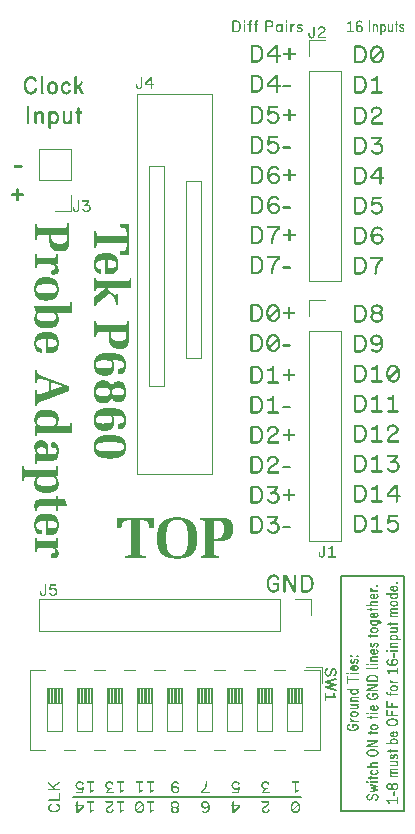
<source format=gto>
%TF.GenerationSoftware,KiCad,Pcbnew,7.0.6-rc2-8-gf9e9ed53f9*%
%TF.CreationDate,2023-06-28T16:03:34-05:00*%
%TF.ProjectId,Tek P6860 Adapter v.2,54656b20-5036-4383-9630-204164617074,rev?*%
%TF.SameCoordinates,Original*%
%TF.FileFunction,Legend,Top*%
%TF.FilePolarity,Positive*%
%FSLAX46Y46*%
G04 Gerber Fmt 4.6, Leading zero omitted, Abs format (unit mm)*
G04 Created by KiCad (PCBNEW 7.0.6-rc2-8-gf9e9ed53f9) date 2023-06-28 16:03:34*
%MOMM*%
%LPD*%
G01*
G04 APERTURE LIST*
%ADD10C,0.150000*%
%ADD11C,0.250000*%
%ADD12C,0.375000*%
%ADD13C,0.300000*%
%ADD14C,0.200000*%
%ADD15C,0.120000*%
%ADD16R,1.700000X1.700000*%
%ADD17O,1.700000X1.700000*%
%ADD18C,3.500000*%
%ADD19C,1.700000*%
%ADD20R,0.810000X0.410000*%
%ADD21R,1.120000X2.440000*%
G04 APERTURE END LIST*
D10*
X45288200Y-63449200D02*
X50622200Y-63449200D01*
X50622200Y-83413600D01*
X45288200Y-83413600D01*
X45288200Y-63449200D01*
X41910000Y-82219800D02*
X22606000Y-82219800D01*
G36*
X38172550Y-53302385D02*
G01*
X38188247Y-53303467D01*
X38204149Y-53305270D01*
X38220258Y-53307794D01*
X38236572Y-53311040D01*
X38253093Y-53315007D01*
X38269820Y-53319695D01*
X38286753Y-53325105D01*
X38304023Y-53331316D01*
X38321580Y-53338592D01*
X38334936Y-53344747D01*
X38348452Y-53351502D01*
X38362130Y-53358855D01*
X38375968Y-53366808D01*
X38389968Y-53375359D01*
X38404128Y-53384509D01*
X38418450Y-53394258D01*
X38432932Y-53404606D01*
X38447350Y-53415482D01*
X38461478Y-53426816D01*
X38475317Y-53438606D01*
X38488866Y-53450854D01*
X38502125Y-53463559D01*
X38515094Y-53476721D01*
X38527773Y-53490341D01*
X38540162Y-53504417D01*
X38552262Y-53518951D01*
X38564072Y-53533943D01*
X38571784Y-53544191D01*
X38583131Y-53560183D01*
X38594092Y-53577108D01*
X38604667Y-53594967D01*
X38614855Y-53613760D01*
X38624657Y-53633487D01*
X38630976Y-53647157D01*
X38637124Y-53661242D01*
X38643101Y-53675742D01*
X38648905Y-53690657D01*
X38654538Y-53705987D01*
X38659999Y-53721732D01*
X38665289Y-53737892D01*
X38670406Y-53754467D01*
X38672901Y-53762910D01*
X38677736Y-53779974D01*
X38682260Y-53797274D01*
X38686472Y-53814812D01*
X38690372Y-53832588D01*
X38693960Y-53850602D01*
X38697235Y-53868853D01*
X38700199Y-53887341D01*
X38702851Y-53906067D01*
X38705191Y-53925031D01*
X38707219Y-53944232D01*
X38708935Y-53963671D01*
X38710339Y-53983347D01*
X38711431Y-54003261D01*
X38712210Y-54023413D01*
X38712678Y-54043802D01*
X38712834Y-54064428D01*
X38712678Y-54085010D01*
X38712210Y-54105358D01*
X38711431Y-54125471D01*
X38710339Y-54145349D01*
X38708935Y-54164992D01*
X38707219Y-54184401D01*
X38705191Y-54203575D01*
X38702851Y-54222514D01*
X38700199Y-54241219D01*
X38697235Y-54259689D01*
X38693960Y-54277924D01*
X38690372Y-54295925D01*
X38686472Y-54313690D01*
X38682260Y-54331222D01*
X38677736Y-54348518D01*
X38672901Y-54365580D01*
X38667869Y-54382318D01*
X38662665Y-54398644D01*
X38657290Y-54414558D01*
X38651743Y-54430060D01*
X38646024Y-54445149D01*
X38640134Y-54459827D01*
X38634072Y-54474092D01*
X38627838Y-54487945D01*
X38621432Y-54501386D01*
X38611502Y-54520775D01*
X38601185Y-54539236D01*
X38590482Y-54556770D01*
X38579392Y-54573377D01*
X38571784Y-54583933D01*
X38560167Y-54599232D01*
X38548261Y-54614080D01*
X38536065Y-54628478D01*
X38523579Y-54642425D01*
X38510803Y-54655921D01*
X38497737Y-54668966D01*
X38484382Y-54681561D01*
X38470736Y-54693705D01*
X38456801Y-54705397D01*
X38442576Y-54716640D01*
X38432932Y-54723884D01*
X38418450Y-54734232D01*
X38404128Y-54743981D01*
X38389968Y-54753131D01*
X38375968Y-54761682D01*
X38362130Y-54769635D01*
X38348452Y-54776988D01*
X38334936Y-54783743D01*
X38321580Y-54789898D01*
X38304023Y-54797174D01*
X38286753Y-54803385D01*
X38269820Y-54808709D01*
X38253093Y-54813323D01*
X38236572Y-54817227D01*
X38220258Y-54820421D01*
X38204149Y-54822905D01*
X38188247Y-54824680D01*
X38172550Y-54825745D01*
X38157060Y-54826100D01*
X37732444Y-54826100D01*
X37717494Y-54824979D01*
X37701160Y-54820839D01*
X37686018Y-54813649D01*
X37673988Y-54805058D01*
X37662834Y-54794226D01*
X37653123Y-54782033D01*
X37644332Y-54767547D01*
X37638277Y-54752781D01*
X37634956Y-54737734D01*
X37634258Y-54726815D01*
X37634258Y-53499494D01*
X37830996Y-53499494D01*
X37830996Y-54628629D01*
X38157060Y-54628629D01*
X38171966Y-54627919D01*
X38188109Y-54625790D01*
X38203249Y-54622762D01*
X38219335Y-54618647D01*
X38224104Y-54617272D01*
X38239170Y-54611948D01*
X38255240Y-54604770D01*
X38269399Y-54597371D01*
X38284255Y-54588684D01*
X38296643Y-54580807D01*
X38309477Y-54572106D01*
X38316062Y-54567446D01*
X38329182Y-54557520D01*
X38341982Y-54546976D01*
X38354461Y-54535813D01*
X38366620Y-54524032D01*
X38378458Y-54511633D01*
X38389976Y-54498616D01*
X38401173Y-54484980D01*
X38412049Y-54470726D01*
X38422571Y-54455408D01*
X38432703Y-54438578D01*
X38440047Y-54424964D01*
X38447172Y-54410499D01*
X38454077Y-54395185D01*
X38460764Y-54379021D01*
X38467232Y-54362006D01*
X38473481Y-54344142D01*
X38479511Y-54325427D01*
X38485322Y-54305862D01*
X38490822Y-54285559D01*
X38495781Y-54264766D01*
X38500199Y-54243484D01*
X38502843Y-54229024D01*
X38505248Y-54214347D01*
X38507411Y-54199452D01*
X38509335Y-54184339D01*
X38511018Y-54169009D01*
X38512460Y-54153462D01*
X38513662Y-54137697D01*
X38514624Y-54121714D01*
X38515345Y-54105514D01*
X38515826Y-54089096D01*
X38516067Y-54072461D01*
X38516097Y-54064062D01*
X38515977Y-54047319D01*
X38515616Y-54030797D01*
X38515015Y-54014495D01*
X38514173Y-53998414D01*
X38513091Y-53982553D01*
X38511769Y-53966912D01*
X38510206Y-53951492D01*
X38508403Y-53936292D01*
X38506360Y-53921313D01*
X38504075Y-53906554D01*
X38501551Y-53892015D01*
X38497313Y-53870620D01*
X38492535Y-53849722D01*
X38487216Y-53829319D01*
X38485322Y-53822628D01*
X38479511Y-53802998D01*
X38473481Y-53784224D01*
X38467232Y-53766307D01*
X38460764Y-53749246D01*
X38454077Y-53733042D01*
X38447172Y-53717694D01*
X38440047Y-53703203D01*
X38432703Y-53689569D01*
X38425140Y-53676791D01*
X38414716Y-53661086D01*
X38412049Y-53657397D01*
X38401173Y-53643149D01*
X38389976Y-53629531D01*
X38378458Y-53616542D01*
X38366620Y-53604183D01*
X38354461Y-53592454D01*
X38341982Y-53581354D01*
X38329182Y-53570884D01*
X38316062Y-53561044D01*
X38303004Y-53551850D01*
X38290394Y-53543504D01*
X38275258Y-53534263D01*
X38260820Y-53526345D01*
X38247079Y-53519751D01*
X38231512Y-53513586D01*
X38224104Y-53511218D01*
X38207748Y-53506650D01*
X38192338Y-53503204D01*
X38175886Y-53500639D01*
X38160671Y-53499540D01*
X38157060Y-53499494D01*
X37830996Y-53499494D01*
X37634258Y-53499494D01*
X37634258Y-53401675D01*
X37635366Y-53386464D01*
X37638689Y-53372154D01*
X37645366Y-53356599D01*
X37653489Y-53344243D01*
X37663827Y-53332788D01*
X37665765Y-53330967D01*
X37677821Y-53321131D01*
X37692146Y-53312228D01*
X37706752Y-53306094D01*
X37721639Y-53302731D01*
X37732444Y-53302024D01*
X38157060Y-53302024D01*
X38172550Y-53302385D01*
G37*
G36*
X39205961Y-53790754D02*
G01*
X39194807Y-53800590D01*
X39180687Y-53809493D01*
X39165374Y-53815627D01*
X39148870Y-53818990D01*
X39136352Y-53819697D01*
X39121514Y-53818692D01*
X39105245Y-53814981D01*
X39090098Y-53808534D01*
X39076073Y-53799353D01*
X39066742Y-53791120D01*
X39057031Y-53779829D01*
X39048240Y-53765549D01*
X39042184Y-53750076D01*
X39038864Y-53733412D01*
X39038166Y-53720778D01*
X39038735Y-53695368D01*
X39040444Y-53670701D01*
X39043292Y-53646779D01*
X39047279Y-53623600D01*
X39052405Y-53601166D01*
X39058671Y-53579476D01*
X39066075Y-53558531D01*
X39074619Y-53538329D01*
X39084302Y-53518872D01*
X39095124Y-53500159D01*
X39107085Y-53482189D01*
X39120186Y-53464965D01*
X39134425Y-53448484D01*
X39149804Y-53432747D01*
X39166322Y-53417755D01*
X39183979Y-53403507D01*
X39202437Y-53390020D01*
X39221359Y-53377404D01*
X39240745Y-53365657D01*
X39260595Y-53354781D01*
X39280908Y-53344774D01*
X39301685Y-53335638D01*
X39322925Y-53327372D01*
X39344630Y-53319976D01*
X39366798Y-53313450D01*
X39389429Y-53307794D01*
X39412524Y-53303009D01*
X39436083Y-53299093D01*
X39460106Y-53296048D01*
X39484592Y-53293873D01*
X39509542Y-53292567D01*
X39534956Y-53292132D01*
X39560676Y-53292625D01*
X39585903Y-53294102D01*
X39610639Y-53296563D01*
X39634882Y-53300009D01*
X39658632Y-53304440D01*
X39681891Y-53309855D01*
X39704657Y-53316255D01*
X39726931Y-53323640D01*
X39748712Y-53332009D01*
X39770001Y-53341362D01*
X39790798Y-53351701D01*
X39811103Y-53363024D01*
X39830915Y-53375331D01*
X39850235Y-53388623D01*
X39869063Y-53402900D01*
X39887398Y-53418162D01*
X39904922Y-53434137D01*
X39921316Y-53450648D01*
X39936578Y-53467694D01*
X39950711Y-53485275D01*
X39963712Y-53503391D01*
X39975583Y-53522043D01*
X39986324Y-53541230D01*
X39995934Y-53560952D01*
X40004413Y-53581209D01*
X40011762Y-53602002D01*
X40017980Y-53623330D01*
X40023068Y-53645193D01*
X40027025Y-53667591D01*
X40029851Y-53690525D01*
X40031547Y-53713994D01*
X40032112Y-53737998D01*
X40031843Y-53753288D01*
X40031036Y-53768291D01*
X40029691Y-53783009D01*
X40026664Y-53804549D01*
X40022426Y-53825444D01*
X40016978Y-53845696D01*
X40010319Y-53865303D01*
X40002450Y-53884267D01*
X39993369Y-53902587D01*
X39983078Y-53920262D01*
X39971576Y-53937294D01*
X39963236Y-53948291D01*
X39949629Y-53964522D01*
X39934638Y-53980791D01*
X39923874Y-53991659D01*
X39912496Y-54002544D01*
X39900502Y-54013446D01*
X39887892Y-54024366D01*
X39874667Y-54035302D01*
X39860827Y-54046256D01*
X39846371Y-54057227D01*
X39831300Y-54068215D01*
X39815614Y-54079220D01*
X39799312Y-54090243D01*
X39782395Y-54101282D01*
X39764862Y-54112339D01*
X39746714Y-54123413D01*
X39733714Y-54130815D01*
X39719811Y-54138636D01*
X39706679Y-54145974D01*
X39703117Y-54147959D01*
X39689268Y-54156271D01*
X39676159Y-54164171D01*
X39659833Y-54174063D01*
X39644824Y-54183222D01*
X39631131Y-54191648D01*
X39615866Y-54201151D01*
X39602659Y-54209508D01*
X39593574Y-54215370D01*
X39580200Y-54223953D01*
X39565358Y-54233488D01*
X39551868Y-54242162D01*
X39537359Y-54251499D01*
X39525017Y-54259444D01*
X39512022Y-54267813D01*
X39505280Y-54272157D01*
X39492131Y-54280606D01*
X39477096Y-54290459D01*
X39463616Y-54299525D01*
X39449496Y-54309366D01*
X39437616Y-54318072D01*
X39427977Y-54325646D01*
X39416071Y-54335675D01*
X39404450Y-54345578D01*
X39391707Y-54356532D01*
X39379892Y-54366759D01*
X39371557Y-54374006D01*
X39359502Y-54384941D01*
X39348889Y-54395490D01*
X39338330Y-54407308D01*
X39328667Y-54420171D01*
X39323930Y-54427862D01*
X39316163Y-54441981D01*
X39308676Y-54455749D01*
X39301673Y-54468734D01*
X39294250Y-54482596D01*
X39293155Y-54484648D01*
X39286095Y-54498983D01*
X39279982Y-54513459D01*
X39274815Y-54528075D01*
X39270595Y-54542831D01*
X39268609Y-54551326D01*
X39265599Y-54566671D01*
X39262658Y-54582892D01*
X39260194Y-54597494D01*
X39257781Y-54612740D01*
X39255420Y-54628629D01*
X39994010Y-54628629D01*
X40009097Y-54629647D01*
X40025591Y-54633406D01*
X40040893Y-54639935D01*
X40055003Y-54649234D01*
X40064352Y-54657572D01*
X40074188Y-54668739D01*
X40083092Y-54682907D01*
X40089225Y-54698301D01*
X40092588Y-54714923D01*
X40093295Y-54727548D01*
X40092277Y-54742510D01*
X40088518Y-54758891D01*
X40081989Y-54774116D01*
X40072690Y-54788183D01*
X40064352Y-54797523D01*
X40053198Y-54807235D01*
X40039078Y-54816025D01*
X40023766Y-54822081D01*
X40007262Y-54825402D01*
X39994743Y-54826100D01*
X39159799Y-54826100D01*
X39144712Y-54824732D01*
X39129906Y-54820630D01*
X39115380Y-54813793D01*
X39101135Y-54804221D01*
X39093121Y-54797523D01*
X39082413Y-54786232D01*
X39073921Y-54774064D01*
X39066813Y-54758762D01*
X39062721Y-54742268D01*
X39061613Y-54727181D01*
X39061723Y-54711804D01*
X39062054Y-54696630D01*
X39062605Y-54681659D01*
X39063376Y-54666891D01*
X39064947Y-54645121D01*
X39067013Y-54623808D01*
X39069575Y-54602952D01*
X39072633Y-54582553D01*
X39076187Y-54562612D01*
X39080236Y-54543127D01*
X39084782Y-54524100D01*
X39089823Y-54505531D01*
X39095243Y-54487476D01*
X39100784Y-54469995D01*
X39106448Y-54453087D01*
X39112234Y-54436752D01*
X39118143Y-54420990D01*
X39124174Y-54405801D01*
X39130328Y-54391185D01*
X39136603Y-54377143D01*
X39143002Y-54363674D01*
X39151723Y-54346606D01*
X39153937Y-54342499D01*
X39163703Y-54326075D01*
X39172064Y-54313600D01*
X39181314Y-54300989D01*
X39191453Y-54288243D01*
X39202480Y-54275362D01*
X39214396Y-54262346D01*
X39227201Y-54249195D01*
X39240895Y-54235908D01*
X39255477Y-54222486D01*
X39270948Y-54208928D01*
X39276303Y-54204379D01*
X39292302Y-54190924D01*
X39307876Y-54178035D01*
X39323025Y-54165714D01*
X39337749Y-54153958D01*
X39352048Y-54142770D01*
X39365922Y-54132148D01*
X39379371Y-54122093D01*
X39392394Y-54112605D01*
X39404993Y-54103684D01*
X39417167Y-54095329D01*
X39425047Y-54090074D01*
X39437375Y-54081967D01*
X39451004Y-54073171D01*
X39465934Y-54063686D01*
X39482165Y-54053512D01*
X39499697Y-54042648D01*
X39518530Y-54031096D01*
X39531807Y-54023012D01*
X39545663Y-54014621D01*
X39560098Y-54005924D01*
X39575110Y-53996921D01*
X39590700Y-53987612D01*
X39606869Y-53977996D01*
X39623616Y-53968074D01*
X39636347Y-53959373D01*
X39645964Y-53953786D01*
X39661611Y-53944148D01*
X39676493Y-53934833D01*
X39690611Y-53925841D01*
X39703964Y-53917173D01*
X39716554Y-53908828D01*
X39734005Y-53896917D01*
X39749737Y-53885734D01*
X39763749Y-53875279D01*
X39776042Y-53865551D01*
X39789758Y-53853713D01*
X39800417Y-53843168D01*
X39804600Y-53838381D01*
X39813466Y-53826156D01*
X39820829Y-53812607D01*
X39826689Y-53797734D01*
X39831047Y-53781538D01*
X39833902Y-53764017D01*
X39835104Y-53749048D01*
X39835375Y-53737265D01*
X39834660Y-53718167D01*
X39832515Y-53699617D01*
X39828941Y-53681614D01*
X39823937Y-53664158D01*
X39817504Y-53647250D01*
X39809640Y-53630889D01*
X39800347Y-53615076D01*
X39789625Y-53599810D01*
X39777473Y-53585091D01*
X39763891Y-53570920D01*
X39754042Y-53561776D01*
X39738296Y-53548878D01*
X39721558Y-53537249D01*
X39703829Y-53526888D01*
X39685108Y-53517796D01*
X39665395Y-53509972D01*
X39644691Y-53503417D01*
X39630336Y-53499752D01*
X39615542Y-53496651D01*
X39600306Y-53494114D01*
X39584630Y-53492140D01*
X39568513Y-53490730D01*
X39551955Y-53489885D01*
X39534956Y-53489603D01*
X39516997Y-53489837D01*
X39499573Y-53490541D01*
X39482685Y-53491715D01*
X39466331Y-53493358D01*
X39450513Y-53495470D01*
X39435230Y-53498052D01*
X39420483Y-53501103D01*
X39399365Y-53506560D01*
X39379451Y-53513073D01*
X39360742Y-53520642D01*
X39343237Y-53529267D01*
X39326936Y-53538949D01*
X39311840Y-53549686D01*
X39298091Y-53561337D01*
X39285694Y-53573896D01*
X39274649Y-53587364D01*
X39264957Y-53601739D01*
X39256617Y-53617022D01*
X39249630Y-53633213D01*
X39243995Y-53650312D01*
X39239712Y-53668320D01*
X39236782Y-53687235D01*
X39235204Y-53707058D01*
X39234904Y-53720778D01*
X39233886Y-53735741D01*
X39230127Y-53752122D01*
X39223598Y-53767347D01*
X39214299Y-53781414D01*
X39205961Y-53790754D01*
G37*
G36*
X40350849Y-54352024D02*
G01*
X40341013Y-54340746D01*
X40332110Y-54326513D01*
X40325976Y-54311123D01*
X40322613Y-54294576D01*
X40321906Y-54282049D01*
X40322924Y-54266975D01*
X40326683Y-54250528D01*
X40333212Y-54235308D01*
X40342511Y-54221316D01*
X40350849Y-54212073D01*
X40362141Y-54202237D01*
X40376421Y-54193334D01*
X40391893Y-54187200D01*
X40408558Y-54183837D01*
X40421191Y-54183130D01*
X40949488Y-54183130D01*
X40964575Y-54184148D01*
X40981069Y-54187907D01*
X40996371Y-54194436D01*
X41010482Y-54203735D01*
X41019830Y-54212073D01*
X41029666Y-54223240D01*
X41038570Y-54237408D01*
X41044703Y-54252802D01*
X41048066Y-54269424D01*
X41048773Y-54282049D01*
X41047755Y-54297011D01*
X41043996Y-54313392D01*
X41037467Y-54328617D01*
X41028168Y-54342684D01*
X41019830Y-54352024D01*
X41008539Y-54361736D01*
X40994258Y-54370526D01*
X40978786Y-54376582D01*
X40962121Y-54379903D01*
X40949488Y-54380601D01*
X40421191Y-54380601D01*
X40406104Y-54379596D01*
X40389610Y-54375884D01*
X40374308Y-54369438D01*
X40360198Y-54360257D01*
X40350849Y-54352024D01*
G37*
G36*
X29476005Y-82564850D02*
G01*
X29482479Y-82572369D01*
X29488340Y-82581858D01*
X29492377Y-82592118D01*
X29494591Y-82603149D01*
X29495056Y-82611501D01*
X29494386Y-82621467D01*
X29491912Y-82632356D01*
X29487614Y-82642451D01*
X29481493Y-82651751D01*
X29476005Y-82657907D01*
X29468486Y-82664381D01*
X29458997Y-82670242D01*
X29448738Y-82674279D01*
X29437706Y-82676493D01*
X29429355Y-82676958D01*
X29232495Y-82676958D01*
X29232495Y-83312722D01*
X29242253Y-83307421D01*
X29252355Y-83302388D01*
X29262800Y-83297621D01*
X29273589Y-83293122D01*
X29284721Y-83288889D01*
X29296196Y-83284924D01*
X29308016Y-83281226D01*
X29320178Y-83277795D01*
X29332623Y-83274761D01*
X29345411Y-83272132D01*
X29355228Y-83270425D01*
X29365238Y-83268946D01*
X29375441Y-83267695D01*
X29385837Y-83266671D01*
X29396427Y-83265874D01*
X29407210Y-83265306D01*
X29418185Y-83264964D01*
X29429355Y-83264850D01*
X29439329Y-83265520D01*
X29450250Y-83267995D01*
X29460400Y-83272292D01*
X29469778Y-83278413D01*
X29476005Y-83283901D01*
X29482479Y-83291337D01*
X29488340Y-83300751D01*
X29492377Y-83310959D01*
X29494591Y-83321962D01*
X29495056Y-83330308D01*
X29494386Y-83340274D01*
X29491912Y-83351163D01*
X29487614Y-83361258D01*
X29481493Y-83370558D01*
X29476005Y-83376714D01*
X29468486Y-83383271D01*
X29458997Y-83389207D01*
X29448738Y-83393295D01*
X29437706Y-83395538D01*
X29429355Y-83396009D01*
X29417879Y-83396181D01*
X29406655Y-83396696D01*
X29395683Y-83397554D01*
X29384963Y-83398757D01*
X29374495Y-83400302D01*
X29364279Y-83402191D01*
X29354315Y-83404424D01*
X29344602Y-83407000D01*
X29333090Y-83410494D01*
X29322520Y-83414108D01*
X29312892Y-83417840D01*
X29302583Y-83422477D01*
X29293630Y-83427286D01*
X29287205Y-83431424D01*
X29278974Y-83437642D01*
X29271163Y-83444327D01*
X29263774Y-83451480D01*
X29256805Y-83459100D01*
X29253011Y-83463664D01*
X29246218Y-83472213D01*
X29239917Y-83480837D01*
X29235182Y-83489065D01*
X29231319Y-83498139D01*
X29229808Y-83501278D01*
X29228343Y-83505430D01*
X29224282Y-83514528D01*
X29218939Y-83522771D01*
X29212314Y-83530159D01*
X29204407Y-83536693D01*
X29195645Y-83542142D01*
X29186455Y-83546035D01*
X29176838Y-83548371D01*
X29166794Y-83549149D01*
X29157017Y-83548391D01*
X29148964Y-83546462D01*
X29139651Y-83542551D01*
X29133577Y-83539379D01*
X29125360Y-83533706D01*
X29120632Y-83528633D01*
X29114074Y-83521323D01*
X29108139Y-83512143D01*
X29104050Y-83502262D01*
X29101808Y-83491680D01*
X29101336Y-83483692D01*
X29101336Y-82676958D01*
X28904232Y-82676958D01*
X28894266Y-82676288D01*
X28883377Y-82673814D01*
X28873282Y-82669516D01*
X28863982Y-82663395D01*
X28857826Y-82657907D01*
X28851352Y-82650471D01*
X28845492Y-82641058D01*
X28841454Y-82630849D01*
X28839240Y-82619847D01*
X28838775Y-82611501D01*
X28839445Y-82601526D01*
X28841920Y-82590605D01*
X28846217Y-82580455D01*
X28852338Y-82571077D01*
X28857826Y-82564850D01*
X28865262Y-82558376D01*
X28874676Y-82552516D01*
X28884884Y-82548479D01*
X28895887Y-82546265D01*
X28904232Y-82545800D01*
X29429355Y-82545800D01*
X29439329Y-82546469D01*
X29450250Y-82548944D01*
X29460400Y-82553241D01*
X29469778Y-82559362D01*
X29476005Y-82564850D01*
G37*
G36*
X28255314Y-82538510D02*
G01*
X28269583Y-82539358D01*
X28283676Y-82540770D01*
X28297594Y-82542746D01*
X28311337Y-82545288D01*
X28324904Y-82548395D01*
X28338295Y-82552066D01*
X28351511Y-82556302D01*
X28364551Y-82561103D01*
X28377416Y-82566469D01*
X28390105Y-82572399D01*
X28402619Y-82578894D01*
X28414957Y-82585955D01*
X28427119Y-82593580D01*
X28439106Y-82601769D01*
X28450918Y-82610524D01*
X28462443Y-82619735D01*
X28473632Y-82629296D01*
X28484486Y-82639206D01*
X28495004Y-82649465D01*
X28505185Y-82660074D01*
X28515031Y-82671031D01*
X28524542Y-82682338D01*
X28533716Y-82693994D01*
X28542555Y-82705999D01*
X28551057Y-82718353D01*
X28559224Y-82731057D01*
X28567055Y-82744109D01*
X28574550Y-82757511D01*
X28581710Y-82771262D01*
X28588533Y-82785363D01*
X28595021Y-82799812D01*
X28601143Y-82814531D01*
X28606871Y-82829377D01*
X28612203Y-82844351D01*
X28617140Y-82859453D01*
X28621683Y-82874683D01*
X28625830Y-82890041D01*
X28629582Y-82905526D01*
X28632940Y-82921140D01*
X28635902Y-82936881D01*
X28638470Y-82952750D01*
X28640642Y-82968747D01*
X28642419Y-82984872D01*
X28643802Y-83001124D01*
X28644789Y-83017505D01*
X28645382Y-83034013D01*
X28645579Y-83050649D01*
X28645382Y-83067285D01*
X28644789Y-83083790D01*
X28643802Y-83100166D01*
X28642419Y-83116412D01*
X28640642Y-83132528D01*
X28638470Y-83148515D01*
X28635902Y-83164371D01*
X28632940Y-83180098D01*
X28629582Y-83195695D01*
X28625830Y-83211163D01*
X28621683Y-83226500D01*
X28617140Y-83241708D01*
X28612203Y-83256787D01*
X28606871Y-83271735D01*
X28601143Y-83286554D01*
X28595021Y-83301243D01*
X28588533Y-83315722D01*
X28581710Y-83329850D01*
X28574550Y-83343626D01*
X28567055Y-83357052D01*
X28559224Y-83370127D01*
X28551057Y-83382850D01*
X28542555Y-83395223D01*
X28533716Y-83407244D01*
X28524542Y-83418914D01*
X28515031Y-83430233D01*
X28505185Y-83441201D01*
X28495004Y-83451818D01*
X28484486Y-83462084D01*
X28473632Y-83471999D01*
X28462443Y-83481563D01*
X28450918Y-83490775D01*
X28439106Y-83499530D01*
X28427119Y-83507719D01*
X28414957Y-83515344D01*
X28402619Y-83522405D01*
X28390105Y-83528900D01*
X28377416Y-83534830D01*
X28364551Y-83540196D01*
X28351511Y-83544997D01*
X28338295Y-83549233D01*
X28324904Y-83552904D01*
X28311337Y-83556011D01*
X28297594Y-83558552D01*
X28283676Y-83560529D01*
X28269583Y-83561941D01*
X28255314Y-83562789D01*
X28240869Y-83563071D01*
X28226425Y-83562789D01*
X28212159Y-83561941D01*
X28198070Y-83560529D01*
X28184159Y-83558552D01*
X28170425Y-83556011D01*
X28156868Y-83552904D01*
X28143489Y-83549233D01*
X28130288Y-83544997D01*
X28117264Y-83540196D01*
X28104417Y-83534830D01*
X28091748Y-83528900D01*
X28079256Y-83522405D01*
X28066942Y-83515344D01*
X28054805Y-83507719D01*
X28042846Y-83499530D01*
X28031064Y-83490775D01*
X28019539Y-83481563D01*
X28008350Y-83471999D01*
X27997496Y-83462084D01*
X27986978Y-83451818D01*
X27976797Y-83441201D01*
X27966951Y-83430233D01*
X27957440Y-83418914D01*
X27948266Y-83407244D01*
X27939427Y-83395223D01*
X27930925Y-83382850D01*
X27922758Y-83370127D01*
X27914927Y-83357052D01*
X27907432Y-83343626D01*
X27900272Y-83329850D01*
X27899431Y-83328109D01*
X28055000Y-83328109D01*
X28065171Y-83340650D01*
X28075536Y-83352381D01*
X28086092Y-83363303D01*
X28096842Y-83373416D01*
X28107784Y-83382721D01*
X28118919Y-83391216D01*
X28130247Y-83398902D01*
X28141767Y-83405779D01*
X28153481Y-83411846D01*
X28165386Y-83417105D01*
X28177485Y-83421555D01*
X28189776Y-83425196D01*
X28202260Y-83428028D01*
X28214937Y-83430050D01*
X28227807Y-83431264D01*
X28240869Y-83431668D01*
X28254120Y-83431242D01*
X28267190Y-83429962D01*
X28280078Y-83427830D01*
X28292786Y-83424845D01*
X28305312Y-83421007D01*
X28317657Y-83416315D01*
X28329820Y-83410771D01*
X28341802Y-83404374D01*
X28353603Y-83397124D01*
X28365223Y-83389021D01*
X28376661Y-83380065D01*
X28387918Y-83370256D01*
X28398994Y-83359595D01*
X28409889Y-83348080D01*
X28420602Y-83335712D01*
X28431134Y-83322492D01*
X28441220Y-83308630D01*
X28450654Y-83294339D01*
X28459439Y-83279619D01*
X28467572Y-83264469D01*
X28475055Y-83248890D01*
X28481887Y-83232881D01*
X28488068Y-83216444D01*
X28493599Y-83199577D01*
X28498479Y-83182280D01*
X28502709Y-83164554D01*
X28506287Y-83146399D01*
X28509215Y-83127815D01*
X28511493Y-83108801D01*
X28513120Y-83089358D01*
X28513689Y-83079476D01*
X28514096Y-83069486D01*
X28514340Y-83059389D01*
X28514421Y-83049184D01*
X28514325Y-83038781D01*
X28514035Y-83028454D01*
X28513554Y-83018203D01*
X28512879Y-83008029D01*
X28512012Y-82997931D01*
X28510952Y-82987910D01*
X28509699Y-82977964D01*
X28508254Y-82968095D01*
X28506616Y-82958303D01*
X28504785Y-82948586D01*
X28502761Y-82938947D01*
X28500545Y-82929383D01*
X28498136Y-82919896D01*
X28494161Y-82905808D01*
X28489752Y-82891892D01*
X28055000Y-83328109D01*
X27899431Y-83328109D01*
X27893449Y-83315722D01*
X27886961Y-83301243D01*
X27880809Y-83286554D01*
X27875054Y-83271735D01*
X27869696Y-83256787D01*
X27864735Y-83241708D01*
X27860171Y-83226500D01*
X27856003Y-83211163D01*
X27852233Y-83195695D01*
X27848859Y-83180098D01*
X27845882Y-83164371D01*
X27843303Y-83148515D01*
X27841120Y-83132528D01*
X27839334Y-83116412D01*
X27837945Y-83100166D01*
X27836952Y-83083790D01*
X27836357Y-83067285D01*
X27836159Y-83050649D01*
X27967561Y-83050649D01*
X27967658Y-83060964D01*
X27967947Y-83071208D01*
X27968428Y-83081381D01*
X27969103Y-83091484D01*
X27969970Y-83101516D01*
X27971030Y-83111477D01*
X27972283Y-83121368D01*
X27973728Y-83131189D01*
X27975366Y-83140938D01*
X27977197Y-83150617D01*
X27979221Y-83160226D01*
X27981437Y-83169764D01*
X27985123Y-83183938D01*
X27989242Y-83197954D01*
X27992230Y-83207209D01*
X28426982Y-82772945D01*
X28419367Y-82764176D01*
X28411025Y-82755729D01*
X28401955Y-82747604D01*
X28394176Y-82741336D01*
X28385931Y-82735274D01*
X28377220Y-82729417D01*
X28368044Y-82723767D01*
X28365677Y-82722387D01*
X28356060Y-82717071D01*
X28346382Y-82711991D01*
X28336643Y-82707149D01*
X28326842Y-82702542D01*
X28316981Y-82698173D01*
X28307059Y-82694040D01*
X28297075Y-82690143D01*
X28287031Y-82686483D01*
X28277498Y-82683121D01*
X28267105Y-82679423D01*
X28256870Y-82675725D01*
X28247016Y-82672050D01*
X28241113Y-82669631D01*
X28227892Y-82670055D01*
X28214849Y-82671329D01*
X28201987Y-82673452D01*
X28189303Y-82676424D01*
X28176799Y-82680245D01*
X28164474Y-82684915D01*
X28152329Y-82690434D01*
X28140363Y-82696803D01*
X28128576Y-82704020D01*
X28116969Y-82712087D01*
X28105541Y-82721003D01*
X28094293Y-82730768D01*
X28083223Y-82741382D01*
X28072334Y-82752845D01*
X28061623Y-82765157D01*
X28051092Y-82778319D01*
X28040977Y-82792148D01*
X28031515Y-82806403D01*
X28022705Y-82821083D01*
X28014547Y-82836189D01*
X28007043Y-82851720D01*
X28000190Y-82867677D01*
X27993991Y-82884060D01*
X27988444Y-82900868D01*
X27983550Y-82918101D01*
X27979308Y-82935760D01*
X27975718Y-82953844D01*
X27972782Y-82972354D01*
X27970498Y-82991290D01*
X27968866Y-83010651D01*
X27968295Y-83020491D01*
X27967887Y-83030437D01*
X27967643Y-83040490D01*
X27967561Y-83050649D01*
X27836159Y-83050649D01*
X27836357Y-83034013D01*
X27836952Y-83017505D01*
X27837945Y-83001124D01*
X27839334Y-82984872D01*
X27841120Y-82968747D01*
X27843303Y-82952750D01*
X27845882Y-82936881D01*
X27848859Y-82921140D01*
X27852233Y-82905526D01*
X27856003Y-82890041D01*
X27860171Y-82874683D01*
X27864735Y-82859453D01*
X27869696Y-82844351D01*
X27875054Y-82829377D01*
X27880809Y-82814531D01*
X27886961Y-82799812D01*
X27893449Y-82785363D01*
X27900272Y-82771262D01*
X27907432Y-82757511D01*
X27914927Y-82744109D01*
X27922758Y-82731057D01*
X27930925Y-82718353D01*
X27939427Y-82705999D01*
X27948266Y-82693994D01*
X27957440Y-82682338D01*
X27966951Y-82671031D01*
X27976797Y-82660074D01*
X27986978Y-82649465D01*
X27997496Y-82639206D01*
X28008350Y-82629296D01*
X28019539Y-82619735D01*
X28031064Y-82610524D01*
X28042846Y-82601769D01*
X28054805Y-82593580D01*
X28066942Y-82585955D01*
X28079256Y-82578894D01*
X28091748Y-82572399D01*
X28104417Y-82566469D01*
X28117264Y-82561103D01*
X28130288Y-82556302D01*
X28143489Y-82552066D01*
X28156868Y-82548395D01*
X28170425Y-82545288D01*
X28184159Y-82542746D01*
X28198070Y-82540770D01*
X28212159Y-82539358D01*
X28226425Y-82538510D01*
X28240869Y-82538228D01*
X28255314Y-82538510D01*
G37*
G36*
X29476005Y-80884850D02*
G01*
X29482479Y-80892369D01*
X29488340Y-80901858D01*
X29492377Y-80912118D01*
X29494591Y-80923149D01*
X29495056Y-80931501D01*
X29494386Y-80941467D01*
X29491912Y-80952356D01*
X29487614Y-80962451D01*
X29481493Y-80971751D01*
X29476005Y-80977907D01*
X29468486Y-80984381D01*
X29458997Y-80990242D01*
X29448738Y-80994279D01*
X29437706Y-80996493D01*
X29429355Y-80996958D01*
X29232495Y-80996958D01*
X29232495Y-81632722D01*
X29242253Y-81627421D01*
X29252355Y-81622388D01*
X29262800Y-81617621D01*
X29273589Y-81613122D01*
X29284721Y-81608889D01*
X29296196Y-81604924D01*
X29308016Y-81601226D01*
X29320178Y-81597795D01*
X29332623Y-81594761D01*
X29345411Y-81592132D01*
X29355228Y-81590425D01*
X29365238Y-81588946D01*
X29375441Y-81587695D01*
X29385837Y-81586671D01*
X29396427Y-81585874D01*
X29407210Y-81585306D01*
X29418185Y-81584964D01*
X29429355Y-81584850D01*
X29439329Y-81585520D01*
X29450250Y-81587995D01*
X29460400Y-81592292D01*
X29469778Y-81598413D01*
X29476005Y-81603901D01*
X29482479Y-81611337D01*
X29488340Y-81620751D01*
X29492377Y-81630959D01*
X29494591Y-81641962D01*
X29495056Y-81650308D01*
X29494386Y-81660274D01*
X29491912Y-81671163D01*
X29487614Y-81681258D01*
X29481493Y-81690558D01*
X29476005Y-81696714D01*
X29468486Y-81703271D01*
X29458997Y-81709207D01*
X29448738Y-81713295D01*
X29437706Y-81715538D01*
X29429355Y-81716009D01*
X29417879Y-81716181D01*
X29406655Y-81716696D01*
X29395683Y-81717554D01*
X29384963Y-81718757D01*
X29374495Y-81720302D01*
X29364279Y-81722191D01*
X29354315Y-81724424D01*
X29344602Y-81727000D01*
X29333090Y-81730494D01*
X29322520Y-81734108D01*
X29312892Y-81737840D01*
X29302583Y-81742477D01*
X29293630Y-81747286D01*
X29287205Y-81751424D01*
X29278974Y-81757642D01*
X29271163Y-81764327D01*
X29263774Y-81771480D01*
X29256805Y-81779100D01*
X29253011Y-81783664D01*
X29246218Y-81792213D01*
X29239917Y-81800837D01*
X29235182Y-81809065D01*
X29231319Y-81818139D01*
X29229808Y-81821278D01*
X29228343Y-81825430D01*
X29224282Y-81834528D01*
X29218939Y-81842771D01*
X29212314Y-81850159D01*
X29204407Y-81856693D01*
X29195645Y-81862142D01*
X29186455Y-81866035D01*
X29176838Y-81868371D01*
X29166794Y-81869149D01*
X29157017Y-81868391D01*
X29148964Y-81866462D01*
X29139651Y-81862551D01*
X29133577Y-81859379D01*
X29125360Y-81853706D01*
X29120632Y-81848633D01*
X29114074Y-81841323D01*
X29108139Y-81832143D01*
X29104050Y-81822262D01*
X29101808Y-81811680D01*
X29101336Y-81803692D01*
X29101336Y-80996958D01*
X28904232Y-80996958D01*
X28894266Y-80996288D01*
X28883377Y-80993814D01*
X28873282Y-80989516D01*
X28863982Y-80983395D01*
X28857826Y-80977907D01*
X28851352Y-80970471D01*
X28845492Y-80961058D01*
X28841454Y-80950849D01*
X28839240Y-80939847D01*
X28838775Y-80931501D01*
X28839445Y-80921526D01*
X28841920Y-80910605D01*
X28846217Y-80900455D01*
X28852338Y-80891077D01*
X28857826Y-80884850D01*
X28865262Y-80878376D01*
X28874676Y-80872516D01*
X28884884Y-80868479D01*
X28895887Y-80866265D01*
X28904232Y-80865800D01*
X29429355Y-80865800D01*
X29439329Y-80866469D01*
X29450250Y-80868944D01*
X29460400Y-80873241D01*
X29469778Y-80879362D01*
X29476005Y-80884850D01*
G37*
G36*
X28557652Y-80884850D02*
G01*
X28564126Y-80892369D01*
X28569987Y-80901858D01*
X28574024Y-80912118D01*
X28576238Y-80923149D01*
X28576703Y-80931501D01*
X28576033Y-80941467D01*
X28573559Y-80952356D01*
X28569261Y-80962451D01*
X28563140Y-80971751D01*
X28557652Y-80977907D01*
X28550133Y-80984381D01*
X28540644Y-80990242D01*
X28530384Y-80994279D01*
X28519353Y-80996493D01*
X28511001Y-80996958D01*
X28314142Y-80996958D01*
X28314142Y-81632722D01*
X28323900Y-81627421D01*
X28334002Y-81622388D01*
X28344447Y-81617621D01*
X28355236Y-81613122D01*
X28366368Y-81608889D01*
X28377843Y-81604924D01*
X28389662Y-81601226D01*
X28401825Y-81597795D01*
X28414270Y-81594761D01*
X28427058Y-81592132D01*
X28436875Y-81590425D01*
X28446885Y-81588946D01*
X28457088Y-81587695D01*
X28467484Y-81586671D01*
X28478074Y-81585874D01*
X28488856Y-81585306D01*
X28499832Y-81584964D01*
X28511001Y-81584850D01*
X28520976Y-81585520D01*
X28531897Y-81587995D01*
X28542047Y-81592292D01*
X28551425Y-81598413D01*
X28557652Y-81603901D01*
X28564126Y-81611337D01*
X28569987Y-81620751D01*
X28574024Y-81630959D01*
X28576238Y-81641962D01*
X28576703Y-81650308D01*
X28576033Y-81660274D01*
X28573559Y-81671163D01*
X28569261Y-81681258D01*
X28563140Y-81690558D01*
X28557652Y-81696714D01*
X28550133Y-81703271D01*
X28540644Y-81709207D01*
X28530384Y-81713295D01*
X28519353Y-81715538D01*
X28511001Y-81716009D01*
X28499526Y-81716181D01*
X28488302Y-81716696D01*
X28477330Y-81717554D01*
X28466610Y-81718757D01*
X28456142Y-81720302D01*
X28445926Y-81722191D01*
X28435962Y-81724424D01*
X28426249Y-81727000D01*
X28414737Y-81730494D01*
X28404167Y-81734108D01*
X28394539Y-81737840D01*
X28384230Y-81742477D01*
X28375277Y-81747286D01*
X28368852Y-81751424D01*
X28360621Y-81757642D01*
X28352810Y-81764327D01*
X28345421Y-81771480D01*
X28338452Y-81779100D01*
X28334658Y-81783664D01*
X28327865Y-81792213D01*
X28321563Y-81800837D01*
X28316828Y-81809065D01*
X28312966Y-81818139D01*
X28311455Y-81821278D01*
X28309990Y-81825430D01*
X28305929Y-81834528D01*
X28300586Y-81842771D01*
X28293961Y-81850159D01*
X28286054Y-81856693D01*
X28277292Y-81862142D01*
X28268102Y-81866035D01*
X28258485Y-81868371D01*
X28248440Y-81869149D01*
X28238664Y-81868391D01*
X28230611Y-81866462D01*
X28221298Y-81862551D01*
X28215223Y-81859379D01*
X28207007Y-81853706D01*
X28202279Y-81848633D01*
X28195721Y-81841323D01*
X28189786Y-81832143D01*
X28185697Y-81822262D01*
X28183454Y-81811680D01*
X28182983Y-81803692D01*
X28182983Y-80996958D01*
X27985879Y-80996958D01*
X27975913Y-80996288D01*
X27965024Y-80993814D01*
X27954929Y-80989516D01*
X27945629Y-80983395D01*
X27939473Y-80977907D01*
X27932999Y-80970471D01*
X27927138Y-80961058D01*
X27923101Y-80950849D01*
X27920887Y-80939847D01*
X27920422Y-80931501D01*
X27921092Y-80921526D01*
X27923566Y-80910605D01*
X27927864Y-80900455D01*
X27933985Y-80891077D01*
X27939473Y-80884850D01*
X27946909Y-80878376D01*
X27956323Y-80872516D01*
X27966531Y-80868479D01*
X27977534Y-80866265D01*
X27985879Y-80865800D01*
X28511001Y-80865800D01*
X28520976Y-80866469D01*
X28531897Y-80868944D01*
X28542047Y-80873241D01*
X28551425Y-80879362D01*
X28557652Y-80884850D01*
G37*
G36*
X46953870Y-55740785D02*
G01*
X46969567Y-55741867D01*
X46985469Y-55743670D01*
X47001578Y-55746194D01*
X47017892Y-55749440D01*
X47034413Y-55753407D01*
X47051140Y-55758095D01*
X47068073Y-55763505D01*
X47085343Y-55769716D01*
X47102900Y-55776992D01*
X47116256Y-55783147D01*
X47129772Y-55789902D01*
X47143450Y-55797255D01*
X47157288Y-55805208D01*
X47171288Y-55813759D01*
X47185448Y-55822909D01*
X47199770Y-55832658D01*
X47214252Y-55843006D01*
X47228670Y-55853882D01*
X47242798Y-55865216D01*
X47256637Y-55877006D01*
X47270186Y-55889254D01*
X47283445Y-55901959D01*
X47296414Y-55915121D01*
X47309093Y-55928741D01*
X47321482Y-55942817D01*
X47333582Y-55957351D01*
X47345392Y-55972343D01*
X47353104Y-55982591D01*
X47364451Y-55998583D01*
X47375412Y-56015508D01*
X47385987Y-56033367D01*
X47396175Y-56052160D01*
X47405977Y-56071887D01*
X47412296Y-56085557D01*
X47418444Y-56099642D01*
X47424421Y-56114142D01*
X47430225Y-56129057D01*
X47435858Y-56144387D01*
X47441319Y-56160132D01*
X47446609Y-56176292D01*
X47451726Y-56192867D01*
X47454221Y-56201310D01*
X47459056Y-56218374D01*
X47463580Y-56235674D01*
X47467792Y-56253212D01*
X47471692Y-56270988D01*
X47475280Y-56289002D01*
X47478555Y-56307253D01*
X47481519Y-56325741D01*
X47484171Y-56344467D01*
X47486511Y-56363431D01*
X47488539Y-56382632D01*
X47490255Y-56402071D01*
X47491659Y-56421747D01*
X47492751Y-56441661D01*
X47493530Y-56461813D01*
X47493998Y-56482202D01*
X47494154Y-56502828D01*
X47493998Y-56523410D01*
X47493530Y-56543758D01*
X47492751Y-56563871D01*
X47491659Y-56583749D01*
X47490255Y-56603392D01*
X47488539Y-56622801D01*
X47486511Y-56641975D01*
X47484171Y-56660914D01*
X47481519Y-56679619D01*
X47478555Y-56698089D01*
X47475280Y-56716324D01*
X47471692Y-56734325D01*
X47467792Y-56752090D01*
X47463580Y-56769622D01*
X47459056Y-56786918D01*
X47454221Y-56803980D01*
X47449189Y-56820718D01*
X47443985Y-56837044D01*
X47438610Y-56852958D01*
X47433063Y-56868460D01*
X47427344Y-56883549D01*
X47421454Y-56898227D01*
X47415392Y-56912492D01*
X47409158Y-56926345D01*
X47402752Y-56939786D01*
X47392822Y-56959175D01*
X47382505Y-56977636D01*
X47371802Y-56995170D01*
X47360712Y-57011777D01*
X47353104Y-57022333D01*
X47341487Y-57037632D01*
X47329581Y-57052480D01*
X47317385Y-57066878D01*
X47304899Y-57080825D01*
X47292123Y-57094321D01*
X47279057Y-57107366D01*
X47265702Y-57119961D01*
X47252056Y-57132105D01*
X47238121Y-57143797D01*
X47223896Y-57155040D01*
X47214252Y-57162284D01*
X47199770Y-57172632D01*
X47185448Y-57182381D01*
X47171288Y-57191531D01*
X47157288Y-57200082D01*
X47143450Y-57208035D01*
X47129772Y-57215388D01*
X47116256Y-57222143D01*
X47102900Y-57228298D01*
X47085343Y-57235574D01*
X47068073Y-57241785D01*
X47051140Y-57247109D01*
X47034413Y-57251723D01*
X47017892Y-57255627D01*
X47001578Y-57258821D01*
X46985469Y-57261305D01*
X46969567Y-57263080D01*
X46953870Y-57264145D01*
X46938380Y-57264500D01*
X46513764Y-57264500D01*
X46498814Y-57263379D01*
X46482480Y-57259239D01*
X46467338Y-57252049D01*
X46455308Y-57243458D01*
X46444154Y-57232626D01*
X46434443Y-57220433D01*
X46425652Y-57205947D01*
X46419597Y-57191181D01*
X46416276Y-57176134D01*
X46415578Y-57165215D01*
X46415578Y-55937894D01*
X46612316Y-55937894D01*
X46612316Y-57067029D01*
X46938380Y-57067029D01*
X46953286Y-57066319D01*
X46969429Y-57064190D01*
X46984569Y-57061162D01*
X47000655Y-57057047D01*
X47005424Y-57055672D01*
X47020490Y-57050348D01*
X47036560Y-57043170D01*
X47050719Y-57035771D01*
X47065575Y-57027084D01*
X47077963Y-57019207D01*
X47090797Y-57010506D01*
X47097382Y-57005846D01*
X47110502Y-56995920D01*
X47123302Y-56985376D01*
X47135781Y-56974213D01*
X47147940Y-56962432D01*
X47159778Y-56950033D01*
X47171296Y-56937016D01*
X47182493Y-56923380D01*
X47193369Y-56909126D01*
X47203891Y-56893808D01*
X47214023Y-56876978D01*
X47221367Y-56863364D01*
X47228492Y-56848899D01*
X47235397Y-56833585D01*
X47242084Y-56817421D01*
X47248552Y-56800406D01*
X47254801Y-56782542D01*
X47260831Y-56763827D01*
X47266642Y-56744262D01*
X47272142Y-56723959D01*
X47277101Y-56703166D01*
X47281519Y-56681884D01*
X47284163Y-56667424D01*
X47286568Y-56652747D01*
X47288731Y-56637852D01*
X47290655Y-56622739D01*
X47292338Y-56607409D01*
X47293780Y-56591862D01*
X47294982Y-56576097D01*
X47295944Y-56560114D01*
X47296665Y-56543914D01*
X47297146Y-56527496D01*
X47297387Y-56510861D01*
X47297417Y-56502462D01*
X47297297Y-56485719D01*
X47296936Y-56469197D01*
X47296335Y-56452895D01*
X47295493Y-56436814D01*
X47294411Y-56420953D01*
X47293089Y-56405312D01*
X47291526Y-56389892D01*
X47289723Y-56374692D01*
X47287680Y-56359713D01*
X47285395Y-56344954D01*
X47282871Y-56330415D01*
X47278633Y-56309020D01*
X47273855Y-56288122D01*
X47268536Y-56267719D01*
X47266642Y-56261028D01*
X47260831Y-56241398D01*
X47254801Y-56222624D01*
X47248552Y-56204707D01*
X47242084Y-56187646D01*
X47235397Y-56171442D01*
X47228492Y-56156094D01*
X47221367Y-56141603D01*
X47214023Y-56127969D01*
X47206460Y-56115191D01*
X47196036Y-56099486D01*
X47193369Y-56095797D01*
X47182493Y-56081549D01*
X47171296Y-56067931D01*
X47159778Y-56054942D01*
X47147940Y-56042583D01*
X47135781Y-56030854D01*
X47123302Y-56019754D01*
X47110502Y-56009284D01*
X47097382Y-55999444D01*
X47084324Y-55990250D01*
X47071714Y-55981904D01*
X47056578Y-55972663D01*
X47042140Y-55964745D01*
X47028399Y-55958151D01*
X47012832Y-55951986D01*
X47005424Y-55949618D01*
X46989068Y-55945050D01*
X46973658Y-55941604D01*
X46957206Y-55939039D01*
X46941991Y-55937940D01*
X46938380Y-55937894D01*
X46612316Y-55937894D01*
X46415578Y-55937894D01*
X46415578Y-55840075D01*
X46416686Y-55824864D01*
X46420009Y-55810554D01*
X46426686Y-55794999D01*
X46434809Y-55782643D01*
X46445147Y-55771188D01*
X46447085Y-55769367D01*
X46459141Y-55759531D01*
X46473466Y-55750628D01*
X46488072Y-55744494D01*
X46502959Y-55741131D01*
X46513764Y-55740424D01*
X46938380Y-55740424D01*
X46953870Y-55740785D01*
G37*
G36*
X47871876Y-57235923D02*
G01*
X47862164Y-57224645D01*
X47853374Y-57210412D01*
X47847318Y-57195022D01*
X47843997Y-57178475D01*
X47843300Y-57165948D01*
X47844304Y-57150998D01*
X47848016Y-57134664D01*
X47854462Y-57119522D01*
X47863644Y-57105573D01*
X47871876Y-57096338D01*
X47883155Y-57086627D01*
X47897387Y-57077836D01*
X47912777Y-57071780D01*
X47929324Y-57068460D01*
X47941852Y-57067762D01*
X48237141Y-57067762D01*
X48237141Y-56114116D01*
X48222504Y-56122067D01*
X48207351Y-56129617D01*
X48191683Y-56136767D01*
X48175500Y-56143516D01*
X48158802Y-56149865D01*
X48141589Y-56155813D01*
X48123860Y-56161360D01*
X48105616Y-56166506D01*
X48086949Y-56171057D01*
X48067766Y-56175001D01*
X48053041Y-56177561D01*
X48038026Y-56179779D01*
X48022722Y-56181657D01*
X48007127Y-56183193D01*
X47991243Y-56184387D01*
X47975069Y-56185240D01*
X47958605Y-56185752D01*
X47941852Y-56185923D01*
X47926889Y-56184918D01*
X47910508Y-56181207D01*
X47895283Y-56174760D01*
X47881216Y-56165579D01*
X47871876Y-56157347D01*
X47862164Y-56146193D01*
X47853374Y-56132073D01*
X47847318Y-56116760D01*
X47843997Y-56100256D01*
X47843300Y-56087737D01*
X47844304Y-56072788D01*
X47848016Y-56056454D01*
X47854462Y-56041312D01*
X47863644Y-56027362D01*
X47871876Y-56018128D01*
X47883155Y-56008292D01*
X47897387Y-55999389D01*
X47912777Y-55993256D01*
X47929324Y-55989892D01*
X47941852Y-55989185D01*
X47959065Y-55988928D01*
X47975901Y-55988155D01*
X47992358Y-55986867D01*
X48008438Y-55985064D01*
X48024140Y-55982745D01*
X48039465Y-55979912D01*
X48054411Y-55976563D01*
X48068980Y-55972699D01*
X48086248Y-55967458D01*
X48102103Y-55962037D01*
X48116545Y-55956438D01*
X48132009Y-55949483D01*
X48145439Y-55942270D01*
X48155076Y-55936063D01*
X48167422Y-55926736D01*
X48179138Y-55916708D01*
X48190223Y-55905979D01*
X48200676Y-55894549D01*
X48206367Y-55887703D01*
X48216556Y-55874880D01*
X48226009Y-55861943D01*
X48233111Y-55849601D01*
X48238904Y-55835990D01*
X48241171Y-55831282D01*
X48243369Y-55825054D01*
X48249460Y-55811407D01*
X48257474Y-55799042D01*
X48267412Y-55787960D01*
X48279273Y-55778160D01*
X48292416Y-55769985D01*
X48306201Y-55764146D01*
X48320626Y-55760643D01*
X48335693Y-55759475D01*
X48350357Y-55760612D01*
X48362438Y-55763505D01*
X48376407Y-55769372D01*
X48385519Y-55774130D01*
X48397843Y-55782640D01*
X48404936Y-55790250D01*
X48414772Y-55801215D01*
X48423675Y-55814984D01*
X48429809Y-55829806D01*
X48433172Y-55845679D01*
X48433879Y-55857661D01*
X48433879Y-57067762D01*
X48729535Y-57067762D01*
X48744484Y-57068767D01*
X48760818Y-57072478D01*
X48775960Y-57078925D01*
X48789910Y-57088106D01*
X48799144Y-57096338D01*
X48808855Y-57107492D01*
X48817646Y-57121612D01*
X48823702Y-57136925D01*
X48827023Y-57153429D01*
X48827720Y-57165948D01*
X48826716Y-57180910D01*
X48823004Y-57197291D01*
X48816558Y-57212516D01*
X48807376Y-57226583D01*
X48799144Y-57235923D01*
X48787990Y-57245635D01*
X48773870Y-57254425D01*
X48758558Y-57260481D01*
X48742053Y-57263802D01*
X48729535Y-57264500D01*
X47941852Y-57264500D01*
X47926889Y-57263495D01*
X47910508Y-57259783D01*
X47895283Y-57253337D01*
X47881216Y-57244156D01*
X47871876Y-57235923D01*
G37*
G36*
X50037384Y-55741558D02*
G01*
X50053718Y-55745745D01*
X50068859Y-55753018D01*
X50080889Y-55761708D01*
X50092043Y-55772664D01*
X50101755Y-55784883D01*
X50109457Y-55797359D01*
X50115904Y-55812241D01*
X50119615Y-55827473D01*
X50120620Y-55840808D01*
X50120620Y-56607975D01*
X50249214Y-56607975D01*
X50263901Y-56608992D01*
X50279962Y-56612751D01*
X50294866Y-56619280D01*
X50308613Y-56628579D01*
X50317724Y-56636918D01*
X50327311Y-56648084D01*
X50335989Y-56662252D01*
X50341967Y-56677647D01*
X50345245Y-56694269D01*
X50345934Y-56706893D01*
X50344942Y-56721855D01*
X50341278Y-56738237D01*
X50334914Y-56753461D01*
X50325851Y-56767529D01*
X50317724Y-56776869D01*
X50306720Y-56786580D01*
X50292808Y-56795371D01*
X50277739Y-56801427D01*
X50261512Y-56804747D01*
X50249214Y-56805445D01*
X50120620Y-56805445D01*
X50120620Y-57166314D01*
X50119602Y-57181263D01*
X50115843Y-57197597D01*
X50109314Y-57212739D01*
X50100015Y-57226689D01*
X50091677Y-57235923D01*
X50080523Y-57245635D01*
X50066403Y-57254425D01*
X50051091Y-57260481D01*
X50034587Y-57263802D01*
X50022068Y-57264500D01*
X50007230Y-57263495D01*
X49990961Y-57259783D01*
X49975814Y-57253337D01*
X49961790Y-57244156D01*
X49952459Y-57235923D01*
X49942747Y-57224769D01*
X49933957Y-57210649D01*
X49927901Y-57195337D01*
X49924580Y-57178833D01*
X49923882Y-57166314D01*
X49923882Y-56805445D01*
X49271387Y-56805445D01*
X49256563Y-56804325D01*
X49240341Y-56800185D01*
X49225277Y-56792994D01*
X49213286Y-56784403D01*
X49202145Y-56773571D01*
X49192433Y-56761391D01*
X49183643Y-56746953D01*
X49177587Y-56732270D01*
X49174266Y-56717341D01*
X49173568Y-56706527D01*
X49173568Y-56671356D01*
X49173568Y-56607975D01*
X49375435Y-56607975D01*
X49923882Y-56607975D01*
X49923882Y-55959510D01*
X49375435Y-56607975D01*
X49173568Y-56607975D01*
X49173568Y-56578666D01*
X49174596Y-56563610D01*
X49178002Y-56548343D01*
X49179796Y-56543128D01*
X49186368Y-56529294D01*
X49195184Y-56517282D01*
X49198115Y-56514185D01*
X49822399Y-55775961D01*
X49833807Y-55763884D01*
X49846322Y-55754306D01*
X49859945Y-55747226D01*
X49874675Y-55742645D01*
X49890513Y-55740563D01*
X49896039Y-55740424D01*
X49979570Y-55740424D01*
X50022434Y-55740424D01*
X50037384Y-55741558D01*
G37*
G36*
X46953870Y-21120585D02*
G01*
X46969567Y-21121667D01*
X46985469Y-21123470D01*
X47001578Y-21125994D01*
X47017892Y-21129240D01*
X47034413Y-21133207D01*
X47051140Y-21137895D01*
X47068073Y-21143305D01*
X47085343Y-21149516D01*
X47102900Y-21156792D01*
X47116256Y-21162947D01*
X47129772Y-21169702D01*
X47143450Y-21177055D01*
X47157288Y-21185008D01*
X47171288Y-21193559D01*
X47185448Y-21202709D01*
X47199770Y-21212458D01*
X47214252Y-21222806D01*
X47228670Y-21233682D01*
X47242798Y-21245016D01*
X47256637Y-21256806D01*
X47270186Y-21269054D01*
X47283445Y-21281759D01*
X47296414Y-21294921D01*
X47309093Y-21308541D01*
X47321482Y-21322617D01*
X47333582Y-21337151D01*
X47345392Y-21352143D01*
X47353104Y-21362391D01*
X47364451Y-21378383D01*
X47375412Y-21395308D01*
X47385987Y-21413167D01*
X47396175Y-21431960D01*
X47405977Y-21451687D01*
X47412296Y-21465357D01*
X47418444Y-21479442D01*
X47424421Y-21493942D01*
X47430225Y-21508857D01*
X47435858Y-21524187D01*
X47441319Y-21539932D01*
X47446609Y-21556092D01*
X47451726Y-21572667D01*
X47454221Y-21581110D01*
X47459056Y-21598174D01*
X47463580Y-21615474D01*
X47467792Y-21633012D01*
X47471692Y-21650788D01*
X47475280Y-21668802D01*
X47478555Y-21687053D01*
X47481519Y-21705541D01*
X47484171Y-21724267D01*
X47486511Y-21743231D01*
X47488539Y-21762432D01*
X47490255Y-21781871D01*
X47491659Y-21801547D01*
X47492751Y-21821461D01*
X47493530Y-21841613D01*
X47493998Y-21862002D01*
X47494154Y-21882628D01*
X47493998Y-21903210D01*
X47493530Y-21923558D01*
X47492751Y-21943671D01*
X47491659Y-21963549D01*
X47490255Y-21983192D01*
X47488539Y-22002601D01*
X47486511Y-22021775D01*
X47484171Y-22040714D01*
X47481519Y-22059419D01*
X47478555Y-22077889D01*
X47475280Y-22096124D01*
X47471692Y-22114125D01*
X47467792Y-22131890D01*
X47463580Y-22149422D01*
X47459056Y-22166718D01*
X47454221Y-22183780D01*
X47449189Y-22200518D01*
X47443985Y-22216844D01*
X47438610Y-22232758D01*
X47433063Y-22248260D01*
X47427344Y-22263349D01*
X47421454Y-22278027D01*
X47415392Y-22292292D01*
X47409158Y-22306145D01*
X47402752Y-22319586D01*
X47392822Y-22338975D01*
X47382505Y-22357436D01*
X47371802Y-22374970D01*
X47360712Y-22391577D01*
X47353104Y-22402133D01*
X47341487Y-22417432D01*
X47329581Y-22432280D01*
X47317385Y-22446678D01*
X47304899Y-22460625D01*
X47292123Y-22474121D01*
X47279057Y-22487166D01*
X47265702Y-22499761D01*
X47252056Y-22511905D01*
X47238121Y-22523597D01*
X47223896Y-22534840D01*
X47214252Y-22542084D01*
X47199770Y-22552432D01*
X47185448Y-22562181D01*
X47171288Y-22571331D01*
X47157288Y-22579882D01*
X47143450Y-22587835D01*
X47129772Y-22595188D01*
X47116256Y-22601943D01*
X47102900Y-22608098D01*
X47085343Y-22615374D01*
X47068073Y-22621585D01*
X47051140Y-22626909D01*
X47034413Y-22631523D01*
X47017892Y-22635427D01*
X47001578Y-22638621D01*
X46985469Y-22641105D01*
X46969567Y-22642880D01*
X46953870Y-22643945D01*
X46938380Y-22644300D01*
X46513764Y-22644300D01*
X46498814Y-22643179D01*
X46482480Y-22639039D01*
X46467338Y-22631849D01*
X46455308Y-22623258D01*
X46444154Y-22612426D01*
X46434443Y-22600233D01*
X46425652Y-22585747D01*
X46419597Y-22570981D01*
X46416276Y-22555934D01*
X46415578Y-22545015D01*
X46415578Y-21317694D01*
X46612316Y-21317694D01*
X46612316Y-22446829D01*
X46938380Y-22446829D01*
X46953286Y-22446119D01*
X46969429Y-22443990D01*
X46984569Y-22440962D01*
X47000655Y-22436847D01*
X47005424Y-22435472D01*
X47020490Y-22430148D01*
X47036560Y-22422970D01*
X47050719Y-22415571D01*
X47065575Y-22406884D01*
X47077963Y-22399007D01*
X47090797Y-22390306D01*
X47097382Y-22385646D01*
X47110502Y-22375720D01*
X47123302Y-22365176D01*
X47135781Y-22354013D01*
X47147940Y-22342232D01*
X47159778Y-22329833D01*
X47171296Y-22316816D01*
X47182493Y-22303180D01*
X47193369Y-22288926D01*
X47203891Y-22273608D01*
X47214023Y-22256778D01*
X47221367Y-22243164D01*
X47228492Y-22228699D01*
X47235397Y-22213385D01*
X47242084Y-22197221D01*
X47248552Y-22180206D01*
X47254801Y-22162342D01*
X47260831Y-22143627D01*
X47266642Y-22124062D01*
X47272142Y-22103759D01*
X47277101Y-22082966D01*
X47281519Y-22061684D01*
X47284163Y-22047224D01*
X47286568Y-22032547D01*
X47288731Y-22017652D01*
X47290655Y-22002539D01*
X47292338Y-21987209D01*
X47293780Y-21971662D01*
X47294982Y-21955897D01*
X47295944Y-21939914D01*
X47296665Y-21923714D01*
X47297146Y-21907296D01*
X47297387Y-21890661D01*
X47297417Y-21882262D01*
X47297297Y-21865519D01*
X47296936Y-21848997D01*
X47296335Y-21832695D01*
X47295493Y-21816614D01*
X47294411Y-21800753D01*
X47293089Y-21785112D01*
X47291526Y-21769692D01*
X47289723Y-21754492D01*
X47287680Y-21739513D01*
X47285395Y-21724754D01*
X47282871Y-21710215D01*
X47278633Y-21688820D01*
X47273855Y-21667922D01*
X47268536Y-21647519D01*
X47266642Y-21640828D01*
X47260831Y-21621198D01*
X47254801Y-21602424D01*
X47248552Y-21584507D01*
X47242084Y-21567446D01*
X47235397Y-21551242D01*
X47228492Y-21535894D01*
X47221367Y-21521403D01*
X47214023Y-21507769D01*
X47206460Y-21494991D01*
X47196036Y-21479286D01*
X47193369Y-21475597D01*
X47182493Y-21461349D01*
X47171296Y-21447731D01*
X47159778Y-21434742D01*
X47147940Y-21422383D01*
X47135781Y-21410654D01*
X47123302Y-21399554D01*
X47110502Y-21389084D01*
X47097382Y-21379244D01*
X47084324Y-21370050D01*
X47071714Y-21361704D01*
X47056578Y-21352463D01*
X47042140Y-21344545D01*
X47028399Y-21337951D01*
X47012832Y-21331786D01*
X47005424Y-21329418D01*
X46989068Y-21324850D01*
X46973658Y-21321404D01*
X46957206Y-21318839D01*
X46941991Y-21317740D01*
X46938380Y-21317694D01*
X46612316Y-21317694D01*
X46415578Y-21317694D01*
X46415578Y-21219875D01*
X46416686Y-21204664D01*
X46420009Y-21190354D01*
X46426686Y-21174799D01*
X46434809Y-21162443D01*
X46445147Y-21150988D01*
X46447085Y-21149167D01*
X46459141Y-21139331D01*
X46473466Y-21130428D01*
X46488072Y-21124294D01*
X46502959Y-21120931D01*
X46513764Y-21120224D01*
X46938380Y-21120224D01*
X46953870Y-21120585D01*
G37*
G36*
X47871876Y-22615723D02*
G01*
X47862164Y-22604445D01*
X47853374Y-22590212D01*
X47847318Y-22574822D01*
X47843997Y-22558275D01*
X47843300Y-22545748D01*
X47844304Y-22530798D01*
X47848016Y-22514464D01*
X47854462Y-22499322D01*
X47863644Y-22485373D01*
X47871876Y-22476138D01*
X47883155Y-22466427D01*
X47897387Y-22457636D01*
X47912777Y-22451580D01*
X47929324Y-22448260D01*
X47941852Y-22447562D01*
X48237141Y-22447562D01*
X48237141Y-21493916D01*
X48222504Y-21501867D01*
X48207351Y-21509417D01*
X48191683Y-21516567D01*
X48175500Y-21523316D01*
X48158802Y-21529665D01*
X48141589Y-21535613D01*
X48123860Y-21541160D01*
X48105616Y-21546306D01*
X48086949Y-21550857D01*
X48067766Y-21554801D01*
X48053041Y-21557361D01*
X48038026Y-21559579D01*
X48022722Y-21561457D01*
X48007127Y-21562993D01*
X47991243Y-21564187D01*
X47975069Y-21565040D01*
X47958605Y-21565552D01*
X47941852Y-21565723D01*
X47926889Y-21564718D01*
X47910508Y-21561007D01*
X47895283Y-21554560D01*
X47881216Y-21545379D01*
X47871876Y-21537147D01*
X47862164Y-21525993D01*
X47853374Y-21511873D01*
X47847318Y-21496560D01*
X47843997Y-21480056D01*
X47843300Y-21467537D01*
X47844304Y-21452588D01*
X47848016Y-21436254D01*
X47854462Y-21421112D01*
X47863644Y-21407162D01*
X47871876Y-21397928D01*
X47883155Y-21388092D01*
X47897387Y-21379189D01*
X47912777Y-21373056D01*
X47929324Y-21369692D01*
X47941852Y-21368985D01*
X47959065Y-21368728D01*
X47975901Y-21367955D01*
X47992358Y-21366667D01*
X48008438Y-21364864D01*
X48024140Y-21362545D01*
X48039465Y-21359712D01*
X48054411Y-21356363D01*
X48068980Y-21352499D01*
X48086248Y-21347258D01*
X48102103Y-21341837D01*
X48116545Y-21336238D01*
X48132009Y-21329283D01*
X48145439Y-21322070D01*
X48155076Y-21315863D01*
X48167422Y-21306536D01*
X48179138Y-21296508D01*
X48190223Y-21285779D01*
X48200676Y-21274349D01*
X48206367Y-21267503D01*
X48216556Y-21254680D01*
X48226009Y-21241743D01*
X48233111Y-21229401D01*
X48238904Y-21215790D01*
X48241171Y-21211082D01*
X48243369Y-21204854D01*
X48249460Y-21191207D01*
X48257474Y-21178842D01*
X48267412Y-21167760D01*
X48279273Y-21157960D01*
X48292416Y-21149785D01*
X48306201Y-21143946D01*
X48320626Y-21140443D01*
X48335693Y-21139275D01*
X48350357Y-21140412D01*
X48362438Y-21143305D01*
X48376407Y-21149172D01*
X48385519Y-21153930D01*
X48397843Y-21162440D01*
X48404936Y-21170050D01*
X48414772Y-21181015D01*
X48423675Y-21194784D01*
X48429809Y-21209606D01*
X48433172Y-21225479D01*
X48433879Y-21237461D01*
X48433879Y-22447562D01*
X48729535Y-22447562D01*
X48744484Y-22448567D01*
X48760818Y-22452278D01*
X48775960Y-22458725D01*
X48789910Y-22467906D01*
X48799144Y-22476138D01*
X48808855Y-22487292D01*
X48817646Y-22501412D01*
X48823702Y-22516725D01*
X48827023Y-22533229D01*
X48827720Y-22545748D01*
X48826716Y-22560710D01*
X48823004Y-22577091D01*
X48816558Y-22592316D01*
X48807376Y-22606383D01*
X48799144Y-22615723D01*
X48787990Y-22625435D01*
X48773870Y-22634225D01*
X48758558Y-22640281D01*
X48742053Y-22643602D01*
X48729535Y-22644300D01*
X47941852Y-22644300D01*
X47926889Y-22643295D01*
X47910508Y-22639583D01*
X47895283Y-22633137D01*
X47881216Y-22623956D01*
X47871876Y-22615723D01*
G37*
G36*
X46953870Y-58280785D02*
G01*
X46969567Y-58281867D01*
X46985469Y-58283670D01*
X47001578Y-58286194D01*
X47017892Y-58289440D01*
X47034413Y-58293407D01*
X47051140Y-58298095D01*
X47068073Y-58303505D01*
X47085343Y-58309716D01*
X47102900Y-58316992D01*
X47116256Y-58323147D01*
X47129772Y-58329902D01*
X47143450Y-58337255D01*
X47157288Y-58345208D01*
X47171288Y-58353759D01*
X47185448Y-58362909D01*
X47199770Y-58372658D01*
X47214252Y-58383006D01*
X47228670Y-58393882D01*
X47242798Y-58405216D01*
X47256637Y-58417006D01*
X47270186Y-58429254D01*
X47283445Y-58441959D01*
X47296414Y-58455121D01*
X47309093Y-58468741D01*
X47321482Y-58482817D01*
X47333582Y-58497351D01*
X47345392Y-58512343D01*
X47353104Y-58522591D01*
X47364451Y-58538583D01*
X47375412Y-58555508D01*
X47385987Y-58573367D01*
X47396175Y-58592160D01*
X47405977Y-58611887D01*
X47412296Y-58625557D01*
X47418444Y-58639642D01*
X47424421Y-58654142D01*
X47430225Y-58669057D01*
X47435858Y-58684387D01*
X47441319Y-58700132D01*
X47446609Y-58716292D01*
X47451726Y-58732867D01*
X47454221Y-58741310D01*
X47459056Y-58758374D01*
X47463580Y-58775674D01*
X47467792Y-58793212D01*
X47471692Y-58810988D01*
X47475280Y-58829002D01*
X47478555Y-58847253D01*
X47481519Y-58865741D01*
X47484171Y-58884467D01*
X47486511Y-58903431D01*
X47488539Y-58922632D01*
X47490255Y-58942071D01*
X47491659Y-58961747D01*
X47492751Y-58981661D01*
X47493530Y-59001813D01*
X47493998Y-59022202D01*
X47494154Y-59042828D01*
X47493998Y-59063410D01*
X47493530Y-59083758D01*
X47492751Y-59103871D01*
X47491659Y-59123749D01*
X47490255Y-59143392D01*
X47488539Y-59162801D01*
X47486511Y-59181975D01*
X47484171Y-59200914D01*
X47481519Y-59219619D01*
X47478555Y-59238089D01*
X47475280Y-59256324D01*
X47471692Y-59274325D01*
X47467792Y-59292090D01*
X47463580Y-59309622D01*
X47459056Y-59326918D01*
X47454221Y-59343980D01*
X47449189Y-59360718D01*
X47443985Y-59377044D01*
X47438610Y-59392958D01*
X47433063Y-59408460D01*
X47427344Y-59423549D01*
X47421454Y-59438227D01*
X47415392Y-59452492D01*
X47409158Y-59466345D01*
X47402752Y-59479786D01*
X47392822Y-59499175D01*
X47382505Y-59517636D01*
X47371802Y-59535170D01*
X47360712Y-59551777D01*
X47353104Y-59562333D01*
X47341487Y-59577632D01*
X47329581Y-59592480D01*
X47317385Y-59606878D01*
X47304899Y-59620825D01*
X47292123Y-59634321D01*
X47279057Y-59647366D01*
X47265702Y-59659961D01*
X47252056Y-59672105D01*
X47238121Y-59683797D01*
X47223896Y-59695040D01*
X47214252Y-59702284D01*
X47199770Y-59712632D01*
X47185448Y-59722381D01*
X47171288Y-59731531D01*
X47157288Y-59740082D01*
X47143450Y-59748035D01*
X47129772Y-59755388D01*
X47116256Y-59762143D01*
X47102900Y-59768298D01*
X47085343Y-59775574D01*
X47068073Y-59781785D01*
X47051140Y-59787109D01*
X47034413Y-59791723D01*
X47017892Y-59795627D01*
X47001578Y-59798821D01*
X46985469Y-59801305D01*
X46969567Y-59803080D01*
X46953870Y-59804145D01*
X46938380Y-59804500D01*
X46513764Y-59804500D01*
X46498814Y-59803379D01*
X46482480Y-59799239D01*
X46467338Y-59792049D01*
X46455308Y-59783458D01*
X46444154Y-59772626D01*
X46434443Y-59760433D01*
X46425652Y-59745947D01*
X46419597Y-59731181D01*
X46416276Y-59716134D01*
X46415578Y-59705215D01*
X46415578Y-58477894D01*
X46612316Y-58477894D01*
X46612316Y-59607029D01*
X46938380Y-59607029D01*
X46953286Y-59606319D01*
X46969429Y-59604190D01*
X46984569Y-59601162D01*
X47000655Y-59597047D01*
X47005424Y-59595672D01*
X47020490Y-59590348D01*
X47036560Y-59583170D01*
X47050719Y-59575771D01*
X47065575Y-59567084D01*
X47077963Y-59559207D01*
X47090797Y-59550506D01*
X47097382Y-59545846D01*
X47110502Y-59535920D01*
X47123302Y-59525376D01*
X47135781Y-59514213D01*
X47147940Y-59502432D01*
X47159778Y-59490033D01*
X47171296Y-59477016D01*
X47182493Y-59463380D01*
X47193369Y-59449126D01*
X47203891Y-59433808D01*
X47214023Y-59416978D01*
X47221367Y-59403364D01*
X47228492Y-59388899D01*
X47235397Y-59373585D01*
X47242084Y-59357421D01*
X47248552Y-59340406D01*
X47254801Y-59322542D01*
X47260831Y-59303827D01*
X47266642Y-59284262D01*
X47272142Y-59263959D01*
X47277101Y-59243166D01*
X47281519Y-59221884D01*
X47284163Y-59207424D01*
X47286568Y-59192747D01*
X47288731Y-59177852D01*
X47290655Y-59162739D01*
X47292338Y-59147409D01*
X47293780Y-59131862D01*
X47294982Y-59116097D01*
X47295944Y-59100114D01*
X47296665Y-59083914D01*
X47297146Y-59067496D01*
X47297387Y-59050861D01*
X47297417Y-59042462D01*
X47297297Y-59025719D01*
X47296936Y-59009197D01*
X47296335Y-58992895D01*
X47295493Y-58976814D01*
X47294411Y-58960953D01*
X47293089Y-58945312D01*
X47291526Y-58929892D01*
X47289723Y-58914692D01*
X47287680Y-58899713D01*
X47285395Y-58884954D01*
X47282871Y-58870415D01*
X47278633Y-58849020D01*
X47273855Y-58828122D01*
X47268536Y-58807719D01*
X47266642Y-58801028D01*
X47260831Y-58781398D01*
X47254801Y-58762624D01*
X47248552Y-58744707D01*
X47242084Y-58727646D01*
X47235397Y-58711442D01*
X47228492Y-58696094D01*
X47221367Y-58681603D01*
X47214023Y-58667969D01*
X47206460Y-58655191D01*
X47196036Y-58639486D01*
X47193369Y-58635797D01*
X47182493Y-58621549D01*
X47171296Y-58607931D01*
X47159778Y-58594942D01*
X47147940Y-58582583D01*
X47135781Y-58570854D01*
X47123302Y-58559754D01*
X47110502Y-58549284D01*
X47097382Y-58539444D01*
X47084324Y-58530250D01*
X47071714Y-58521904D01*
X47056578Y-58512663D01*
X47042140Y-58504745D01*
X47028399Y-58498151D01*
X47012832Y-58491986D01*
X47005424Y-58489618D01*
X46989068Y-58485050D01*
X46973658Y-58481604D01*
X46957206Y-58479039D01*
X46941991Y-58477940D01*
X46938380Y-58477894D01*
X46612316Y-58477894D01*
X46415578Y-58477894D01*
X46415578Y-58380075D01*
X46416686Y-58364864D01*
X46420009Y-58350554D01*
X46426686Y-58334999D01*
X46434809Y-58322643D01*
X46445147Y-58311188D01*
X46447085Y-58309367D01*
X46459141Y-58299531D01*
X46473466Y-58290628D01*
X46488072Y-58284494D01*
X46502959Y-58281131D01*
X46513764Y-58280424D01*
X46938380Y-58280424D01*
X46953870Y-58280785D01*
G37*
G36*
X47871876Y-59775923D02*
G01*
X47862164Y-59764645D01*
X47853374Y-59750412D01*
X47847318Y-59735022D01*
X47843997Y-59718475D01*
X47843300Y-59705948D01*
X47844304Y-59690998D01*
X47848016Y-59674664D01*
X47854462Y-59659522D01*
X47863644Y-59645573D01*
X47871876Y-59636338D01*
X47883155Y-59626627D01*
X47897387Y-59617836D01*
X47912777Y-59611780D01*
X47929324Y-59608460D01*
X47941852Y-59607762D01*
X48237141Y-59607762D01*
X48237141Y-58654116D01*
X48222504Y-58662067D01*
X48207351Y-58669617D01*
X48191683Y-58676767D01*
X48175500Y-58683516D01*
X48158802Y-58689865D01*
X48141589Y-58695813D01*
X48123860Y-58701360D01*
X48105616Y-58706506D01*
X48086949Y-58711057D01*
X48067766Y-58715001D01*
X48053041Y-58717561D01*
X48038026Y-58719779D01*
X48022722Y-58721657D01*
X48007127Y-58723193D01*
X47991243Y-58724387D01*
X47975069Y-58725240D01*
X47958605Y-58725752D01*
X47941852Y-58725923D01*
X47926889Y-58724918D01*
X47910508Y-58721207D01*
X47895283Y-58714760D01*
X47881216Y-58705579D01*
X47871876Y-58697347D01*
X47862164Y-58686193D01*
X47853374Y-58672073D01*
X47847318Y-58656760D01*
X47843997Y-58640256D01*
X47843300Y-58627737D01*
X47844304Y-58612788D01*
X47848016Y-58596454D01*
X47854462Y-58581312D01*
X47863644Y-58567362D01*
X47871876Y-58558128D01*
X47883155Y-58548292D01*
X47897387Y-58539389D01*
X47912777Y-58533256D01*
X47929324Y-58529892D01*
X47941852Y-58529185D01*
X47959065Y-58528928D01*
X47975901Y-58528155D01*
X47992358Y-58526867D01*
X48008438Y-58525064D01*
X48024140Y-58522745D01*
X48039465Y-58519912D01*
X48054411Y-58516563D01*
X48068980Y-58512699D01*
X48086248Y-58507458D01*
X48102103Y-58502037D01*
X48116545Y-58496438D01*
X48132009Y-58489483D01*
X48145439Y-58482270D01*
X48155076Y-58476063D01*
X48167422Y-58466736D01*
X48179138Y-58456708D01*
X48190223Y-58445979D01*
X48200676Y-58434549D01*
X48206367Y-58427703D01*
X48216556Y-58414880D01*
X48226009Y-58401943D01*
X48233111Y-58389601D01*
X48238904Y-58375990D01*
X48241171Y-58371282D01*
X48243369Y-58365054D01*
X48249460Y-58351407D01*
X48257474Y-58339042D01*
X48267412Y-58327960D01*
X48279273Y-58318160D01*
X48292416Y-58309985D01*
X48306201Y-58304146D01*
X48320626Y-58300643D01*
X48335693Y-58299475D01*
X48350357Y-58300612D01*
X48362438Y-58303505D01*
X48376407Y-58309372D01*
X48385519Y-58314130D01*
X48397843Y-58322640D01*
X48404936Y-58330250D01*
X48414772Y-58341215D01*
X48423675Y-58354984D01*
X48429809Y-58369806D01*
X48433172Y-58385679D01*
X48433879Y-58397661D01*
X48433879Y-59607762D01*
X48729535Y-59607762D01*
X48744484Y-59608767D01*
X48760818Y-59612478D01*
X48775960Y-59618925D01*
X48789910Y-59628106D01*
X48799144Y-59636338D01*
X48808855Y-59647492D01*
X48817646Y-59661612D01*
X48823702Y-59676925D01*
X48827023Y-59693429D01*
X48827720Y-59705948D01*
X48826716Y-59720910D01*
X48823004Y-59737291D01*
X48816558Y-59752516D01*
X48807376Y-59766583D01*
X48799144Y-59775923D01*
X48787990Y-59785635D01*
X48773870Y-59794425D01*
X48758558Y-59800481D01*
X48742053Y-59803802D01*
X48729535Y-59804500D01*
X47941852Y-59804500D01*
X47926889Y-59803495D01*
X47910508Y-59799783D01*
X47895283Y-59793337D01*
X47881216Y-59784156D01*
X47871876Y-59775923D01*
G37*
G36*
X49239514Y-59397835D02*
G01*
X49252945Y-59391460D01*
X49267592Y-59387445D01*
X49283456Y-59385792D01*
X49286775Y-59385745D01*
X49303946Y-59386971D01*
X49319740Y-59390647D01*
X49334157Y-59396774D01*
X49347196Y-59405351D01*
X49358858Y-59416380D01*
X49369142Y-59429859D01*
X49372870Y-59435937D01*
X49380816Y-59449292D01*
X49389265Y-59462247D01*
X49398218Y-59474800D01*
X49407675Y-59486953D01*
X49417636Y-59498706D01*
X49428100Y-59510057D01*
X49439068Y-59521008D01*
X49450540Y-59531558D01*
X49462561Y-59541536D01*
X49474994Y-59550953D01*
X49487840Y-59559808D01*
X49501098Y-59568103D01*
X49514768Y-59575837D01*
X49528850Y-59583009D01*
X49543344Y-59589621D01*
X49558251Y-59595672D01*
X49573443Y-59601081D01*
X49588796Y-59605770D01*
X49604310Y-59609737D01*
X49619983Y-59612983D01*
X49635817Y-59615507D01*
X49651811Y-59617310D01*
X49667965Y-59618392D01*
X49684280Y-59618753D01*
X49702567Y-59618349D01*
X49720516Y-59617139D01*
X49738127Y-59615121D01*
X49755400Y-59612296D01*
X49772336Y-59608663D01*
X49788934Y-59604224D01*
X49805195Y-59598978D01*
X49821117Y-59592924D01*
X49836702Y-59586063D01*
X49851949Y-59578396D01*
X49866858Y-59569920D01*
X49881430Y-59560638D01*
X49895664Y-59550549D01*
X49909560Y-59539652D01*
X49923118Y-59527949D01*
X49936339Y-59515438D01*
X49949027Y-59502312D01*
X49960897Y-59488854D01*
X49971948Y-59475064D01*
X49982180Y-59460941D01*
X49991594Y-59446487D01*
X50000189Y-59431701D01*
X50007966Y-59416583D01*
X50014924Y-59401132D01*
X50021063Y-59385350D01*
X50026384Y-59369236D01*
X50030886Y-59352790D01*
X50034570Y-59336011D01*
X50037435Y-59318901D01*
X50039482Y-59301458D01*
X50040710Y-59283684D01*
X50041119Y-59265578D01*
X50040710Y-59247427D01*
X50039482Y-59229611D01*
X50037435Y-59212130D01*
X50034570Y-59194984D01*
X50030886Y-59178173D01*
X50026384Y-59161696D01*
X50021063Y-59145555D01*
X50014924Y-59129748D01*
X50007966Y-59114276D01*
X50000189Y-59099140D01*
X49991594Y-59084338D01*
X49982180Y-59069870D01*
X49971948Y-59055738D01*
X49960897Y-59041941D01*
X49949027Y-59028478D01*
X49936339Y-59015351D01*
X49923118Y-59002796D01*
X49909560Y-58991051D01*
X49895664Y-58980115D01*
X49881430Y-58969990D01*
X49866858Y-58960675D01*
X49851949Y-58952170D01*
X49836702Y-58944475D01*
X49821117Y-58937590D01*
X49805195Y-58931515D01*
X49788934Y-58926250D01*
X49772336Y-58921795D01*
X49755400Y-58918150D01*
X49738127Y-58915315D01*
X49720516Y-58913290D01*
X49702567Y-58912075D01*
X49684280Y-58911670D01*
X49661956Y-58912226D01*
X49640047Y-58913897D01*
X49618553Y-58916680D01*
X49597475Y-58920577D01*
X49576811Y-58925587D01*
X49556562Y-58931711D01*
X49536728Y-58938948D01*
X49517310Y-58947299D01*
X49498306Y-58956763D01*
X49479717Y-58967340D01*
X49461543Y-58979031D01*
X49443785Y-58991835D01*
X49426441Y-59005752D01*
X49409513Y-59020783D01*
X49392999Y-59036928D01*
X49376900Y-59054185D01*
X49366425Y-59065297D01*
X49353682Y-59074450D01*
X49343928Y-59079465D01*
X49329823Y-59084471D01*
X49314435Y-59087562D01*
X49302895Y-59088257D01*
X49287945Y-59087227D01*
X49271611Y-59083420D01*
X49256470Y-59076808D01*
X49242520Y-59067392D01*
X49233286Y-59058948D01*
X49223033Y-59046626D01*
X49214946Y-59032832D01*
X49209472Y-59019015D01*
X49205769Y-59003457D01*
X49204197Y-58987769D01*
X49204709Y-58976883D01*
X49270288Y-58370916D01*
X49272701Y-58356456D01*
X49277795Y-58340889D01*
X49285344Y-58326723D01*
X49295346Y-58313961D01*
X49303994Y-58305703D01*
X49317222Y-58295853D01*
X49330942Y-58288423D01*
X49345152Y-58283411D01*
X49359853Y-58280819D01*
X49368474Y-58280424D01*
X50024999Y-58280424D01*
X50039948Y-58281442D01*
X50056282Y-58285201D01*
X50071424Y-58291730D01*
X50085374Y-58301029D01*
X50094608Y-58309367D01*
X50104320Y-58320534D01*
X50113110Y-58334702D01*
X50119166Y-58350096D01*
X50122487Y-58366718D01*
X50123184Y-58379342D01*
X50122180Y-58394305D01*
X50118468Y-58410686D01*
X50112022Y-58425911D01*
X50102840Y-58439978D01*
X50094608Y-58449318D01*
X50083454Y-58459030D01*
X50069334Y-58467820D01*
X50054022Y-58473876D01*
X50037517Y-58477197D01*
X50024999Y-58477894D01*
X49456768Y-58477894D01*
X49425993Y-58773917D01*
X49441428Y-58766685D01*
X49456957Y-58759921D01*
X49472580Y-58753622D01*
X49488298Y-58747790D01*
X49504110Y-58742425D01*
X49520017Y-58737527D01*
X49536018Y-58733094D01*
X49552114Y-58729129D01*
X49568304Y-58725630D01*
X49584589Y-58722597D01*
X49600968Y-58720031D01*
X49617441Y-58717932D01*
X49634009Y-58716299D01*
X49650672Y-58715133D01*
X49667429Y-58714433D01*
X49684280Y-58714199D01*
X49712685Y-58714829D01*
X49740563Y-58716718D01*
X49767914Y-58719867D01*
X49794739Y-58724274D01*
X49821037Y-58729942D01*
X49846808Y-58736868D01*
X49872053Y-58745054D01*
X49896771Y-58754500D01*
X49920963Y-58765204D01*
X49944628Y-58777168D01*
X49967766Y-58790392D01*
X49990377Y-58804875D01*
X50012462Y-58820617D01*
X50034021Y-58837618D01*
X50055052Y-58855879D01*
X50075557Y-58875400D01*
X50095211Y-58895770D01*
X50113596Y-58916673D01*
X50130713Y-58938108D01*
X50146563Y-58960076D01*
X50161145Y-58982576D01*
X50174458Y-59005608D01*
X50186504Y-59029173D01*
X50197282Y-59053270D01*
X50206791Y-59077899D01*
X50215033Y-59103061D01*
X50222007Y-59128755D01*
X50227713Y-59154981D01*
X50232151Y-59181740D01*
X50235321Y-59209032D01*
X50237222Y-59236855D01*
X50237856Y-59265211D01*
X50237222Y-59293569D01*
X50235321Y-59321397D01*
X50232151Y-59348695D01*
X50227713Y-59375464D01*
X50222007Y-59401703D01*
X50215033Y-59427413D01*
X50206791Y-59452594D01*
X50197282Y-59477245D01*
X50186504Y-59501366D01*
X50174458Y-59524958D01*
X50161145Y-59548020D01*
X50146563Y-59570553D01*
X50130713Y-59592556D01*
X50113596Y-59614030D01*
X50095211Y-59634974D01*
X50075557Y-59655389D01*
X50055052Y-59674865D01*
X50034021Y-59693085D01*
X50012462Y-59710048D01*
X49990377Y-59725754D01*
X49967766Y-59740204D01*
X49944628Y-59753397D01*
X49920963Y-59765334D01*
X49896771Y-59776015D01*
X49872053Y-59785439D01*
X49846808Y-59793606D01*
X49821037Y-59800517D01*
X49794739Y-59806171D01*
X49767914Y-59810569D01*
X49740563Y-59813710D01*
X49712685Y-59815595D01*
X49684280Y-59816223D01*
X49665186Y-59815917D01*
X49646281Y-59814998D01*
X49627565Y-59813467D01*
X49609038Y-59811323D01*
X49590700Y-59808567D01*
X49572550Y-59805198D01*
X49554590Y-59801217D01*
X49536818Y-59796623D01*
X49519236Y-59791416D01*
X49501842Y-59785597D01*
X49484637Y-59779166D01*
X49467621Y-59772122D01*
X49450794Y-59764466D01*
X49434156Y-59756197D01*
X49417707Y-59747315D01*
X49401447Y-59737821D01*
X49385506Y-59727819D01*
X49370014Y-59717414D01*
X49354972Y-59706604D01*
X49340378Y-59695392D01*
X49326235Y-59683775D01*
X49312541Y-59671755D01*
X49299296Y-59659332D01*
X49286500Y-59646505D01*
X49274154Y-59633274D01*
X49262257Y-59619640D01*
X49250810Y-59605602D01*
X49239811Y-59591161D01*
X49229263Y-59576316D01*
X49219163Y-59561068D01*
X49209513Y-59545416D01*
X49200313Y-59529360D01*
X49193401Y-59516072D01*
X49192986Y-59515072D01*
X49189259Y-59500606D01*
X49188956Y-59498585D01*
X49188229Y-59483676D01*
X49188223Y-59482099D01*
X49189511Y-59467249D01*
X49193375Y-59452239D01*
X49194085Y-59450225D01*
X49200516Y-59436541D01*
X49208911Y-59423698D01*
X49211670Y-59420183D01*
X49222589Y-59408873D01*
X49235472Y-59399947D01*
X49239514Y-59397835D01*
G37*
G36*
X46953870Y-18555185D02*
G01*
X46969567Y-18556267D01*
X46985469Y-18558070D01*
X47001578Y-18560594D01*
X47017892Y-18563840D01*
X47034413Y-18567807D01*
X47051140Y-18572495D01*
X47068073Y-18577905D01*
X47085343Y-18584116D01*
X47102900Y-18591392D01*
X47116256Y-18597547D01*
X47129772Y-18604302D01*
X47143450Y-18611655D01*
X47157288Y-18619608D01*
X47171288Y-18628159D01*
X47185448Y-18637309D01*
X47199770Y-18647058D01*
X47214252Y-18657406D01*
X47228670Y-18668282D01*
X47242798Y-18679616D01*
X47256637Y-18691406D01*
X47270186Y-18703654D01*
X47283445Y-18716359D01*
X47296414Y-18729521D01*
X47309093Y-18743141D01*
X47321482Y-18757217D01*
X47333582Y-18771751D01*
X47345392Y-18786743D01*
X47353104Y-18796991D01*
X47364451Y-18812983D01*
X47375412Y-18829908D01*
X47385987Y-18847767D01*
X47396175Y-18866560D01*
X47405977Y-18886287D01*
X47412296Y-18899957D01*
X47418444Y-18914042D01*
X47424421Y-18928542D01*
X47430225Y-18943457D01*
X47435858Y-18958787D01*
X47441319Y-18974532D01*
X47446609Y-18990692D01*
X47451726Y-19007267D01*
X47454221Y-19015710D01*
X47459056Y-19032774D01*
X47463580Y-19050074D01*
X47467792Y-19067612D01*
X47471692Y-19085388D01*
X47475280Y-19103402D01*
X47478555Y-19121653D01*
X47481519Y-19140141D01*
X47484171Y-19158867D01*
X47486511Y-19177831D01*
X47488539Y-19197032D01*
X47490255Y-19216471D01*
X47491659Y-19236147D01*
X47492751Y-19256061D01*
X47493530Y-19276213D01*
X47493998Y-19296602D01*
X47494154Y-19317228D01*
X47493998Y-19337810D01*
X47493530Y-19358158D01*
X47492751Y-19378271D01*
X47491659Y-19398149D01*
X47490255Y-19417792D01*
X47488539Y-19437201D01*
X47486511Y-19456375D01*
X47484171Y-19475314D01*
X47481519Y-19494019D01*
X47478555Y-19512489D01*
X47475280Y-19530724D01*
X47471692Y-19548725D01*
X47467792Y-19566490D01*
X47463580Y-19584022D01*
X47459056Y-19601318D01*
X47454221Y-19618380D01*
X47449189Y-19635118D01*
X47443985Y-19651444D01*
X47438610Y-19667358D01*
X47433063Y-19682860D01*
X47427344Y-19697949D01*
X47421454Y-19712627D01*
X47415392Y-19726892D01*
X47409158Y-19740745D01*
X47402752Y-19754186D01*
X47392822Y-19773575D01*
X47382505Y-19792036D01*
X47371802Y-19809570D01*
X47360712Y-19826177D01*
X47353104Y-19836733D01*
X47341487Y-19852032D01*
X47329581Y-19866880D01*
X47317385Y-19881278D01*
X47304899Y-19895225D01*
X47292123Y-19908721D01*
X47279057Y-19921766D01*
X47265702Y-19934361D01*
X47252056Y-19946505D01*
X47238121Y-19958197D01*
X47223896Y-19969440D01*
X47214252Y-19976684D01*
X47199770Y-19987032D01*
X47185448Y-19996781D01*
X47171288Y-20005931D01*
X47157288Y-20014482D01*
X47143450Y-20022435D01*
X47129772Y-20029788D01*
X47116256Y-20036543D01*
X47102900Y-20042698D01*
X47085343Y-20049974D01*
X47068073Y-20056185D01*
X47051140Y-20061509D01*
X47034413Y-20066123D01*
X47017892Y-20070027D01*
X47001578Y-20073221D01*
X46985469Y-20075705D01*
X46969567Y-20077480D01*
X46953870Y-20078545D01*
X46938380Y-20078900D01*
X46513764Y-20078900D01*
X46498814Y-20077779D01*
X46482480Y-20073639D01*
X46467338Y-20066449D01*
X46455308Y-20057858D01*
X46444154Y-20047026D01*
X46434443Y-20034833D01*
X46425652Y-20020347D01*
X46419597Y-20005581D01*
X46416276Y-19990534D01*
X46415578Y-19979615D01*
X46415578Y-18752294D01*
X46612316Y-18752294D01*
X46612316Y-19881429D01*
X46938380Y-19881429D01*
X46953286Y-19880719D01*
X46969429Y-19878590D01*
X46984569Y-19875562D01*
X47000655Y-19871447D01*
X47005424Y-19870072D01*
X47020490Y-19864748D01*
X47036560Y-19857570D01*
X47050719Y-19850171D01*
X47065575Y-19841484D01*
X47077963Y-19833607D01*
X47090797Y-19824906D01*
X47097382Y-19820246D01*
X47110502Y-19810320D01*
X47123302Y-19799776D01*
X47135781Y-19788613D01*
X47147940Y-19776832D01*
X47159778Y-19764433D01*
X47171296Y-19751416D01*
X47182493Y-19737780D01*
X47193369Y-19723526D01*
X47203891Y-19708208D01*
X47214023Y-19691378D01*
X47221367Y-19677764D01*
X47228492Y-19663299D01*
X47235397Y-19647985D01*
X47242084Y-19631821D01*
X47248552Y-19614806D01*
X47254801Y-19596942D01*
X47260831Y-19578227D01*
X47266642Y-19558662D01*
X47272142Y-19538359D01*
X47277101Y-19517566D01*
X47281519Y-19496284D01*
X47284163Y-19481824D01*
X47286568Y-19467147D01*
X47288731Y-19452252D01*
X47290655Y-19437139D01*
X47292338Y-19421809D01*
X47293780Y-19406262D01*
X47294982Y-19390497D01*
X47295944Y-19374514D01*
X47296665Y-19358314D01*
X47297146Y-19341896D01*
X47297387Y-19325261D01*
X47297417Y-19316862D01*
X47297297Y-19300119D01*
X47296936Y-19283597D01*
X47296335Y-19267295D01*
X47295493Y-19251214D01*
X47294411Y-19235353D01*
X47293089Y-19219712D01*
X47291526Y-19204292D01*
X47289723Y-19189092D01*
X47287680Y-19174113D01*
X47285395Y-19159354D01*
X47282871Y-19144815D01*
X47278633Y-19123420D01*
X47273855Y-19102522D01*
X47268536Y-19082119D01*
X47266642Y-19075428D01*
X47260831Y-19055798D01*
X47254801Y-19037024D01*
X47248552Y-19019107D01*
X47242084Y-19002046D01*
X47235397Y-18985842D01*
X47228492Y-18970494D01*
X47221367Y-18956003D01*
X47214023Y-18942369D01*
X47206460Y-18929591D01*
X47196036Y-18913886D01*
X47193369Y-18910197D01*
X47182493Y-18895949D01*
X47171296Y-18882331D01*
X47159778Y-18869342D01*
X47147940Y-18856983D01*
X47135781Y-18845254D01*
X47123302Y-18834154D01*
X47110502Y-18823684D01*
X47097382Y-18813844D01*
X47084324Y-18804650D01*
X47071714Y-18796304D01*
X47056578Y-18787063D01*
X47042140Y-18779145D01*
X47028399Y-18772551D01*
X47012832Y-18766386D01*
X47005424Y-18764018D01*
X46989068Y-18759450D01*
X46973658Y-18756004D01*
X46957206Y-18753439D01*
X46941991Y-18752340D01*
X46938380Y-18752294D01*
X46612316Y-18752294D01*
X46415578Y-18752294D01*
X46415578Y-18654475D01*
X46416686Y-18639264D01*
X46420009Y-18624954D01*
X46426686Y-18609399D01*
X46434809Y-18597043D01*
X46445147Y-18585588D01*
X46447085Y-18583767D01*
X46459141Y-18573931D01*
X46473466Y-18565028D01*
X46488072Y-18558894D01*
X46502959Y-18555531D01*
X46513764Y-18554824D01*
X46938380Y-18554824D01*
X46953870Y-18555185D01*
G37*
G36*
X48368716Y-18553416D02*
G01*
X48390115Y-18554687D01*
X48411249Y-18556805D01*
X48432116Y-18559770D01*
X48452716Y-18563583D01*
X48473051Y-18568242D01*
X48493120Y-18573749D01*
X48512922Y-18580103D01*
X48532458Y-18587305D01*
X48551728Y-18595353D01*
X48570732Y-18604249D01*
X48589469Y-18613992D01*
X48607940Y-18624582D01*
X48626146Y-18636020D01*
X48644085Y-18648304D01*
X48661757Y-18661436D01*
X48679045Y-18675255D01*
X48695829Y-18689600D01*
X48712110Y-18704472D01*
X48727886Y-18719871D01*
X48743159Y-18735797D01*
X48757928Y-18752249D01*
X48772193Y-18769227D01*
X48785955Y-18786733D01*
X48799213Y-18804765D01*
X48811967Y-18823323D01*
X48824217Y-18842409D01*
X48835964Y-18862021D01*
X48847206Y-18882159D01*
X48857945Y-18902824D01*
X48868181Y-18924016D01*
X48877912Y-18945735D01*
X48887140Y-18967768D01*
X48895773Y-18989996D01*
X48903810Y-19012419D01*
X48911251Y-19035036D01*
X48918098Y-19057848D01*
X48924349Y-19080855D01*
X48930005Y-19104056D01*
X48935065Y-19127451D01*
X48939530Y-19151042D01*
X48943400Y-19174827D01*
X48946674Y-19198807D01*
X48949353Y-19222981D01*
X48951437Y-19247350D01*
X48952925Y-19271914D01*
X48953818Y-19296672D01*
X48954116Y-19321625D01*
X48953818Y-19346579D01*
X48952925Y-19371341D01*
X48951437Y-19395912D01*
X48949353Y-19420291D01*
X48946674Y-19444478D01*
X48943400Y-19468474D01*
X48939530Y-19492277D01*
X48935065Y-19515889D01*
X48930005Y-19539309D01*
X48924349Y-19562538D01*
X48918098Y-19585574D01*
X48911251Y-19608419D01*
X48903810Y-19631072D01*
X48895773Y-19653533D01*
X48887140Y-19675803D01*
X48877912Y-19697881D01*
X48868181Y-19719555D01*
X48857945Y-19740705D01*
X48847206Y-19761332D01*
X48835964Y-19781435D01*
X48824217Y-19801014D01*
X48811967Y-19820069D01*
X48799213Y-19838600D01*
X48785955Y-19856608D01*
X48772193Y-19874092D01*
X48757928Y-19891052D01*
X48743159Y-19907488D01*
X48727886Y-19923401D01*
X48712110Y-19938789D01*
X48695829Y-19953654D01*
X48679045Y-19967996D01*
X48661757Y-19981813D01*
X48644085Y-19994945D01*
X48626146Y-20007229D01*
X48607940Y-20018667D01*
X48589469Y-20029257D01*
X48570732Y-20039000D01*
X48551728Y-20047896D01*
X48532458Y-20055944D01*
X48512922Y-20063146D01*
X48493120Y-20069500D01*
X48473051Y-20075007D01*
X48452716Y-20079667D01*
X48432116Y-20083479D01*
X48411249Y-20086444D01*
X48390115Y-20088562D01*
X48368716Y-20089833D01*
X48347050Y-20090257D01*
X48325383Y-20089833D01*
X48303980Y-20088562D01*
X48282839Y-20086444D01*
X48261962Y-20083479D01*
X48241349Y-20079667D01*
X48220998Y-20075007D01*
X48200911Y-20069500D01*
X48181087Y-20063146D01*
X48161527Y-20055944D01*
X48142230Y-20047896D01*
X48123196Y-20039000D01*
X48104426Y-20029257D01*
X48085919Y-20018667D01*
X48067675Y-20007229D01*
X48049694Y-19994945D01*
X48031977Y-19981813D01*
X48014689Y-19967996D01*
X47997905Y-19953654D01*
X47981625Y-19938789D01*
X47965848Y-19923401D01*
X47950576Y-19907488D01*
X47935807Y-19891052D01*
X47921541Y-19874092D01*
X47907780Y-19856608D01*
X47894522Y-19838600D01*
X47881768Y-19820069D01*
X47869518Y-19801014D01*
X47857771Y-19781435D01*
X47846528Y-19761332D01*
X47835789Y-19740705D01*
X47834568Y-19738181D01*
X48067881Y-19738181D01*
X48079303Y-19751334D01*
X48091816Y-19764005D01*
X48105421Y-19776193D01*
X48117090Y-19785595D01*
X48129458Y-19794688D01*
X48142524Y-19803473D01*
X48156288Y-19811948D01*
X48159838Y-19814018D01*
X48174264Y-19821992D01*
X48188781Y-19829612D01*
X48203390Y-19836876D01*
X48218090Y-19843785D01*
X48232882Y-19850340D01*
X48247766Y-19856539D01*
X48262741Y-19862384D01*
X48277808Y-19867874D01*
X48292107Y-19872917D01*
X48307696Y-19878464D01*
X48323049Y-19884011D01*
X48337829Y-19889524D01*
X48346684Y-19893153D01*
X48366516Y-19892516D01*
X48386080Y-19890605D01*
X48405374Y-19887421D01*
X48424399Y-19882963D01*
X48443155Y-19877232D01*
X48461642Y-19870226D01*
X48479860Y-19861947D01*
X48497809Y-19852395D01*
X48515489Y-19841568D01*
X48532900Y-19829468D01*
X48550042Y-19816095D01*
X48566915Y-19801447D01*
X48583519Y-19785526D01*
X48599853Y-19768331D01*
X48615919Y-19749863D01*
X48631715Y-19730121D01*
X48646888Y-19709377D01*
X48661082Y-19687995D01*
X48674297Y-19665974D01*
X48686533Y-19643315D01*
X48697790Y-19620018D01*
X48708068Y-19596083D01*
X48717367Y-19571509D01*
X48725688Y-19546297D01*
X48733030Y-19520447D01*
X48739392Y-19493959D01*
X48744776Y-19466832D01*
X48749181Y-19439067D01*
X48752607Y-19410664D01*
X48755054Y-19381622D01*
X48755911Y-19366862D01*
X48756523Y-19351943D01*
X48756890Y-19336863D01*
X48757012Y-19321625D01*
X48756868Y-19306153D01*
X48756434Y-19290787D01*
X48755711Y-19275527D01*
X48754699Y-19260373D01*
X48753399Y-19245325D01*
X48751809Y-19230383D01*
X48749929Y-19215546D01*
X48747761Y-19200816D01*
X48745304Y-19186191D01*
X48742558Y-19171673D01*
X48739522Y-19157260D01*
X48736198Y-19142953D01*
X48730669Y-19121692D01*
X48724490Y-19100668D01*
X48720009Y-19086785D01*
X48067881Y-19738181D01*
X47834568Y-19738181D01*
X47825554Y-19719555D01*
X47815822Y-19697881D01*
X47806639Y-19675803D01*
X47798048Y-19653533D01*
X47790049Y-19631072D01*
X47782643Y-19608419D01*
X47775830Y-19585574D01*
X47769609Y-19562538D01*
X47763980Y-19539309D01*
X47758944Y-19515889D01*
X47754501Y-19492277D01*
X47750649Y-19468474D01*
X47747391Y-19444478D01*
X47744725Y-19420291D01*
X47742651Y-19395912D01*
X47741170Y-19371341D01*
X47740281Y-19346579D01*
X47740011Y-19323823D01*
X47936722Y-19323823D01*
X47936867Y-19339428D01*
X47937301Y-19354918D01*
X47938023Y-19370294D01*
X47939035Y-19385555D01*
X47940336Y-19400702D01*
X47941926Y-19415734D01*
X47943805Y-19430652D01*
X47945973Y-19445456D01*
X47948430Y-19460145D01*
X47951177Y-19474719D01*
X47954212Y-19489179D01*
X47957537Y-19503524D01*
X47961150Y-19517755D01*
X47967112Y-19538887D01*
X47973725Y-19559761D01*
X48625854Y-18905435D01*
X48610597Y-18886624D01*
X48595050Y-18869027D01*
X48579215Y-18852644D01*
X48563091Y-18837474D01*
X48546677Y-18823518D01*
X48529975Y-18810775D01*
X48512983Y-18799246D01*
X48495703Y-18788931D01*
X48478133Y-18779829D01*
X48460274Y-18771941D01*
X48442126Y-18765266D01*
X48423689Y-18759805D01*
X48404963Y-18755557D01*
X48385948Y-18752523D01*
X48366644Y-18750703D01*
X48347050Y-18750096D01*
X48327174Y-18750736D01*
X48307569Y-18752655D01*
X48288236Y-18755854D01*
X48269175Y-18760332D01*
X48250386Y-18766089D01*
X48231869Y-18773126D01*
X48213624Y-18781442D01*
X48195650Y-18791037D01*
X48177949Y-18801913D01*
X48160520Y-18814067D01*
X48143362Y-18827501D01*
X48126476Y-18842214D01*
X48109862Y-18858207D01*
X48093521Y-18875479D01*
X48077451Y-18894030D01*
X48061653Y-18913861D01*
X48046524Y-18934654D01*
X48032372Y-18956090D01*
X48019196Y-18978171D01*
X48006996Y-19000896D01*
X47995772Y-19024264D01*
X47985523Y-19048277D01*
X47976251Y-19072933D01*
X47967955Y-19098234D01*
X47960635Y-19124179D01*
X47954291Y-19150767D01*
X47948923Y-19178000D01*
X47944531Y-19205876D01*
X47941115Y-19234397D01*
X47938674Y-19263562D01*
X47937820Y-19278385D01*
X47937210Y-19293370D01*
X47936844Y-19308516D01*
X47936722Y-19323823D01*
X47740011Y-19323823D01*
X47739985Y-19321625D01*
X47740281Y-19296672D01*
X47741170Y-19271914D01*
X47742651Y-19247350D01*
X47744725Y-19222981D01*
X47747391Y-19198807D01*
X47750649Y-19174827D01*
X47754501Y-19151042D01*
X47758944Y-19127451D01*
X47763980Y-19104056D01*
X47769609Y-19080855D01*
X47775830Y-19057848D01*
X47782643Y-19035036D01*
X47790049Y-19012419D01*
X47798048Y-18989996D01*
X47806639Y-18967768D01*
X47815822Y-18945735D01*
X47825554Y-18924016D01*
X47835789Y-18902824D01*
X47846528Y-18882159D01*
X47857771Y-18862021D01*
X47869518Y-18842409D01*
X47881768Y-18823323D01*
X47894522Y-18804765D01*
X47907780Y-18786733D01*
X47921541Y-18769227D01*
X47935807Y-18752249D01*
X47950576Y-18735797D01*
X47965848Y-18719871D01*
X47981625Y-18704472D01*
X47997905Y-18689600D01*
X48014689Y-18675255D01*
X48031977Y-18661436D01*
X48049694Y-18648304D01*
X48067675Y-18636020D01*
X48085919Y-18624582D01*
X48104426Y-18613992D01*
X48123196Y-18604249D01*
X48142230Y-18595353D01*
X48161527Y-18587305D01*
X48181087Y-18580103D01*
X48200911Y-18573749D01*
X48220998Y-18568242D01*
X48241349Y-18563583D01*
X48261962Y-18559770D01*
X48282839Y-18556805D01*
X48303980Y-18554687D01*
X48325383Y-18553416D01*
X48347050Y-18552992D01*
X48368716Y-18553416D01*
G37*
D11*
G36*
X44638841Y-71937807D02*
G01*
X44636344Y-71927992D01*
X44636155Y-71926816D01*
X44635428Y-71916952D01*
X44635422Y-71916069D01*
X44636076Y-71905534D01*
X44638040Y-71895513D01*
X44641312Y-71886006D01*
X44645894Y-71877013D01*
X44649100Y-71872106D01*
X44655553Y-71864225D01*
X44662730Y-71857466D01*
X44671821Y-71851116D01*
X44681858Y-71846231D01*
X44684515Y-71845239D01*
X44693906Y-71841402D01*
X44699414Y-71838889D01*
X44708015Y-71833775D01*
X44716142Y-71827733D01*
X44724859Y-71820642D01*
X44727257Y-71818616D01*
X44735560Y-71811163D01*
X44743373Y-71803336D01*
X44750694Y-71795135D01*
X44757524Y-71786560D01*
X44761207Y-71781491D01*
X44766608Y-71773254D01*
X44771820Y-71763746D01*
X44776019Y-71754851D01*
X44780087Y-71745074D01*
X44784024Y-71734415D01*
X44787830Y-71722873D01*
X44790634Y-71713233D01*
X44793065Y-71703364D01*
X44795122Y-71693266D01*
X44796805Y-71682939D01*
X44798114Y-71672384D01*
X44799049Y-71661599D01*
X44799610Y-71650585D01*
X44799797Y-71639342D01*
X44799650Y-71627425D01*
X44799206Y-71615853D01*
X44798466Y-71604626D01*
X44797431Y-71593745D01*
X44796100Y-71583209D01*
X44794474Y-71573019D01*
X44792551Y-71563174D01*
X44789113Y-71549054D01*
X44785009Y-71535711D01*
X44780240Y-71523145D01*
X44774805Y-71511356D01*
X44768705Y-71500344D01*
X44761940Y-71490110D01*
X44754698Y-71480769D01*
X44747079Y-71472347D01*
X44739082Y-71464844D01*
X44730707Y-71458259D01*
X44721955Y-71452593D01*
X44712824Y-71447846D01*
X44703316Y-71444018D01*
X44693430Y-71441109D01*
X44683166Y-71439118D01*
X44672524Y-71438046D01*
X44665220Y-71437842D01*
X44655409Y-71438216D01*
X44645416Y-71439447D01*
X44643482Y-71439796D01*
X44633691Y-71442440D01*
X44623662Y-71446196D01*
X44618081Y-71448588D01*
X44608831Y-71453721D01*
X44600873Y-71459809D01*
X44593263Y-71467288D01*
X44589993Y-71471059D01*
X44583597Y-71479439D01*
X44577925Y-71487699D01*
X44572183Y-71496824D01*
X44567206Y-71505333D01*
X44563859Y-71511359D01*
X44558947Y-71521276D01*
X44554907Y-71530420D01*
X44550914Y-71540363D01*
X44546969Y-71551104D01*
X44543071Y-71562645D01*
X44539988Y-71572453D01*
X44538458Y-71577549D01*
X44535469Y-71588055D01*
X44532611Y-71598935D01*
X44529882Y-71610189D01*
X44527283Y-71621818D01*
X44524814Y-71633820D01*
X44522475Y-71646196D01*
X44520265Y-71658946D01*
X44518693Y-71668755D01*
X44518185Y-71672071D01*
X44516557Y-71683096D01*
X44514785Y-71693946D01*
X44512870Y-71704620D01*
X44510812Y-71715118D01*
X44508611Y-71725442D01*
X44506267Y-71735589D01*
X44503780Y-71745561D01*
X44501149Y-71755357D01*
X44498376Y-71764978D01*
X44495459Y-71774424D01*
X44490816Y-71788263D01*
X44485851Y-71801706D01*
X44480564Y-71814755D01*
X44474954Y-71827409D01*
X44469090Y-71839664D01*
X44463036Y-71851426D01*
X44456794Y-71862694D01*
X44450362Y-71873468D01*
X44443742Y-71883748D01*
X44436933Y-71893535D01*
X44429935Y-71902828D01*
X44422748Y-71911627D01*
X44415372Y-71919933D01*
X44407807Y-71927744D01*
X44402659Y-71932678D01*
X44394828Y-71939788D01*
X44386908Y-71946554D01*
X44378897Y-71952977D01*
X44370796Y-71959056D01*
X44362605Y-71964792D01*
X44354324Y-71970184D01*
X44345953Y-71975233D01*
X44334651Y-71981431D01*
X44323189Y-71987018D01*
X44314487Y-71990808D01*
X44302794Y-71995330D01*
X44290917Y-71999249D01*
X44278858Y-72002566D01*
X44266615Y-72005279D01*
X44254189Y-72007389D01*
X44241580Y-72008897D01*
X44228788Y-72009801D01*
X44215813Y-72010103D01*
X44199106Y-72009694D01*
X44182752Y-72008469D01*
X44166751Y-72006428D01*
X44151104Y-72003569D01*
X44135809Y-71999894D01*
X44120867Y-71995402D01*
X44106278Y-71990094D01*
X44092043Y-71983969D01*
X44078160Y-71977027D01*
X44064630Y-71969268D01*
X44051454Y-71960693D01*
X44038630Y-71951301D01*
X44026159Y-71941093D01*
X44014041Y-71930067D01*
X44002277Y-71918225D01*
X43990865Y-71905567D01*
X43979981Y-71892303D01*
X43969799Y-71878586D01*
X43960319Y-71864414D01*
X43951542Y-71849788D01*
X43943467Y-71834708D01*
X43936094Y-71819174D01*
X43929423Y-71803185D01*
X43923454Y-71786743D01*
X43918188Y-71769846D01*
X43913623Y-71752495D01*
X43909761Y-71734690D01*
X43906601Y-71716431D01*
X43904144Y-71697718D01*
X43902388Y-71678551D01*
X43901774Y-71668797D01*
X43901335Y-71658929D01*
X43901072Y-71648948D01*
X43900984Y-71638854D01*
X43901089Y-71628688D01*
X43901404Y-71618618D01*
X43901930Y-71608641D01*
X43902667Y-71598760D01*
X43903613Y-71588972D01*
X43905203Y-71576069D01*
X43907166Y-71563334D01*
X43909504Y-71550767D01*
X43912215Y-71538368D01*
X43912952Y-71535295D01*
X43916039Y-71523239D01*
X43919317Y-71511618D01*
X43922786Y-71500433D01*
X43926446Y-71489682D01*
X43930297Y-71479367D01*
X43934338Y-71469487D01*
X43938570Y-71460041D01*
X43942993Y-71451031D01*
X43947611Y-71442292D01*
X43952427Y-71433659D01*
X43957442Y-71425134D01*
X43962655Y-71416715D01*
X43968067Y-71408403D01*
X43973677Y-71400198D01*
X43979485Y-71392100D01*
X43985492Y-71384108D01*
X43993023Y-71374584D01*
X44000351Y-71365704D01*
X44007477Y-71357468D01*
X44014400Y-71349876D01*
X44022440Y-71341616D01*
X44030188Y-71334283D01*
X44037968Y-71327508D01*
X44045919Y-71320922D01*
X44054042Y-71314525D01*
X44062337Y-71308317D01*
X44070803Y-71302298D01*
X44073663Y-71300333D01*
X44081867Y-71294958D01*
X44090178Y-71289685D01*
X44098872Y-71284486D01*
X44105903Y-71280794D01*
X44115108Y-71276509D01*
X44120558Y-71273711D01*
X44130442Y-71270234D01*
X44140614Y-71268201D01*
X44150111Y-71267605D01*
X44161583Y-71268299D01*
X44172185Y-71270383D01*
X44181916Y-71273856D01*
X44190778Y-71278718D01*
X44198769Y-71284969D01*
X44205890Y-71292609D01*
X44212141Y-71301638D01*
X44217522Y-71312057D01*
X44220999Y-71321877D01*
X44223032Y-71331525D01*
X44223629Y-71340145D01*
X44222984Y-71351674D01*
X44221049Y-71362325D01*
X44217824Y-71372098D01*
X44213309Y-71380994D01*
X44207505Y-71389012D01*
X44200410Y-71396153D01*
X44192026Y-71402415D01*
X44182351Y-71407800D01*
X44173427Y-71412694D01*
X44164522Y-71417814D01*
X44156275Y-71423570D01*
X44148357Y-71429715D01*
X44140100Y-71436443D01*
X44132037Y-71443215D01*
X44123708Y-71450697D01*
X44115757Y-71458488D01*
X44108184Y-71466588D01*
X44100988Y-71474997D01*
X44094170Y-71483716D01*
X44091982Y-71486690D01*
X44085699Y-71496259D01*
X44080660Y-71505138D01*
X44075801Y-71514839D01*
X44071120Y-71525364D01*
X44066618Y-71536711D01*
X44063145Y-71546382D01*
X44061451Y-71551415D01*
X44058360Y-71561768D01*
X44055681Y-71572313D01*
X44053414Y-71583048D01*
X44051559Y-71593974D01*
X44050117Y-71605091D01*
X44049086Y-71616399D01*
X44048468Y-71627897D01*
X44048262Y-71639586D01*
X44048455Y-71653147D01*
X44049033Y-71666289D01*
X44049997Y-71679013D01*
X44051346Y-71691320D01*
X44053080Y-71703209D01*
X44055200Y-71714680D01*
X44057706Y-71725733D01*
X44060596Y-71736368D01*
X44063873Y-71746585D01*
X44067534Y-71756384D01*
X44071582Y-71765765D01*
X44076014Y-71774729D01*
X44080832Y-71783275D01*
X44088782Y-71795310D01*
X44097599Y-71806404D01*
X44107022Y-71816574D01*
X44116788Y-71825744D01*
X44126897Y-71833914D01*
X44137350Y-71841083D01*
X44148146Y-71847252D01*
X44159286Y-71852420D01*
X44170769Y-71856588D01*
X44182596Y-71859756D01*
X44194766Y-71861923D01*
X44207280Y-71863091D01*
X44215813Y-71863313D01*
X44226432Y-71863009D01*
X44236489Y-71862097D01*
X44247297Y-71860311D01*
X44257372Y-71857731D01*
X44259776Y-71856963D01*
X44269561Y-71852963D01*
X44278549Y-71848111D01*
X44287934Y-71841997D01*
X44296295Y-71835752D01*
X44302030Y-71831073D01*
X44309244Y-71824329D01*
X44316232Y-71816308D01*
X44322993Y-71807012D01*
X44328238Y-71798656D01*
X44333339Y-71789484D01*
X44338294Y-71779495D01*
X44343105Y-71768689D01*
X44344284Y-71765860D01*
X44348856Y-71754129D01*
X44352115Y-71744839D01*
X44355228Y-71735129D01*
X44358194Y-71724998D01*
X44361015Y-71714447D01*
X44363690Y-71703474D01*
X44366219Y-71692081D01*
X44368601Y-71680268D01*
X44370838Y-71668033D01*
X44372929Y-71655378D01*
X44373594Y-71651066D01*
X44375310Y-71639680D01*
X44377130Y-71628480D01*
X44379055Y-71617467D01*
X44381085Y-71606640D01*
X44383219Y-71596000D01*
X44385458Y-71585547D01*
X44387801Y-71575280D01*
X44390248Y-71565199D01*
X44392800Y-71555305D01*
X44395456Y-71545598D01*
X44398217Y-71536077D01*
X44404052Y-71517594D01*
X44410305Y-71499858D01*
X44416976Y-71482868D01*
X44424065Y-71466624D01*
X44431571Y-71451126D01*
X44439496Y-71436374D01*
X44447838Y-71422368D01*
X44456599Y-71409109D01*
X44465777Y-71396595D01*
X44475373Y-71384827D01*
X44480328Y-71379224D01*
X44490438Y-71368546D01*
X44500741Y-71358558D01*
X44511237Y-71349259D01*
X44521925Y-71340648D01*
X44532807Y-71332727D01*
X44543881Y-71325494D01*
X44555147Y-71318950D01*
X44566607Y-71313095D01*
X44578259Y-71307928D01*
X44590103Y-71303451D01*
X44602141Y-71299662D01*
X44614371Y-71296563D01*
X44626794Y-71294152D01*
X44639410Y-71292430D01*
X44652218Y-71291396D01*
X44665220Y-71291052D01*
X44681716Y-71291456D01*
X44697746Y-71292670D01*
X44713308Y-71294693D01*
X44728402Y-71297524D01*
X44743029Y-71301165D01*
X44757188Y-71305615D01*
X44770880Y-71310874D01*
X44784105Y-71316942D01*
X44796862Y-71323819D01*
X44809151Y-71331505D01*
X44820973Y-71340000D01*
X44832328Y-71349304D01*
X44843214Y-71359417D01*
X44853634Y-71370339D01*
X44863586Y-71382070D01*
X44873070Y-71394611D01*
X44882032Y-71407704D01*
X44890415Y-71421092D01*
X44898221Y-71434776D01*
X44905448Y-71448756D01*
X44912097Y-71463032D01*
X44918167Y-71477604D01*
X44923660Y-71492471D01*
X44928574Y-71507634D01*
X44932911Y-71523093D01*
X44936669Y-71538848D01*
X44939849Y-71554898D01*
X44942450Y-71571244D01*
X44944474Y-71587886D01*
X44945920Y-71604824D01*
X44946787Y-71622057D01*
X44947076Y-71639586D01*
X44946942Y-71651360D01*
X44946542Y-71662988D01*
X44945874Y-71674471D01*
X44944939Y-71685809D01*
X44943737Y-71697003D01*
X44942267Y-71708051D01*
X44940531Y-71718954D01*
X44938527Y-71729712D01*
X44936341Y-71740291D01*
X44933933Y-71750534D01*
X44931303Y-71760441D01*
X44928452Y-71770012D01*
X44924578Y-71781504D01*
X44920357Y-71792471D01*
X44915791Y-71802913D01*
X44914836Y-71804939D01*
X44909974Y-71814877D01*
X44905004Y-71824540D01*
X44899927Y-71833930D01*
X44894743Y-71843044D01*
X44889451Y-71851885D01*
X44884053Y-71860452D01*
X44881863Y-71863801D01*
X44876366Y-71871954D01*
X44869566Y-71881296D01*
X44862542Y-71890158D01*
X44855295Y-71898538D01*
X44847824Y-71906438D01*
X44844005Y-71910207D01*
X44836498Y-71917394D01*
X44829179Y-71924118D01*
X44820879Y-71931376D01*
X44812837Y-71938002D01*
X44806148Y-71943180D01*
X44797462Y-71949637D01*
X44788745Y-71955576D01*
X44779998Y-71960995D01*
X44771221Y-71965895D01*
X44762162Y-71970710D01*
X44752979Y-71975493D01*
X44745331Y-71979328D01*
X44736172Y-71983564D01*
X44732142Y-71985190D01*
X44722572Y-71987194D01*
X44712422Y-71988095D01*
X44710405Y-71988121D01*
X44700362Y-71987490D01*
X44695017Y-71986655D01*
X44685395Y-71983996D01*
X44680607Y-71982015D01*
X44671947Y-71977216D01*
X44667662Y-71974199D01*
X44659963Y-71968008D01*
X44656183Y-71964429D01*
X44649661Y-71956961D01*
X44646413Y-71952461D01*
X44641505Y-71943996D01*
X44638841Y-71937807D01*
G37*
G36*
X44937306Y-72201589D02*
G01*
X44939593Y-72211641D01*
X44940237Y-72220396D01*
X44939542Y-72230178D01*
X44939260Y-72231875D01*
X44936806Y-72241703D01*
X44936085Y-72243599D01*
X44932203Y-72252776D01*
X44930956Y-72255078D01*
X44925827Y-72263493D01*
X44925094Y-72264604D01*
X44918757Y-72272435D01*
X44917278Y-72273885D01*
X44909576Y-72280459D01*
X44907753Y-72281701D01*
X44898878Y-72286363D01*
X44897006Y-72287074D01*
X44887614Y-72290211D01*
X44885038Y-72290982D01*
X44244633Y-72458288D01*
X44883328Y-72608742D01*
X44893712Y-72612103D01*
X44903277Y-72616843D01*
X44912024Y-72622962D01*
X44919953Y-72630461D01*
X44924117Y-72635364D01*
X44930493Y-72644623D01*
X44935304Y-72654231D01*
X44938548Y-72664191D01*
X44940226Y-72674501D01*
X44940481Y-72680549D01*
X44940481Y-72691785D01*
X44939663Y-72702914D01*
X44937209Y-72713436D01*
X44933118Y-72723351D01*
X44927391Y-72732657D01*
X44923384Y-72737702D01*
X44915719Y-72745703D01*
X44907469Y-72752395D01*
X44898635Y-72757778D01*
X44889217Y-72761852D01*
X44883573Y-72763592D01*
X44244633Y-72914046D01*
X44884794Y-73081352D01*
X44894465Y-73084202D01*
X44903112Y-73088435D01*
X44911345Y-73093741D01*
X44918988Y-73100403D01*
X44925390Y-73108083D01*
X44930467Y-73115546D01*
X44935047Y-73124278D01*
X44938039Y-73133376D01*
X44939945Y-73143237D01*
X44940481Y-73151938D01*
X44939654Y-73161799D01*
X44937550Y-73170501D01*
X44934803Y-73180580D01*
X44930528Y-73189754D01*
X44924728Y-73198021D01*
X44923384Y-73199565D01*
X44916214Y-73206673D01*
X44908138Y-73212732D01*
X44899156Y-73217741D01*
X44897250Y-73218616D01*
X44887738Y-73222223D01*
X44878131Y-73224493D01*
X44867452Y-73225449D01*
X44866476Y-73225455D01*
X44856545Y-73224628D01*
X44847669Y-73222524D01*
X43964487Y-72992448D01*
X43954663Y-72989646D01*
X43945493Y-72985301D01*
X43936978Y-72979414D01*
X43929117Y-72971985D01*
X43924920Y-72967046D01*
X43918638Y-72957776D01*
X43913900Y-72948133D01*
X43910704Y-72938115D01*
X43909051Y-72927723D01*
X43908800Y-72921617D01*
X43908800Y-72899879D01*
X43909571Y-72889274D01*
X43911885Y-72879043D01*
X43915742Y-72869185D01*
X43921141Y-72859702D01*
X43924920Y-72854450D01*
X43932476Y-72846164D01*
X43940828Y-72839257D01*
X43949974Y-72833729D01*
X43959915Y-72829580D01*
X43965952Y-72827828D01*
X44568499Y-72686167D01*
X43965708Y-72544262D01*
X43955861Y-72540936D01*
X43946621Y-72536301D01*
X43937989Y-72530357D01*
X43929965Y-72523104D01*
X43925652Y-72518372D01*
X43919086Y-72509485D01*
X43914132Y-72499919D01*
X43910791Y-72489676D01*
X43909063Y-72478755D01*
X43908800Y-72472210D01*
X43908800Y-72450473D01*
X43909536Y-72440450D01*
X43911745Y-72430684D01*
X43915426Y-72421176D01*
X43920580Y-72411924D01*
X43924187Y-72406753D01*
X43931363Y-72398455D01*
X43939427Y-72391513D01*
X43948380Y-72385926D01*
X43958221Y-72381695D01*
X43964243Y-72379886D01*
X44847669Y-72149810D01*
X44857721Y-72147523D01*
X44866476Y-72146879D01*
X44877034Y-72147603D01*
X44887126Y-72149777D01*
X44896749Y-72153400D01*
X44905906Y-72158473D01*
X44910928Y-72162022D01*
X44919036Y-72169175D01*
X44925834Y-72177169D01*
X44931324Y-72186004D01*
X44935505Y-72195682D01*
X44937306Y-72201589D01*
G37*
G36*
X43930293Y-73423048D02*
G01*
X43938671Y-73415743D01*
X43947684Y-73409950D01*
X43957332Y-73405668D01*
X43967616Y-73402898D01*
X43978536Y-73401638D01*
X43982317Y-73401554D01*
X43993439Y-73402310D01*
X44003909Y-73404577D01*
X44013727Y-73408355D01*
X44022891Y-73413644D01*
X44031404Y-73420445D01*
X44034096Y-73423048D01*
X44041400Y-73431425D01*
X44047194Y-73440439D01*
X44051475Y-73450087D01*
X44054246Y-73460371D01*
X44055505Y-73471290D01*
X44055589Y-73475071D01*
X44055589Y-73664115D01*
X44670104Y-73664115D01*
X44665273Y-73654936D01*
X44660549Y-73644647D01*
X44655933Y-73633250D01*
X44652317Y-73623333D01*
X44648770Y-73612707D01*
X44645291Y-73601370D01*
X44641881Y-73589324D01*
X44641040Y-73586202D01*
X44638683Y-73576717D01*
X44636557Y-73567039D01*
X44634664Y-73557168D01*
X44633002Y-73547104D01*
X44631573Y-73536846D01*
X44630375Y-73526396D01*
X44629409Y-73515752D01*
X44628675Y-73504915D01*
X44628172Y-73493885D01*
X44627902Y-73482661D01*
X44627850Y-73475071D01*
X44628597Y-73463940D01*
X44630839Y-73453444D01*
X44634574Y-73443584D01*
X44639803Y-73434359D01*
X44646526Y-73425770D01*
X44649100Y-73423048D01*
X44657477Y-73415743D01*
X44666490Y-73409950D01*
X44676139Y-73405668D01*
X44686423Y-73402898D01*
X44697342Y-73401638D01*
X44701123Y-73401554D01*
X44712254Y-73402310D01*
X44722750Y-73404577D01*
X44732611Y-73408355D01*
X44741836Y-73413644D01*
X44750425Y-73420445D01*
X44753147Y-73423048D01*
X44760451Y-73431425D01*
X44766245Y-73440439D01*
X44770526Y-73450087D01*
X44773297Y-73460371D01*
X44774556Y-73471290D01*
X44774640Y-73475071D01*
X44774804Y-73486299D01*
X44775297Y-73497267D01*
X44776117Y-73507975D01*
X44777266Y-73518424D01*
X44778743Y-73528614D01*
X44780548Y-73538544D01*
X44782681Y-73548214D01*
X44785143Y-73557625D01*
X44788555Y-73568762D01*
X44792074Y-73578968D01*
X44795701Y-73588244D01*
X44800195Y-73598147D01*
X44805633Y-73608008D01*
X44808834Y-73612824D01*
X44814720Y-73620640D01*
X44821990Y-73629085D01*
X44829840Y-73637012D01*
X44837185Y-73643522D01*
X44839365Y-73645309D01*
X44847455Y-73651766D01*
X44855594Y-73657734D01*
X44863301Y-73662161D01*
X44872404Y-73666044D01*
X44874047Y-73666802D01*
X44880642Y-73669244D01*
X44890045Y-73673534D01*
X44898716Y-73679319D01*
X44906654Y-73686601D01*
X44912998Y-73694199D01*
X44913859Y-73695378D01*
X44919283Y-73703995D01*
X44923376Y-73712963D01*
X44926421Y-73723641D01*
X44927658Y-73733360D01*
X44927781Y-73737632D01*
X44927083Y-73747439D01*
X44924801Y-73757308D01*
X44924606Y-73757905D01*
X44920818Y-73767109D01*
X44916790Y-73775002D01*
X44911154Y-73783395D01*
X44904578Y-73789656D01*
X44896492Y-73796878D01*
X44887805Y-73802605D01*
X44878517Y-73806838D01*
X44868628Y-73809577D01*
X44858138Y-73810822D01*
X44854508Y-73810905D01*
X44055589Y-73810905D01*
X44055589Y-74000193D01*
X44054834Y-74011316D01*
X44052567Y-74021786D01*
X44048789Y-74031604D01*
X44043499Y-74040768D01*
X44036699Y-74049281D01*
X44034096Y-74051973D01*
X44025801Y-74059277D01*
X44016854Y-74065071D01*
X44007254Y-74069352D01*
X43997002Y-74072123D01*
X43986097Y-74073382D01*
X43982317Y-74073466D01*
X43971185Y-74072711D01*
X43960690Y-74070444D01*
X43950829Y-74066666D01*
X43941604Y-74061376D01*
X43933015Y-74054576D01*
X43930293Y-74051973D01*
X43922988Y-74043678D01*
X43917195Y-74034731D01*
X43912913Y-74025131D01*
X43910143Y-74014879D01*
X43908883Y-74003974D01*
X43908800Y-74000193D01*
X43908800Y-73475071D01*
X43909555Y-73463940D01*
X43911822Y-73453444D01*
X43915600Y-73443584D01*
X43920890Y-73434359D01*
X43927690Y-73425770D01*
X43930293Y-73423048D01*
G37*
D10*
G36*
X46953870Y-48120785D02*
G01*
X46969567Y-48121867D01*
X46985469Y-48123670D01*
X47001578Y-48126194D01*
X47017892Y-48129440D01*
X47034413Y-48133407D01*
X47051140Y-48138095D01*
X47068073Y-48143505D01*
X47085343Y-48149716D01*
X47102900Y-48156992D01*
X47116256Y-48163147D01*
X47129772Y-48169902D01*
X47143450Y-48177255D01*
X47157288Y-48185208D01*
X47171288Y-48193759D01*
X47185448Y-48202909D01*
X47199770Y-48212658D01*
X47214252Y-48223006D01*
X47228670Y-48233882D01*
X47242798Y-48245216D01*
X47256637Y-48257006D01*
X47270186Y-48269254D01*
X47283445Y-48281959D01*
X47296414Y-48295121D01*
X47309093Y-48308741D01*
X47321482Y-48322817D01*
X47333582Y-48337351D01*
X47345392Y-48352343D01*
X47353104Y-48362591D01*
X47364451Y-48378583D01*
X47375412Y-48395508D01*
X47385987Y-48413367D01*
X47396175Y-48432160D01*
X47405977Y-48451887D01*
X47412296Y-48465557D01*
X47418444Y-48479642D01*
X47424421Y-48494142D01*
X47430225Y-48509057D01*
X47435858Y-48524387D01*
X47441319Y-48540132D01*
X47446609Y-48556292D01*
X47451726Y-48572867D01*
X47454221Y-48581310D01*
X47459056Y-48598374D01*
X47463580Y-48615674D01*
X47467792Y-48633212D01*
X47471692Y-48650988D01*
X47475280Y-48669002D01*
X47478555Y-48687253D01*
X47481519Y-48705741D01*
X47484171Y-48724467D01*
X47486511Y-48743431D01*
X47488539Y-48762632D01*
X47490255Y-48782071D01*
X47491659Y-48801747D01*
X47492751Y-48821661D01*
X47493530Y-48841813D01*
X47493998Y-48862202D01*
X47494154Y-48882828D01*
X47493998Y-48903410D01*
X47493530Y-48923758D01*
X47492751Y-48943871D01*
X47491659Y-48963749D01*
X47490255Y-48983392D01*
X47488539Y-49002801D01*
X47486511Y-49021975D01*
X47484171Y-49040914D01*
X47481519Y-49059619D01*
X47478555Y-49078089D01*
X47475280Y-49096324D01*
X47471692Y-49114325D01*
X47467792Y-49132090D01*
X47463580Y-49149622D01*
X47459056Y-49166918D01*
X47454221Y-49183980D01*
X47449189Y-49200718D01*
X47443985Y-49217044D01*
X47438610Y-49232958D01*
X47433063Y-49248460D01*
X47427344Y-49263549D01*
X47421454Y-49278227D01*
X47415392Y-49292492D01*
X47409158Y-49306345D01*
X47402752Y-49319786D01*
X47392822Y-49339175D01*
X47382505Y-49357636D01*
X47371802Y-49375170D01*
X47360712Y-49391777D01*
X47353104Y-49402333D01*
X47341487Y-49417632D01*
X47329581Y-49432480D01*
X47317385Y-49446878D01*
X47304899Y-49460825D01*
X47292123Y-49474321D01*
X47279057Y-49487366D01*
X47265702Y-49499961D01*
X47252056Y-49512105D01*
X47238121Y-49523797D01*
X47223896Y-49535040D01*
X47214252Y-49542284D01*
X47199770Y-49552632D01*
X47185448Y-49562381D01*
X47171288Y-49571531D01*
X47157288Y-49580082D01*
X47143450Y-49588035D01*
X47129772Y-49595388D01*
X47116256Y-49602143D01*
X47102900Y-49608298D01*
X47085343Y-49615574D01*
X47068073Y-49621785D01*
X47051140Y-49627109D01*
X47034413Y-49631723D01*
X47017892Y-49635627D01*
X47001578Y-49638821D01*
X46985469Y-49641305D01*
X46969567Y-49643080D01*
X46953870Y-49644145D01*
X46938380Y-49644500D01*
X46513764Y-49644500D01*
X46498814Y-49643379D01*
X46482480Y-49639239D01*
X46467338Y-49632049D01*
X46455308Y-49623458D01*
X46444154Y-49612626D01*
X46434443Y-49600433D01*
X46425652Y-49585947D01*
X46419597Y-49571181D01*
X46416276Y-49556134D01*
X46415578Y-49545215D01*
X46415578Y-48317894D01*
X46612316Y-48317894D01*
X46612316Y-49447029D01*
X46938380Y-49447029D01*
X46953286Y-49446319D01*
X46969429Y-49444190D01*
X46984569Y-49441162D01*
X47000655Y-49437047D01*
X47005424Y-49435672D01*
X47020490Y-49430348D01*
X47036560Y-49423170D01*
X47050719Y-49415771D01*
X47065575Y-49407084D01*
X47077963Y-49399207D01*
X47090797Y-49390506D01*
X47097382Y-49385846D01*
X47110502Y-49375920D01*
X47123302Y-49365376D01*
X47135781Y-49354213D01*
X47147940Y-49342432D01*
X47159778Y-49330033D01*
X47171296Y-49317016D01*
X47182493Y-49303380D01*
X47193369Y-49289126D01*
X47203891Y-49273808D01*
X47214023Y-49256978D01*
X47221367Y-49243364D01*
X47228492Y-49228899D01*
X47235397Y-49213585D01*
X47242084Y-49197421D01*
X47248552Y-49180406D01*
X47254801Y-49162542D01*
X47260831Y-49143827D01*
X47266642Y-49124262D01*
X47272142Y-49103959D01*
X47277101Y-49083166D01*
X47281519Y-49061884D01*
X47284163Y-49047424D01*
X47286568Y-49032747D01*
X47288731Y-49017852D01*
X47290655Y-49002739D01*
X47292338Y-48987409D01*
X47293780Y-48971862D01*
X47294982Y-48956097D01*
X47295944Y-48940114D01*
X47296665Y-48923914D01*
X47297146Y-48907496D01*
X47297387Y-48890861D01*
X47297417Y-48882462D01*
X47297297Y-48865719D01*
X47296936Y-48849197D01*
X47296335Y-48832895D01*
X47295493Y-48816814D01*
X47294411Y-48800953D01*
X47293089Y-48785312D01*
X47291526Y-48769892D01*
X47289723Y-48754692D01*
X47287680Y-48739713D01*
X47285395Y-48724954D01*
X47282871Y-48710415D01*
X47278633Y-48689020D01*
X47273855Y-48668122D01*
X47268536Y-48647719D01*
X47266642Y-48641028D01*
X47260831Y-48621398D01*
X47254801Y-48602624D01*
X47248552Y-48584707D01*
X47242084Y-48567646D01*
X47235397Y-48551442D01*
X47228492Y-48536094D01*
X47221367Y-48521603D01*
X47214023Y-48507969D01*
X47206460Y-48495191D01*
X47196036Y-48479486D01*
X47193369Y-48475797D01*
X47182493Y-48461549D01*
X47171296Y-48447931D01*
X47159778Y-48434942D01*
X47147940Y-48422583D01*
X47135781Y-48410854D01*
X47123302Y-48399754D01*
X47110502Y-48389284D01*
X47097382Y-48379444D01*
X47084324Y-48370250D01*
X47071714Y-48361904D01*
X47056578Y-48352663D01*
X47042140Y-48344745D01*
X47028399Y-48338151D01*
X47012832Y-48331986D01*
X47005424Y-48329618D01*
X46989068Y-48325050D01*
X46973658Y-48321604D01*
X46957206Y-48319039D01*
X46941991Y-48317940D01*
X46938380Y-48317894D01*
X46612316Y-48317894D01*
X46415578Y-48317894D01*
X46415578Y-48220075D01*
X46416686Y-48204864D01*
X46420009Y-48190554D01*
X46426686Y-48174999D01*
X46434809Y-48162643D01*
X46445147Y-48151188D01*
X46447085Y-48149367D01*
X46459141Y-48139531D01*
X46473466Y-48130628D01*
X46488072Y-48124494D01*
X46502959Y-48121131D01*
X46513764Y-48120424D01*
X46938380Y-48120424D01*
X46953870Y-48120785D01*
G37*
G36*
X47871876Y-49615923D02*
G01*
X47862164Y-49604645D01*
X47853374Y-49590412D01*
X47847318Y-49575022D01*
X47843997Y-49558475D01*
X47843300Y-49545948D01*
X47844304Y-49530998D01*
X47848016Y-49514664D01*
X47854462Y-49499522D01*
X47863644Y-49485573D01*
X47871876Y-49476338D01*
X47883155Y-49466627D01*
X47897387Y-49457836D01*
X47912777Y-49451780D01*
X47929324Y-49448460D01*
X47941852Y-49447762D01*
X48237141Y-49447762D01*
X48237141Y-48494116D01*
X48222504Y-48502067D01*
X48207351Y-48509617D01*
X48191683Y-48516767D01*
X48175500Y-48523516D01*
X48158802Y-48529865D01*
X48141589Y-48535813D01*
X48123860Y-48541360D01*
X48105616Y-48546506D01*
X48086949Y-48551057D01*
X48067766Y-48555001D01*
X48053041Y-48557561D01*
X48038026Y-48559779D01*
X48022722Y-48561657D01*
X48007127Y-48563193D01*
X47991243Y-48564387D01*
X47975069Y-48565240D01*
X47958605Y-48565752D01*
X47941852Y-48565923D01*
X47926889Y-48564918D01*
X47910508Y-48561207D01*
X47895283Y-48554760D01*
X47881216Y-48545579D01*
X47871876Y-48537347D01*
X47862164Y-48526193D01*
X47853374Y-48512073D01*
X47847318Y-48496760D01*
X47843997Y-48480256D01*
X47843300Y-48467737D01*
X47844304Y-48452788D01*
X47848016Y-48436454D01*
X47854462Y-48421312D01*
X47863644Y-48407362D01*
X47871876Y-48398128D01*
X47883155Y-48388292D01*
X47897387Y-48379389D01*
X47912777Y-48373256D01*
X47929324Y-48369892D01*
X47941852Y-48369185D01*
X47959065Y-48368928D01*
X47975901Y-48368155D01*
X47992358Y-48366867D01*
X48008438Y-48365064D01*
X48024140Y-48362745D01*
X48039465Y-48359912D01*
X48054411Y-48356563D01*
X48068980Y-48352699D01*
X48086248Y-48347458D01*
X48102103Y-48342037D01*
X48116545Y-48336438D01*
X48132009Y-48329483D01*
X48145439Y-48322270D01*
X48155076Y-48316063D01*
X48167422Y-48306736D01*
X48179138Y-48296708D01*
X48190223Y-48285979D01*
X48200676Y-48274549D01*
X48206367Y-48267703D01*
X48216556Y-48254880D01*
X48226009Y-48241943D01*
X48233111Y-48229601D01*
X48238904Y-48215990D01*
X48241171Y-48211282D01*
X48243369Y-48205054D01*
X48249460Y-48191407D01*
X48257474Y-48179042D01*
X48267412Y-48167960D01*
X48279273Y-48158160D01*
X48292416Y-48149985D01*
X48306201Y-48144146D01*
X48320626Y-48140643D01*
X48335693Y-48139475D01*
X48350357Y-48140612D01*
X48362438Y-48143505D01*
X48376407Y-48149372D01*
X48385519Y-48154130D01*
X48397843Y-48162640D01*
X48404936Y-48170250D01*
X48414772Y-48181215D01*
X48423675Y-48194984D01*
X48429809Y-48209806D01*
X48433172Y-48225679D01*
X48433879Y-48237661D01*
X48433879Y-49447762D01*
X48729535Y-49447762D01*
X48744484Y-49448767D01*
X48760818Y-49452478D01*
X48775960Y-49458925D01*
X48789910Y-49468106D01*
X48799144Y-49476338D01*
X48808855Y-49487492D01*
X48817646Y-49501612D01*
X48823702Y-49516925D01*
X48827023Y-49533429D01*
X48827720Y-49545948D01*
X48826716Y-49560910D01*
X48823004Y-49577291D01*
X48816558Y-49592516D01*
X48807376Y-49606583D01*
X48799144Y-49615923D01*
X48787990Y-49625635D01*
X48773870Y-49634425D01*
X48758558Y-49640481D01*
X48742053Y-49643802D01*
X48729535Y-49644500D01*
X47941852Y-49644500D01*
X47926889Y-49643495D01*
X47910508Y-49639783D01*
X47895283Y-49633337D01*
X47881216Y-49624156D01*
X47871876Y-49615923D01*
G37*
G36*
X49249406Y-49615923D02*
G01*
X49239694Y-49604645D01*
X49230904Y-49590412D01*
X49224848Y-49575022D01*
X49221527Y-49558475D01*
X49220829Y-49545948D01*
X49221834Y-49530998D01*
X49225545Y-49514664D01*
X49231992Y-49499522D01*
X49241173Y-49485573D01*
X49249406Y-49476338D01*
X49260684Y-49466627D01*
X49274917Y-49457836D01*
X49290307Y-49451780D01*
X49306854Y-49448460D01*
X49319381Y-49447762D01*
X49614671Y-49447762D01*
X49614671Y-48494116D01*
X49600033Y-48502067D01*
X49584881Y-48509617D01*
X49569213Y-48516767D01*
X49553030Y-48523516D01*
X49536332Y-48529865D01*
X49519118Y-48535813D01*
X49501390Y-48541360D01*
X49483146Y-48546506D01*
X49464479Y-48551057D01*
X49445296Y-48555001D01*
X49430571Y-48557561D01*
X49415556Y-48559779D01*
X49400251Y-48561657D01*
X49384657Y-48563193D01*
X49368773Y-48564387D01*
X49352599Y-48565240D01*
X49336135Y-48565752D01*
X49319381Y-48565923D01*
X49304419Y-48564918D01*
X49288037Y-48561207D01*
X49272813Y-48554760D01*
X49258745Y-48545579D01*
X49249406Y-48537347D01*
X49239694Y-48526193D01*
X49230904Y-48512073D01*
X49224848Y-48496760D01*
X49221527Y-48480256D01*
X49220829Y-48467737D01*
X49221834Y-48452788D01*
X49225545Y-48436454D01*
X49231992Y-48421312D01*
X49241173Y-48407362D01*
X49249406Y-48398128D01*
X49260684Y-48388292D01*
X49274917Y-48379389D01*
X49290307Y-48373256D01*
X49306854Y-48369892D01*
X49319381Y-48369185D01*
X49336595Y-48368928D01*
X49353430Y-48368155D01*
X49369888Y-48366867D01*
X49385968Y-48365064D01*
X49401670Y-48362745D01*
X49416994Y-48359912D01*
X49431941Y-48356563D01*
X49446510Y-48352699D01*
X49463778Y-48347458D01*
X49479633Y-48342037D01*
X49494074Y-48336438D01*
X49509539Y-48329483D01*
X49522968Y-48322270D01*
X49532605Y-48316063D01*
X49544952Y-48306736D01*
X49556668Y-48296708D01*
X49567753Y-48285979D01*
X49578206Y-48274549D01*
X49583896Y-48267703D01*
X49594086Y-48254880D01*
X49603538Y-48241943D01*
X49610641Y-48229601D01*
X49616434Y-48215990D01*
X49618701Y-48211282D01*
X49620899Y-48205054D01*
X49626990Y-48191407D01*
X49635004Y-48179042D01*
X49644942Y-48167960D01*
X49656803Y-48158160D01*
X49669946Y-48149985D01*
X49683730Y-48144146D01*
X49698156Y-48140643D01*
X49713223Y-48139475D01*
X49727887Y-48140612D01*
X49739967Y-48143505D01*
X49753937Y-48149372D01*
X49763048Y-48154130D01*
X49775373Y-48162640D01*
X49782466Y-48170250D01*
X49792302Y-48181215D01*
X49801205Y-48194984D01*
X49807338Y-48209806D01*
X49810702Y-48225679D01*
X49811408Y-48237661D01*
X49811408Y-49447762D01*
X50107064Y-49447762D01*
X50122014Y-49448767D01*
X50138348Y-49452478D01*
X50153490Y-49458925D01*
X50167439Y-49468106D01*
X50176674Y-49476338D01*
X50186385Y-49487492D01*
X50195176Y-49501612D01*
X50201231Y-49516925D01*
X50204552Y-49533429D01*
X50205250Y-49545948D01*
X50204245Y-49560910D01*
X50200534Y-49577291D01*
X50194087Y-49592516D01*
X50184906Y-49606583D01*
X50176674Y-49615923D01*
X50165520Y-49625635D01*
X50151399Y-49634425D01*
X50136087Y-49640481D01*
X50119583Y-49643802D01*
X50107064Y-49644500D01*
X49319381Y-49644500D01*
X49304419Y-49643495D01*
X49288037Y-49639783D01*
X49272813Y-49633337D01*
X49258745Y-49624156D01*
X49249406Y-49615923D01*
G37*
G36*
X38172550Y-48222385D02*
G01*
X38188247Y-48223467D01*
X38204149Y-48225270D01*
X38220258Y-48227794D01*
X38236572Y-48231040D01*
X38253093Y-48235007D01*
X38269820Y-48239695D01*
X38286753Y-48245105D01*
X38304023Y-48251316D01*
X38321580Y-48258592D01*
X38334936Y-48264747D01*
X38348452Y-48271502D01*
X38362130Y-48278855D01*
X38375968Y-48286808D01*
X38389968Y-48295359D01*
X38404128Y-48304509D01*
X38418450Y-48314258D01*
X38432932Y-48324606D01*
X38447350Y-48335482D01*
X38461478Y-48346816D01*
X38475317Y-48358606D01*
X38488866Y-48370854D01*
X38502125Y-48383559D01*
X38515094Y-48396721D01*
X38527773Y-48410341D01*
X38540162Y-48424417D01*
X38552262Y-48438951D01*
X38564072Y-48453943D01*
X38571784Y-48464191D01*
X38583131Y-48480183D01*
X38594092Y-48497108D01*
X38604667Y-48514967D01*
X38614855Y-48533760D01*
X38624657Y-48553487D01*
X38630976Y-48567157D01*
X38637124Y-48581242D01*
X38643101Y-48595742D01*
X38648905Y-48610657D01*
X38654538Y-48625987D01*
X38659999Y-48641732D01*
X38665289Y-48657892D01*
X38670406Y-48674467D01*
X38672901Y-48682910D01*
X38677736Y-48699974D01*
X38682260Y-48717274D01*
X38686472Y-48734812D01*
X38690372Y-48752588D01*
X38693960Y-48770602D01*
X38697235Y-48788853D01*
X38700199Y-48807341D01*
X38702851Y-48826067D01*
X38705191Y-48845031D01*
X38707219Y-48864232D01*
X38708935Y-48883671D01*
X38710339Y-48903347D01*
X38711431Y-48923261D01*
X38712210Y-48943413D01*
X38712678Y-48963802D01*
X38712834Y-48984428D01*
X38712678Y-49005010D01*
X38712210Y-49025358D01*
X38711431Y-49045471D01*
X38710339Y-49065349D01*
X38708935Y-49084992D01*
X38707219Y-49104401D01*
X38705191Y-49123575D01*
X38702851Y-49142514D01*
X38700199Y-49161219D01*
X38697235Y-49179689D01*
X38693960Y-49197924D01*
X38690372Y-49215925D01*
X38686472Y-49233690D01*
X38682260Y-49251222D01*
X38677736Y-49268518D01*
X38672901Y-49285580D01*
X38667869Y-49302318D01*
X38662665Y-49318644D01*
X38657290Y-49334558D01*
X38651743Y-49350060D01*
X38646024Y-49365149D01*
X38640134Y-49379827D01*
X38634072Y-49394092D01*
X38627838Y-49407945D01*
X38621432Y-49421386D01*
X38611502Y-49440775D01*
X38601185Y-49459236D01*
X38590482Y-49476770D01*
X38579392Y-49493377D01*
X38571784Y-49503933D01*
X38560167Y-49519232D01*
X38548261Y-49534080D01*
X38536065Y-49548478D01*
X38523579Y-49562425D01*
X38510803Y-49575921D01*
X38497737Y-49588966D01*
X38484382Y-49601561D01*
X38470736Y-49613705D01*
X38456801Y-49625397D01*
X38442576Y-49636640D01*
X38432932Y-49643884D01*
X38418450Y-49654232D01*
X38404128Y-49663981D01*
X38389968Y-49673131D01*
X38375968Y-49681682D01*
X38362130Y-49689635D01*
X38348452Y-49696988D01*
X38334936Y-49703743D01*
X38321580Y-49709898D01*
X38304023Y-49717174D01*
X38286753Y-49723385D01*
X38269820Y-49728709D01*
X38253093Y-49733323D01*
X38236572Y-49737227D01*
X38220258Y-49740421D01*
X38204149Y-49742905D01*
X38188247Y-49744680D01*
X38172550Y-49745745D01*
X38157060Y-49746100D01*
X37732444Y-49746100D01*
X37717494Y-49744979D01*
X37701160Y-49740839D01*
X37686018Y-49733649D01*
X37673988Y-49725058D01*
X37662834Y-49714226D01*
X37653123Y-49702033D01*
X37644332Y-49687547D01*
X37638277Y-49672781D01*
X37634956Y-49657734D01*
X37634258Y-49646815D01*
X37634258Y-48419494D01*
X37830996Y-48419494D01*
X37830996Y-49548629D01*
X38157060Y-49548629D01*
X38171966Y-49547919D01*
X38188109Y-49545790D01*
X38203249Y-49542762D01*
X38219335Y-49538647D01*
X38224104Y-49537272D01*
X38239170Y-49531948D01*
X38255240Y-49524770D01*
X38269399Y-49517371D01*
X38284255Y-49508684D01*
X38296643Y-49500807D01*
X38309477Y-49492106D01*
X38316062Y-49487446D01*
X38329182Y-49477520D01*
X38341982Y-49466976D01*
X38354461Y-49455813D01*
X38366620Y-49444032D01*
X38378458Y-49431633D01*
X38389976Y-49418616D01*
X38401173Y-49404980D01*
X38412049Y-49390726D01*
X38422571Y-49375408D01*
X38432703Y-49358578D01*
X38440047Y-49344964D01*
X38447172Y-49330499D01*
X38454077Y-49315185D01*
X38460764Y-49299021D01*
X38467232Y-49282006D01*
X38473481Y-49264142D01*
X38479511Y-49245427D01*
X38485322Y-49225862D01*
X38490822Y-49205559D01*
X38495781Y-49184766D01*
X38500199Y-49163484D01*
X38502843Y-49149024D01*
X38505248Y-49134347D01*
X38507411Y-49119452D01*
X38509335Y-49104339D01*
X38511018Y-49089009D01*
X38512460Y-49073462D01*
X38513662Y-49057697D01*
X38514624Y-49041714D01*
X38515345Y-49025514D01*
X38515826Y-49009096D01*
X38516067Y-48992461D01*
X38516097Y-48984062D01*
X38515977Y-48967319D01*
X38515616Y-48950797D01*
X38515015Y-48934495D01*
X38514173Y-48918414D01*
X38513091Y-48902553D01*
X38511769Y-48886912D01*
X38510206Y-48871492D01*
X38508403Y-48856292D01*
X38506360Y-48841313D01*
X38504075Y-48826554D01*
X38501551Y-48812015D01*
X38497313Y-48790620D01*
X38492535Y-48769722D01*
X38487216Y-48749319D01*
X38485322Y-48742628D01*
X38479511Y-48722998D01*
X38473481Y-48704224D01*
X38467232Y-48686307D01*
X38460764Y-48669246D01*
X38454077Y-48653042D01*
X38447172Y-48637694D01*
X38440047Y-48623203D01*
X38432703Y-48609569D01*
X38425140Y-48596791D01*
X38414716Y-48581086D01*
X38412049Y-48577397D01*
X38401173Y-48563149D01*
X38389976Y-48549531D01*
X38378458Y-48536542D01*
X38366620Y-48524183D01*
X38354461Y-48512454D01*
X38341982Y-48501354D01*
X38329182Y-48490884D01*
X38316062Y-48481044D01*
X38303004Y-48471850D01*
X38290394Y-48463504D01*
X38275258Y-48454263D01*
X38260820Y-48446345D01*
X38247079Y-48439751D01*
X38231512Y-48433586D01*
X38224104Y-48431218D01*
X38207748Y-48426650D01*
X38192338Y-48423204D01*
X38175886Y-48420639D01*
X38160671Y-48419540D01*
X38157060Y-48419494D01*
X37830996Y-48419494D01*
X37634258Y-48419494D01*
X37634258Y-48321675D01*
X37635366Y-48306464D01*
X37638689Y-48292154D01*
X37645366Y-48276599D01*
X37653489Y-48264243D01*
X37663827Y-48252788D01*
X37665765Y-48250967D01*
X37677821Y-48241131D01*
X37692146Y-48232228D01*
X37706752Y-48226094D01*
X37721639Y-48222731D01*
X37732444Y-48222024D01*
X38157060Y-48222024D01*
X38172550Y-48222385D01*
G37*
G36*
X39090556Y-49717523D02*
G01*
X39080844Y-49706245D01*
X39072054Y-49692012D01*
X39065998Y-49676622D01*
X39062677Y-49660075D01*
X39061980Y-49647548D01*
X39062984Y-49632598D01*
X39066696Y-49616264D01*
X39073142Y-49601122D01*
X39082324Y-49587173D01*
X39090556Y-49577938D01*
X39101835Y-49568227D01*
X39116067Y-49559436D01*
X39131457Y-49553380D01*
X39148004Y-49550060D01*
X39160532Y-49549362D01*
X39455821Y-49549362D01*
X39455821Y-48595716D01*
X39441184Y-48603667D01*
X39426031Y-48611217D01*
X39410363Y-48618367D01*
X39394180Y-48625116D01*
X39377482Y-48631465D01*
X39360269Y-48637413D01*
X39342540Y-48642960D01*
X39324296Y-48648106D01*
X39305629Y-48652657D01*
X39286446Y-48656601D01*
X39271721Y-48659161D01*
X39256706Y-48661379D01*
X39241402Y-48663257D01*
X39225807Y-48664793D01*
X39209923Y-48665987D01*
X39193749Y-48666840D01*
X39177285Y-48667352D01*
X39160532Y-48667523D01*
X39145569Y-48666518D01*
X39129188Y-48662807D01*
X39113963Y-48656360D01*
X39099896Y-48647179D01*
X39090556Y-48638947D01*
X39080844Y-48627793D01*
X39072054Y-48613673D01*
X39065998Y-48598360D01*
X39062677Y-48581856D01*
X39061980Y-48569337D01*
X39062984Y-48554388D01*
X39066696Y-48538054D01*
X39073142Y-48522912D01*
X39082324Y-48508962D01*
X39090556Y-48499728D01*
X39101835Y-48489892D01*
X39116067Y-48480989D01*
X39131457Y-48474856D01*
X39148004Y-48471492D01*
X39160532Y-48470785D01*
X39177745Y-48470528D01*
X39194581Y-48469755D01*
X39211038Y-48468467D01*
X39227118Y-48466664D01*
X39242820Y-48464345D01*
X39258145Y-48461512D01*
X39273091Y-48458163D01*
X39287660Y-48454299D01*
X39304928Y-48449058D01*
X39320783Y-48443637D01*
X39335225Y-48438038D01*
X39350689Y-48431083D01*
X39364119Y-48423870D01*
X39373756Y-48417663D01*
X39386102Y-48408336D01*
X39397818Y-48398308D01*
X39408903Y-48387579D01*
X39419356Y-48376149D01*
X39425047Y-48369303D01*
X39435236Y-48356480D01*
X39444689Y-48343543D01*
X39451791Y-48331201D01*
X39457584Y-48317590D01*
X39459851Y-48312882D01*
X39462049Y-48306654D01*
X39468140Y-48293007D01*
X39476154Y-48280642D01*
X39486092Y-48269560D01*
X39497953Y-48259760D01*
X39511096Y-48251585D01*
X39524881Y-48245746D01*
X39539306Y-48242243D01*
X39554373Y-48241075D01*
X39569037Y-48242212D01*
X39581118Y-48245105D01*
X39595087Y-48250972D01*
X39604199Y-48255730D01*
X39616523Y-48264240D01*
X39623616Y-48271850D01*
X39633452Y-48282815D01*
X39642355Y-48296584D01*
X39648489Y-48311406D01*
X39651852Y-48327279D01*
X39652559Y-48339261D01*
X39652559Y-49549362D01*
X39948215Y-49549362D01*
X39963164Y-49550367D01*
X39979498Y-49554078D01*
X39994640Y-49560525D01*
X40008590Y-49569706D01*
X40017824Y-49577938D01*
X40027535Y-49589092D01*
X40036326Y-49603212D01*
X40042382Y-49618525D01*
X40045703Y-49635029D01*
X40046400Y-49647548D01*
X40045396Y-49662510D01*
X40041684Y-49678891D01*
X40035238Y-49694116D01*
X40026056Y-49708183D01*
X40017824Y-49717523D01*
X40006670Y-49727235D01*
X39992550Y-49736025D01*
X39977238Y-49742081D01*
X39960733Y-49745402D01*
X39948215Y-49746100D01*
X39160532Y-49746100D01*
X39145569Y-49745095D01*
X39129188Y-49741383D01*
X39113963Y-49734937D01*
X39099896Y-49725756D01*
X39090556Y-49717523D01*
G37*
G36*
X40350849Y-49272024D02*
G01*
X40341013Y-49260746D01*
X40332110Y-49246513D01*
X40325976Y-49231123D01*
X40322613Y-49214576D01*
X40321906Y-49202049D01*
X40322924Y-49186975D01*
X40326683Y-49170528D01*
X40333212Y-49155308D01*
X40342511Y-49141316D01*
X40350849Y-49132073D01*
X40362141Y-49122237D01*
X40376421Y-49113334D01*
X40391893Y-49107200D01*
X40408558Y-49103837D01*
X40421191Y-49103130D01*
X40949488Y-49103130D01*
X40964575Y-49104148D01*
X40981069Y-49107907D01*
X40996371Y-49114436D01*
X41010482Y-49123735D01*
X41019830Y-49132073D01*
X41029666Y-49143240D01*
X41038570Y-49157408D01*
X41044703Y-49172802D01*
X41048066Y-49189424D01*
X41048773Y-49202049D01*
X41047755Y-49217011D01*
X41043996Y-49233392D01*
X41037467Y-49248617D01*
X41028168Y-49262684D01*
X41019830Y-49272024D01*
X41008539Y-49281736D01*
X40994258Y-49290526D01*
X40978786Y-49296582D01*
X40962121Y-49299903D01*
X40949488Y-49300601D01*
X40421191Y-49300601D01*
X40406104Y-49299596D01*
X40389610Y-49295884D01*
X40374308Y-49289438D01*
X40360198Y-49280257D01*
X40350849Y-49272024D01*
G37*
D12*
G36*
X17628581Y-28883660D02*
G01*
X17617625Y-28871094D01*
X17608935Y-28857574D01*
X17602512Y-28843101D01*
X17598356Y-28827675D01*
X17596467Y-28811296D01*
X17596341Y-28805625D01*
X17597475Y-28788804D01*
X17600875Y-28772961D01*
X17606542Y-28758098D01*
X17614476Y-28744213D01*
X17624677Y-28731307D01*
X17628581Y-28727223D01*
X17641285Y-28716266D01*
X17654943Y-28707577D01*
X17669553Y-28701154D01*
X17685116Y-28696998D01*
X17701633Y-28695109D01*
X17707350Y-28694983D01*
X18235647Y-28694983D01*
X18252468Y-28696116D01*
X18268311Y-28699517D01*
X18283174Y-28705184D01*
X18297059Y-28713118D01*
X18309965Y-28723319D01*
X18314049Y-28727223D01*
X18325130Y-28739802D01*
X18333919Y-28753361D01*
X18340414Y-28767898D01*
X18344618Y-28783414D01*
X18346528Y-28799909D01*
X18346655Y-28805625D01*
X18345509Y-28822322D01*
X18342070Y-28838065D01*
X18336339Y-28852856D01*
X18328314Y-28866693D01*
X18317997Y-28879578D01*
X18314049Y-28883660D01*
X18301470Y-28894617D01*
X18287911Y-28903307D01*
X18273374Y-28909730D01*
X18257858Y-28913886D01*
X18241363Y-28915775D01*
X18235647Y-28915901D01*
X17707350Y-28915901D01*
X17690516Y-28914767D01*
X17674635Y-28911367D01*
X17659707Y-28905700D01*
X17645732Y-28897766D01*
X17632710Y-28887565D01*
X17628581Y-28883660D01*
G37*
D10*
G36*
X46953870Y-26276785D02*
G01*
X46969567Y-26277867D01*
X46985469Y-26279670D01*
X47001578Y-26282194D01*
X47017892Y-26285440D01*
X47034413Y-26289407D01*
X47051140Y-26294095D01*
X47068073Y-26299505D01*
X47085343Y-26305716D01*
X47102900Y-26312992D01*
X47116256Y-26319147D01*
X47129772Y-26325902D01*
X47143450Y-26333255D01*
X47157288Y-26341208D01*
X47171288Y-26349759D01*
X47185448Y-26358909D01*
X47199770Y-26368658D01*
X47214252Y-26379006D01*
X47228670Y-26389882D01*
X47242798Y-26401216D01*
X47256637Y-26413006D01*
X47270186Y-26425254D01*
X47283445Y-26437959D01*
X47296414Y-26451121D01*
X47309093Y-26464741D01*
X47321482Y-26478817D01*
X47333582Y-26493351D01*
X47345392Y-26508343D01*
X47353104Y-26518591D01*
X47364451Y-26534583D01*
X47375412Y-26551508D01*
X47385987Y-26569367D01*
X47396175Y-26588160D01*
X47405977Y-26607887D01*
X47412296Y-26621557D01*
X47418444Y-26635642D01*
X47424421Y-26650142D01*
X47430225Y-26665057D01*
X47435858Y-26680387D01*
X47441319Y-26696132D01*
X47446609Y-26712292D01*
X47451726Y-26728867D01*
X47454221Y-26737310D01*
X47459056Y-26754374D01*
X47463580Y-26771674D01*
X47467792Y-26789212D01*
X47471692Y-26806988D01*
X47475280Y-26825002D01*
X47478555Y-26843253D01*
X47481519Y-26861741D01*
X47484171Y-26880467D01*
X47486511Y-26899431D01*
X47488539Y-26918632D01*
X47490255Y-26938071D01*
X47491659Y-26957747D01*
X47492751Y-26977661D01*
X47493530Y-26997813D01*
X47493998Y-27018202D01*
X47494154Y-27038828D01*
X47493998Y-27059410D01*
X47493530Y-27079758D01*
X47492751Y-27099871D01*
X47491659Y-27119749D01*
X47490255Y-27139392D01*
X47488539Y-27158801D01*
X47486511Y-27177975D01*
X47484171Y-27196914D01*
X47481519Y-27215619D01*
X47478555Y-27234089D01*
X47475280Y-27252324D01*
X47471692Y-27270325D01*
X47467792Y-27288090D01*
X47463580Y-27305622D01*
X47459056Y-27322918D01*
X47454221Y-27339980D01*
X47449189Y-27356718D01*
X47443985Y-27373044D01*
X47438610Y-27388958D01*
X47433063Y-27404460D01*
X47427344Y-27419549D01*
X47421454Y-27434227D01*
X47415392Y-27448492D01*
X47409158Y-27462345D01*
X47402752Y-27475786D01*
X47392822Y-27495175D01*
X47382505Y-27513636D01*
X47371802Y-27531170D01*
X47360712Y-27547777D01*
X47353104Y-27558333D01*
X47341487Y-27573632D01*
X47329581Y-27588480D01*
X47317385Y-27602878D01*
X47304899Y-27616825D01*
X47292123Y-27630321D01*
X47279057Y-27643366D01*
X47265702Y-27655961D01*
X47252056Y-27668105D01*
X47238121Y-27679797D01*
X47223896Y-27691040D01*
X47214252Y-27698284D01*
X47199770Y-27708632D01*
X47185448Y-27718381D01*
X47171288Y-27727531D01*
X47157288Y-27736082D01*
X47143450Y-27744035D01*
X47129772Y-27751388D01*
X47116256Y-27758143D01*
X47102900Y-27764298D01*
X47085343Y-27771574D01*
X47068073Y-27777785D01*
X47051140Y-27783109D01*
X47034413Y-27787723D01*
X47017892Y-27791627D01*
X47001578Y-27794821D01*
X46985469Y-27797305D01*
X46969567Y-27799080D01*
X46953870Y-27800145D01*
X46938380Y-27800500D01*
X46513764Y-27800500D01*
X46498814Y-27799379D01*
X46482480Y-27795239D01*
X46467338Y-27788049D01*
X46455308Y-27779458D01*
X46444154Y-27768626D01*
X46434443Y-27756433D01*
X46425652Y-27741947D01*
X46419597Y-27727181D01*
X46416276Y-27712134D01*
X46415578Y-27701215D01*
X46415578Y-26473894D01*
X46612316Y-26473894D01*
X46612316Y-27603029D01*
X46938380Y-27603029D01*
X46953286Y-27602319D01*
X46969429Y-27600190D01*
X46984569Y-27597162D01*
X47000655Y-27593047D01*
X47005424Y-27591672D01*
X47020490Y-27586348D01*
X47036560Y-27579170D01*
X47050719Y-27571771D01*
X47065575Y-27563084D01*
X47077963Y-27555207D01*
X47090797Y-27546506D01*
X47097382Y-27541846D01*
X47110502Y-27531920D01*
X47123302Y-27521376D01*
X47135781Y-27510213D01*
X47147940Y-27498432D01*
X47159778Y-27486033D01*
X47171296Y-27473016D01*
X47182493Y-27459380D01*
X47193369Y-27445126D01*
X47203891Y-27429808D01*
X47214023Y-27412978D01*
X47221367Y-27399364D01*
X47228492Y-27384899D01*
X47235397Y-27369585D01*
X47242084Y-27353421D01*
X47248552Y-27336406D01*
X47254801Y-27318542D01*
X47260831Y-27299827D01*
X47266642Y-27280262D01*
X47272142Y-27259959D01*
X47277101Y-27239166D01*
X47281519Y-27217884D01*
X47284163Y-27203424D01*
X47286568Y-27188747D01*
X47288731Y-27173852D01*
X47290655Y-27158739D01*
X47292338Y-27143409D01*
X47293780Y-27127862D01*
X47294982Y-27112097D01*
X47295944Y-27096114D01*
X47296665Y-27079914D01*
X47297146Y-27063496D01*
X47297387Y-27046861D01*
X47297417Y-27038462D01*
X47297297Y-27021719D01*
X47296936Y-27005197D01*
X47296335Y-26988895D01*
X47295493Y-26972814D01*
X47294411Y-26956953D01*
X47293089Y-26941312D01*
X47291526Y-26925892D01*
X47289723Y-26910692D01*
X47287680Y-26895713D01*
X47285395Y-26880954D01*
X47282871Y-26866415D01*
X47278633Y-26845020D01*
X47273855Y-26824122D01*
X47268536Y-26803719D01*
X47266642Y-26797028D01*
X47260831Y-26777398D01*
X47254801Y-26758624D01*
X47248552Y-26740707D01*
X47242084Y-26723646D01*
X47235397Y-26707442D01*
X47228492Y-26692094D01*
X47221367Y-26677603D01*
X47214023Y-26663969D01*
X47206460Y-26651191D01*
X47196036Y-26635486D01*
X47193369Y-26631797D01*
X47182493Y-26617549D01*
X47171296Y-26603931D01*
X47159778Y-26590942D01*
X47147940Y-26578583D01*
X47135781Y-26566854D01*
X47123302Y-26555754D01*
X47110502Y-26545284D01*
X47097382Y-26535444D01*
X47084324Y-26526250D01*
X47071714Y-26517904D01*
X47056578Y-26508663D01*
X47042140Y-26500745D01*
X47028399Y-26494151D01*
X47012832Y-26487986D01*
X47005424Y-26485618D01*
X46989068Y-26481050D01*
X46973658Y-26477604D01*
X46957206Y-26475039D01*
X46941991Y-26473940D01*
X46938380Y-26473894D01*
X46612316Y-26473894D01*
X46415578Y-26473894D01*
X46415578Y-26376075D01*
X46416686Y-26360864D01*
X46420009Y-26346554D01*
X46426686Y-26330999D01*
X46434809Y-26318643D01*
X46445147Y-26307188D01*
X46447085Y-26305367D01*
X46459141Y-26295531D01*
X46473466Y-26286628D01*
X46488072Y-26280494D01*
X46502959Y-26277131D01*
X46513764Y-26276424D01*
X46938380Y-26276424D01*
X46953870Y-26276785D01*
G37*
G36*
X47888362Y-27389439D02*
G01*
X47902465Y-27384623D01*
X47909978Y-27382478D01*
X47924604Y-27379644D01*
X47933792Y-27379181D01*
X47948426Y-27380340D01*
X47964212Y-27384347D01*
X47977990Y-27390400D01*
X47983983Y-27393835D01*
X47996625Y-27402713D01*
X48007760Y-27413271D01*
X48017388Y-27425510D01*
X48022085Y-27433036D01*
X48030178Y-27447885D01*
X48039070Y-27462205D01*
X48048760Y-27475997D01*
X48059248Y-27489262D01*
X48070536Y-27501998D01*
X48082621Y-27514206D01*
X48095506Y-27525886D01*
X48109188Y-27537038D01*
X48123670Y-27547662D01*
X48138950Y-27557757D01*
X48149580Y-27564195D01*
X48166038Y-27573230D01*
X48182849Y-27581376D01*
X48200015Y-27588634D01*
X48217535Y-27595003D01*
X48235409Y-27600484D01*
X48253638Y-27605076D01*
X48272220Y-27608779D01*
X48291157Y-27611593D01*
X48310448Y-27613518D01*
X48330093Y-27614555D01*
X48343387Y-27614753D01*
X48361938Y-27614385D01*
X48380132Y-27613282D01*
X48397968Y-27611443D01*
X48415446Y-27608868D01*
X48432566Y-27605558D01*
X48449329Y-27601512D01*
X48465734Y-27596731D01*
X48481781Y-27591214D01*
X48497470Y-27584961D01*
X48512802Y-27577973D01*
X48527775Y-27570250D01*
X48542391Y-27561790D01*
X48556649Y-27552595D01*
X48570550Y-27542665D01*
X48584092Y-27531999D01*
X48597277Y-27520597D01*
X48609877Y-27508705D01*
X48621663Y-27496566D01*
X48632637Y-27484181D01*
X48642798Y-27471550D01*
X48652146Y-27458673D01*
X48660681Y-27445550D01*
X48668403Y-27432180D01*
X48675313Y-27418565D01*
X48681409Y-27404703D01*
X48686693Y-27390595D01*
X48691164Y-27376241D01*
X48694822Y-27361641D01*
X48697667Y-27346795D01*
X48699699Y-27331702D01*
X48700918Y-27316363D01*
X48701325Y-27300779D01*
X48700974Y-27283650D01*
X48699922Y-27266884D01*
X48698169Y-27250482D01*
X48695715Y-27234444D01*
X48692559Y-27218769D01*
X48688702Y-27203457D01*
X48684144Y-27188509D01*
X48678885Y-27173925D01*
X48672924Y-27159704D01*
X48666262Y-27145847D01*
X48658899Y-27132353D01*
X48650835Y-27119222D01*
X48642070Y-27106455D01*
X48632603Y-27094052D01*
X48622435Y-27082012D01*
X48611565Y-27070336D01*
X48600122Y-27059156D01*
X48588141Y-27048697D01*
X48575622Y-27038960D01*
X48562564Y-27029944D01*
X48548969Y-27021649D01*
X48534835Y-27014076D01*
X48520163Y-27007224D01*
X48504953Y-27001093D01*
X48489206Y-26995683D01*
X48472919Y-26990995D01*
X48456095Y-26987028D01*
X48438733Y-26983782D01*
X48420833Y-26981257D01*
X48402394Y-26979454D01*
X48383418Y-26978372D01*
X48363903Y-26978012D01*
X48345476Y-26978624D01*
X48326282Y-26980462D01*
X48311383Y-26982644D01*
X48296053Y-26985515D01*
X48280291Y-26989075D01*
X48264098Y-26993325D01*
X48247473Y-26998263D01*
X48230416Y-27003890D01*
X48212929Y-27010207D01*
X48195009Y-27017213D01*
X48186583Y-27018312D01*
X48179256Y-27020510D01*
X48173027Y-27022342D01*
X48166066Y-27023441D01*
X48158006Y-27023441D01*
X48142523Y-27022050D01*
X48127694Y-27018298D01*
X48118806Y-27015015D01*
X48105728Y-27008287D01*
X48092490Y-26998712D01*
X48081425Y-26987280D01*
X48072534Y-26973989D01*
X48067515Y-26963357D01*
X48066415Y-26961525D01*
X48065316Y-26961525D01*
X48061284Y-26946344D01*
X48059307Y-26931163D01*
X48059088Y-26924156D01*
X48060187Y-26912066D01*
X48063118Y-26898511D01*
X48067515Y-26884955D01*
X48074229Y-26871878D01*
X48083756Y-26858639D01*
X48095106Y-26847575D01*
X48108280Y-26838684D01*
X48118806Y-26833664D01*
X48138606Y-26824993D01*
X48157892Y-26816107D01*
X48176662Y-26807007D01*
X48194918Y-26797692D01*
X48212658Y-26788162D01*
X48229883Y-26778418D01*
X48246592Y-26768459D01*
X48262787Y-26758285D01*
X48278466Y-26747896D01*
X48293630Y-26737293D01*
X48308279Y-26726475D01*
X48322412Y-26715443D01*
X48336031Y-26704196D01*
X48349134Y-26692734D01*
X48361722Y-26681058D01*
X48373795Y-26669167D01*
X48385470Y-26657112D01*
X48396773Y-26645038D01*
X48407704Y-26632944D01*
X48418262Y-26620829D01*
X48428449Y-26608695D01*
X48438264Y-26596541D01*
X48447706Y-26584366D01*
X48456777Y-26572172D01*
X48465475Y-26559957D01*
X48473801Y-26547723D01*
X48485593Y-26529333D01*
X48496547Y-26510899D01*
X48506664Y-26492419D01*
X48515944Y-26473894D01*
X47894591Y-26473894D01*
X47879517Y-26472890D01*
X47863070Y-26469178D01*
X47847851Y-26462732D01*
X47833858Y-26453551D01*
X47824615Y-26445318D01*
X47814903Y-26434039D01*
X47806113Y-26419807D01*
X47800057Y-26404417D01*
X47796736Y-26387870D01*
X47796039Y-26375342D01*
X47797056Y-26360269D01*
X47800815Y-26343822D01*
X47807344Y-26328602D01*
X47816643Y-26314610D01*
X47824981Y-26305367D01*
X47836273Y-26295531D01*
X47850553Y-26286628D01*
X47866026Y-26280494D01*
X47882690Y-26277131D01*
X47895323Y-26276424D01*
X48657727Y-26276424D01*
X48672974Y-26277809D01*
X48687941Y-26281964D01*
X48702627Y-26288889D01*
X48714992Y-26297029D01*
X48725138Y-26305367D01*
X48736095Y-26316534D01*
X48744785Y-26328602D01*
X48752058Y-26343822D01*
X48756245Y-26360269D01*
X48757378Y-26375342D01*
X48757378Y-26389631D01*
X48753394Y-26404229D01*
X48752982Y-26406117D01*
X48749199Y-26421463D01*
X48745208Y-26436130D01*
X48743457Y-26442387D01*
X48739074Y-26456900D01*
X48734170Y-26471586D01*
X48728744Y-26486446D01*
X48725505Y-26494777D01*
X48719734Y-26508928D01*
X48713934Y-26522587D01*
X48707433Y-26537439D01*
X48701302Y-26551117D01*
X48696928Y-26560723D01*
X48690003Y-26575359D01*
X48682692Y-26589866D01*
X48674994Y-26604244D01*
X48666909Y-26618494D01*
X48658439Y-26632615D01*
X48655529Y-26637293D01*
X48646449Y-26651401D01*
X48636518Y-26665972D01*
X48627594Y-26678470D01*
X48618078Y-26691289D01*
X48607973Y-26704430D01*
X48597277Y-26717893D01*
X48586267Y-26731304D01*
X48574988Y-26744519D01*
X48563440Y-26757537D01*
X48551625Y-26770358D01*
X48539541Y-26782982D01*
X48527189Y-26795409D01*
X48522173Y-26800325D01*
X48543465Y-26806633D01*
X48564201Y-26813652D01*
X48584383Y-26821380D01*
X48604009Y-26829817D01*
X48623080Y-26838965D01*
X48641596Y-26848823D01*
X48659556Y-26859390D01*
X48676961Y-26870667D01*
X48693811Y-26882654D01*
X48710106Y-26895351D01*
X48725845Y-26908757D01*
X48741029Y-26922874D01*
X48755658Y-26937700D01*
X48769732Y-26953236D01*
X48783250Y-26969482D01*
X48796213Y-26986438D01*
X48808546Y-27003849D01*
X48820084Y-27021552D01*
X48830826Y-27039547D01*
X48840772Y-27057833D01*
X48849923Y-27076412D01*
X48858277Y-27095283D01*
X48865837Y-27114445D01*
X48872600Y-27133900D01*
X48878568Y-27153646D01*
X48883740Y-27173685D01*
X48888116Y-27194015D01*
X48891697Y-27214637D01*
X48894482Y-27235551D01*
X48896471Y-27256758D01*
X48897664Y-27278256D01*
X48898062Y-27300046D01*
X48897420Y-27326624D01*
X48895492Y-27352688D01*
X48892279Y-27378236D01*
X48887781Y-27403269D01*
X48881998Y-27427787D01*
X48874930Y-27451789D01*
X48866576Y-27475277D01*
X48856938Y-27498249D01*
X48846014Y-27520706D01*
X48833805Y-27542648D01*
X48820312Y-27564074D01*
X48805532Y-27584986D01*
X48789468Y-27605382D01*
X48772119Y-27625263D01*
X48753484Y-27644629D01*
X48733565Y-27663479D01*
X48712762Y-27681491D01*
X48691479Y-27698341D01*
X48669714Y-27714029D01*
X48647469Y-27728555D01*
X48624743Y-27741918D01*
X48601536Y-27754120D01*
X48577848Y-27765160D01*
X48553680Y-27775037D01*
X48529030Y-27783753D01*
X48503900Y-27791306D01*
X48478289Y-27797697D01*
X48452197Y-27802927D01*
X48425624Y-27806994D01*
X48398570Y-27809899D01*
X48371036Y-27811642D01*
X48343020Y-27812223D01*
X48323066Y-27811917D01*
X48303321Y-27810998D01*
X48283785Y-27809467D01*
X48264458Y-27807323D01*
X48245340Y-27804567D01*
X48226431Y-27801198D01*
X48207730Y-27797217D01*
X48189239Y-27792623D01*
X48170957Y-27787416D01*
X48152883Y-27781597D01*
X48135019Y-27775166D01*
X48117363Y-27768122D01*
X48099916Y-27760466D01*
X48082679Y-27752197D01*
X48065650Y-27743315D01*
X48048830Y-27733821D01*
X48032364Y-27723812D01*
X48016395Y-27713385D01*
X48000925Y-27702540D01*
X47985953Y-27691277D01*
X47971478Y-27679596D01*
X47957502Y-27667498D01*
X47944024Y-27654981D01*
X47931044Y-27642047D01*
X47918562Y-27628695D01*
X47906578Y-27614925D01*
X47895091Y-27600737D01*
X47884103Y-27586131D01*
X47873613Y-27571107D01*
X47863621Y-27555665D01*
X47854127Y-27539806D01*
X47845131Y-27523528D01*
X47840002Y-27509240D01*
X47836117Y-27494728D01*
X47835972Y-27493853D01*
X47834874Y-27478968D01*
X47834873Y-27478465D01*
X47836003Y-27463653D01*
X47839394Y-27449305D01*
X47845045Y-27435420D01*
X47849161Y-27427907D01*
X47858039Y-27415236D01*
X47868597Y-27404015D01*
X47880837Y-27394242D01*
X47888362Y-27389439D01*
G37*
D13*
G36*
X19450342Y-22167277D02*
G01*
X19466901Y-22168410D01*
X19482507Y-22171811D01*
X19497160Y-22177478D01*
X19510860Y-22185412D01*
X19523607Y-22195613D01*
X19527644Y-22199517D01*
X19538601Y-22212083D01*
X19547291Y-22225603D01*
X19553713Y-22240076D01*
X19557869Y-22255502D01*
X19559758Y-22271881D01*
X19559884Y-22277552D01*
X19559115Y-22292445D01*
X19556808Y-22308500D01*
X19552961Y-22325718D01*
X19548777Y-22340330D01*
X19543608Y-22355686D01*
X19537454Y-22371786D01*
X19530316Y-22388630D01*
X19528377Y-22392957D01*
X19520163Y-22410434D01*
X19513438Y-22423639D01*
X19506231Y-22436928D01*
X19498540Y-22450301D01*
X19490367Y-22463757D01*
X19481710Y-22477297D01*
X19472571Y-22490921D01*
X19462949Y-22504628D01*
X19452843Y-22518420D01*
X19442255Y-22532295D01*
X19438618Y-22536938D01*
X19427234Y-22550693D01*
X19415065Y-22564068D01*
X19402110Y-22577063D01*
X19388369Y-22589678D01*
X19373842Y-22601913D01*
X19358530Y-22613767D01*
X19342432Y-22625242D01*
X19325549Y-22636338D01*
X19307879Y-22647053D01*
X19289425Y-22657388D01*
X19276685Y-22664067D01*
X19257139Y-22673495D01*
X19237246Y-22681996D01*
X19217005Y-22689569D01*
X19196417Y-22696215D01*
X19175480Y-22701934D01*
X19154196Y-22706725D01*
X19132564Y-22710589D01*
X19117950Y-22712650D01*
X19103181Y-22714299D01*
X19088257Y-22715535D01*
X19073179Y-22716359D01*
X19057946Y-22716772D01*
X19050272Y-22716823D01*
X19033781Y-22716594D01*
X19017466Y-22715906D01*
X19001327Y-22714759D01*
X18985362Y-22713154D01*
X18969573Y-22711090D01*
X18953959Y-22708567D01*
X18938521Y-22705586D01*
X18923258Y-22702146D01*
X18908170Y-22698247D01*
X18893257Y-22693890D01*
X18878520Y-22689074D01*
X18863958Y-22683799D01*
X18849572Y-22678065D01*
X18835360Y-22671873D01*
X18821324Y-22665223D01*
X18807464Y-22658113D01*
X18793778Y-22650545D01*
X18780268Y-22642518D01*
X18766934Y-22634033D01*
X18753774Y-22625089D01*
X18740790Y-22615686D01*
X18727981Y-22605825D01*
X18715348Y-22595505D01*
X18702890Y-22584726D01*
X18690607Y-22573489D01*
X18678499Y-22561792D01*
X18666567Y-22549638D01*
X18654810Y-22537024D01*
X18643228Y-22523952D01*
X18631822Y-22510421D01*
X18620591Y-22496432D01*
X18609536Y-22481984D01*
X18598761Y-22467206D01*
X18588329Y-22452274D01*
X18578239Y-22437187D01*
X18568491Y-22421946D01*
X18559085Y-22406550D01*
X18550021Y-22390999D01*
X18541299Y-22375294D01*
X18532920Y-22359435D01*
X18524882Y-22343421D01*
X18517186Y-22327252D01*
X18509832Y-22310929D01*
X18502820Y-22294451D01*
X18496151Y-22277819D01*
X18489823Y-22261032D01*
X18483837Y-22244090D01*
X18478194Y-22226994D01*
X18472892Y-22209744D01*
X18467933Y-22192338D01*
X18463315Y-22174779D01*
X18459040Y-22157064D01*
X18455107Y-22139196D01*
X18451515Y-22121172D01*
X18448266Y-22102994D01*
X18445359Y-22084662D01*
X18442793Y-22066175D01*
X18440570Y-22047533D01*
X18438689Y-22028737D01*
X18437150Y-22009786D01*
X18435953Y-21990681D01*
X18435097Y-21971421D01*
X18434584Y-21952006D01*
X18434413Y-21932437D01*
X18434715Y-21907026D01*
X18435621Y-21881810D01*
X18437131Y-21856789D01*
X18439245Y-21831962D01*
X18441962Y-21807330D01*
X18445284Y-21782892D01*
X18449210Y-21758649D01*
X18453739Y-21734601D01*
X18458872Y-21710747D01*
X18464610Y-21687088D01*
X18470951Y-21663623D01*
X18477896Y-21640353D01*
X18485445Y-21617278D01*
X18493598Y-21594398D01*
X18502355Y-21571712D01*
X18511716Y-21549220D01*
X18521638Y-21527092D01*
X18532078Y-21505497D01*
X18543036Y-21484434D01*
X18554512Y-21463903D01*
X18566506Y-21443905D01*
X18579019Y-21424439D01*
X18592049Y-21405505D01*
X18605597Y-21387104D01*
X18619663Y-21369235D01*
X18634248Y-21351899D01*
X18649350Y-21335095D01*
X18664971Y-21318823D01*
X18681110Y-21303084D01*
X18697766Y-21287877D01*
X18714941Y-21273202D01*
X18732634Y-21259060D01*
X18750725Y-21245573D01*
X18769093Y-21232956D01*
X18787739Y-21221210D01*
X18806662Y-21210333D01*
X18825864Y-21200327D01*
X18845342Y-21191191D01*
X18865099Y-21182925D01*
X18885133Y-21175529D01*
X18905445Y-21169003D01*
X18926034Y-21163347D01*
X18946901Y-21158561D01*
X18968046Y-21154646D01*
X18989468Y-21151601D01*
X19011168Y-21149425D01*
X19033146Y-21148120D01*
X19055401Y-21147685D01*
X19073839Y-21147981D01*
X19092057Y-21148870D01*
X19110057Y-21150351D01*
X19127838Y-21152425D01*
X19145400Y-21155091D01*
X19162743Y-21158350D01*
X19179867Y-21162201D01*
X19196772Y-21166644D01*
X19213458Y-21171680D01*
X19229925Y-21177309D01*
X19240781Y-21181390D01*
X19256661Y-21187778D01*
X19271878Y-21194301D01*
X19286431Y-21200958D01*
X19300321Y-21207752D01*
X19313548Y-21214680D01*
X19330151Y-21224128D01*
X19345576Y-21233817D01*
X19359821Y-21243746D01*
X19372887Y-21253915D01*
X19375970Y-21256495D01*
X19388008Y-21266965D01*
X19399760Y-21277859D01*
X19411226Y-21289176D01*
X19422406Y-21300917D01*
X19433300Y-21313081D01*
X19443907Y-21325669D01*
X19454228Y-21338681D01*
X19464263Y-21352116D01*
X19473772Y-21365260D01*
X19482330Y-21377395D01*
X19491691Y-21391148D01*
X19500965Y-21405574D01*
X19509081Y-21419539D01*
X19513723Y-21429053D01*
X19520047Y-21443559D01*
X19525860Y-21458002D01*
X19529476Y-21467887D01*
X19533983Y-21482831D01*
X19536192Y-21497896D01*
X19536437Y-21504890D01*
X19535508Y-21519694D01*
X19532171Y-21535969D01*
X19526406Y-21551556D01*
X19519371Y-21564632D01*
X19517020Y-21568271D01*
X19507859Y-21580110D01*
X19495757Y-21591622D01*
X19481915Y-21600981D01*
X19468376Y-21607405D01*
X19464263Y-21608938D01*
X19449975Y-21612398D01*
X19446678Y-21613334D01*
X19431664Y-21615455D01*
X19427993Y-21615532D01*
X19413190Y-21614656D01*
X19396915Y-21611507D01*
X19381327Y-21606069D01*
X19368252Y-21599432D01*
X19364612Y-21597214D01*
X19351377Y-21587162D01*
X19340249Y-21575690D01*
X19331227Y-21562799D01*
X19324312Y-21548487D01*
X19317924Y-21534611D01*
X19310981Y-21521168D01*
X19304529Y-21509653D01*
X19296398Y-21496689D01*
X19286592Y-21483122D01*
X19276021Y-21469673D01*
X19265481Y-21456974D01*
X19261664Y-21452500D01*
X19251474Y-21441373D01*
X19240140Y-21430890D01*
X19227661Y-21421051D01*
X19214037Y-21411857D01*
X19199267Y-21403306D01*
X19183354Y-21395399D01*
X19176667Y-21392416D01*
X19162906Y-21386835D01*
X19148732Y-21381998D01*
X19134146Y-21377905D01*
X19119148Y-21374556D01*
X19103738Y-21371951D01*
X19087916Y-21370091D01*
X19071681Y-21368975D01*
X19055034Y-21368603D01*
X19035789Y-21369229D01*
X19016795Y-21371110D01*
X18998053Y-21374244D01*
X18979563Y-21378632D01*
X18961325Y-21384273D01*
X18943339Y-21391168D01*
X18925605Y-21399317D01*
X18908122Y-21408720D01*
X18890892Y-21419376D01*
X18873913Y-21431285D01*
X18857186Y-21444449D01*
X18840711Y-21458866D01*
X18824488Y-21474536D01*
X18808517Y-21491461D01*
X18792798Y-21509639D01*
X18777330Y-21529070D01*
X18762468Y-21549451D01*
X18748565Y-21570475D01*
X18735621Y-21592144D01*
X18723635Y-21614456D01*
X18712608Y-21637412D01*
X18702541Y-21661013D01*
X18693431Y-21685257D01*
X18685281Y-21710146D01*
X18678090Y-21735678D01*
X18671857Y-21761855D01*
X18666584Y-21788675D01*
X18662269Y-21816139D01*
X18658913Y-21844248D01*
X18656516Y-21873000D01*
X18655078Y-21902397D01*
X18654718Y-21917337D01*
X18654598Y-21932437D01*
X18654718Y-21947515D01*
X18655076Y-21962433D01*
X18655674Y-21977191D01*
X18657586Y-22006225D01*
X18660454Y-22034619D01*
X18664278Y-22062371D01*
X18669058Y-22089482D01*
X18674793Y-22115951D01*
X18681485Y-22141780D01*
X18689133Y-22166968D01*
X18697737Y-22191514D01*
X18707297Y-22215419D01*
X18717813Y-22238683D01*
X18729284Y-22261306D01*
X18741712Y-22283288D01*
X18755096Y-22304629D01*
X18769436Y-22325329D01*
X18776964Y-22335438D01*
X18792416Y-22354870D01*
X18808088Y-22373048D01*
X18823980Y-22389972D01*
X18840093Y-22405643D01*
X18856426Y-22420060D01*
X18872980Y-22433223D01*
X18889754Y-22445133D01*
X18906749Y-22455789D01*
X18923963Y-22465191D01*
X18941399Y-22473340D01*
X18959054Y-22480235D01*
X18976930Y-22485876D01*
X18995027Y-22490264D01*
X19013343Y-22493398D01*
X19031881Y-22495279D01*
X19050638Y-22495906D01*
X19066094Y-22495476D01*
X19081321Y-22494188D01*
X19096319Y-22492042D01*
X19111088Y-22489036D01*
X19125628Y-22485172D01*
X19139939Y-22480450D01*
X19154022Y-22474868D01*
X19167875Y-22468428D01*
X19181310Y-22461278D01*
X19194138Y-22453751D01*
X19209321Y-22443810D01*
X19223555Y-22433279D01*
X19236841Y-22422157D01*
X19249179Y-22410445D01*
X19258367Y-22400651D01*
X19269105Y-22388306D01*
X19279111Y-22376229D01*
X19288382Y-22364420D01*
X19298540Y-22350605D01*
X19307642Y-22337175D01*
X19314420Y-22326279D01*
X19322803Y-22311808D01*
X19329677Y-22298530D01*
X19335688Y-22284814D01*
X19340432Y-22269859D01*
X19342831Y-22255018D01*
X19347143Y-22240583D01*
X19353367Y-22226553D01*
X19357651Y-22218934D01*
X19366796Y-22206173D01*
X19377332Y-22195093D01*
X19389259Y-22185694D01*
X19396486Y-22181199D01*
X19410374Y-22174469D01*
X19425247Y-22169941D01*
X19441105Y-22167617D01*
X19450342Y-22167277D01*
G37*
G36*
X19915990Y-21190183D02*
G01*
X19928544Y-21179102D01*
X19942025Y-21170314D01*
X19956434Y-21163818D01*
X19971769Y-21159615D01*
X19988033Y-21157704D01*
X19993660Y-21157577D01*
X20010356Y-21158723D01*
X20026100Y-21162162D01*
X20040891Y-21167894D01*
X20054728Y-21175918D01*
X20067612Y-21186235D01*
X20071695Y-21190183D01*
X20082652Y-21202776D01*
X20091342Y-21216373D01*
X20097764Y-21230974D01*
X20101920Y-21246580D01*
X20103809Y-21263191D01*
X20103935Y-21268952D01*
X20103935Y-22395155D01*
X20104061Y-22416130D01*
X20104438Y-22436191D01*
X20105066Y-22455337D01*
X20105945Y-22473569D01*
X20107075Y-22490886D01*
X20108456Y-22507289D01*
X20110089Y-22522777D01*
X20111972Y-22537350D01*
X20114875Y-22555360D01*
X20118224Y-22571743D01*
X20119323Y-22579070D01*
X20120422Y-22586031D01*
X20120422Y-22594091D01*
X20118979Y-22608791D01*
X20117857Y-22613875D01*
X20114315Y-22628153D01*
X20112362Y-22634758D01*
X20106297Y-22648368D01*
X20103203Y-22653076D01*
X20094208Y-22664851D01*
X20090380Y-22669562D01*
X20079954Y-22680013D01*
X20075359Y-22683484D01*
X20062826Y-22691153D01*
X20057407Y-22693742D01*
X20043714Y-22699914D01*
X20038356Y-22702535D01*
X20023793Y-22704458D01*
X20010146Y-22705100D01*
X19994451Y-22704048D01*
X19979422Y-22700892D01*
X19965059Y-22695633D01*
X19951362Y-22688270D01*
X19943834Y-22683118D01*
X19931815Y-22672551D01*
X19921725Y-22660407D01*
X19913563Y-22646686D01*
X19907329Y-22631386D01*
X19904633Y-22621935D01*
X19900901Y-22606308D01*
X19897536Y-22589516D01*
X19894539Y-22571558D01*
X19891908Y-22552434D01*
X19889644Y-22532145D01*
X19887748Y-22510690D01*
X19886687Y-22495739D01*
X19885790Y-22480271D01*
X19885056Y-22464284D01*
X19884485Y-22447779D01*
X19884077Y-22430756D01*
X19883832Y-22413215D01*
X19883750Y-22395155D01*
X19883750Y-21268952D01*
X19884884Y-21252006D01*
X19888284Y-21236065D01*
X19893951Y-21221128D01*
X19901885Y-21207196D01*
X19912086Y-21194269D01*
X19915990Y-21190183D01*
G37*
G36*
X20898119Y-21592013D02*
G01*
X20922748Y-21593997D01*
X20946822Y-21597303D01*
X20970341Y-21601931D01*
X20993305Y-21607881D01*
X21015713Y-21615154D01*
X21037566Y-21623750D01*
X21058864Y-21633667D01*
X21079606Y-21644907D01*
X21099794Y-21657469D01*
X21119426Y-21671354D01*
X21138502Y-21686561D01*
X21157024Y-21703090D01*
X21174990Y-21720942D01*
X21192401Y-21740116D01*
X21209256Y-21760612D01*
X21225316Y-21781942D01*
X21240340Y-21803706D01*
X21254328Y-21825905D01*
X21267279Y-21848540D01*
X21279195Y-21871609D01*
X21290074Y-21895114D01*
X21299917Y-21919054D01*
X21308724Y-21943428D01*
X21316495Y-21968238D01*
X21323230Y-21993483D01*
X21328929Y-22019163D01*
X21333591Y-22045277D01*
X21337218Y-22071827D01*
X21339808Y-22098812D01*
X21341362Y-22126233D01*
X21341880Y-22154088D01*
X21341362Y-22181944D01*
X21339808Y-22209369D01*
X21337218Y-22236361D01*
X21333591Y-22262921D01*
X21328929Y-22289049D01*
X21323230Y-22314744D01*
X21316495Y-22340007D01*
X21308724Y-22364839D01*
X21299917Y-22389238D01*
X21290074Y-22413204D01*
X21279195Y-22436739D01*
X21267279Y-22459842D01*
X21254328Y-22482512D01*
X21240340Y-22504750D01*
X21225316Y-22526556D01*
X21209256Y-22547929D01*
X21192401Y-22568381D01*
X21174990Y-22587514D01*
X21157024Y-22605327D01*
X21138502Y-22621820D01*
X21119426Y-22636994D01*
X21099794Y-22650849D01*
X21079606Y-22663384D01*
X21058864Y-22674600D01*
X21037566Y-22684496D01*
X21015713Y-22693072D01*
X20993305Y-22700330D01*
X20970341Y-22706267D01*
X20946822Y-22710885D01*
X20922748Y-22714184D01*
X20898119Y-22716163D01*
X20872934Y-22716823D01*
X20847749Y-22716163D01*
X20823120Y-22714184D01*
X20799046Y-22710885D01*
X20775527Y-22706267D01*
X20752563Y-22700330D01*
X20730155Y-22693072D01*
X20708302Y-22684496D01*
X20687004Y-22674600D01*
X20666262Y-22663384D01*
X20646074Y-22650849D01*
X20626442Y-22636994D01*
X20607366Y-22621820D01*
X20588844Y-22605327D01*
X20570878Y-22587514D01*
X20553467Y-22568381D01*
X20536612Y-22547929D01*
X20520552Y-22526556D01*
X20505528Y-22504750D01*
X20491540Y-22482512D01*
X20478589Y-22459842D01*
X20466673Y-22436739D01*
X20455794Y-22413204D01*
X20445951Y-22389238D01*
X20437144Y-22364839D01*
X20429373Y-22340007D01*
X20422638Y-22314744D01*
X20416939Y-22289049D01*
X20412277Y-22262921D01*
X20408650Y-22236361D01*
X20406060Y-22209369D01*
X20404506Y-22181944D01*
X20403988Y-22154088D01*
X20624173Y-22154088D01*
X20624475Y-22172695D01*
X20625380Y-22190873D01*
X20626890Y-22208622D01*
X20629004Y-22225941D01*
X20631722Y-22242831D01*
X20635043Y-22259291D01*
X20638969Y-22275323D01*
X20643498Y-22290925D01*
X20648632Y-22306097D01*
X20654369Y-22320841D01*
X20660710Y-22335155D01*
X20667655Y-22349039D01*
X20675205Y-22362495D01*
X20683358Y-22375520D01*
X20692115Y-22388117D01*
X20701475Y-22400284D01*
X20711204Y-22411864D01*
X20726044Y-22427832D01*
X20741180Y-22442119D01*
X20756613Y-22454725D01*
X20772341Y-22465650D01*
X20788366Y-22474895D01*
X20804687Y-22482459D01*
X20821305Y-22488342D01*
X20838218Y-22492544D01*
X20855428Y-22495065D01*
X20872934Y-22495906D01*
X20890440Y-22495065D01*
X20907650Y-22492544D01*
X20924563Y-22488342D01*
X20941181Y-22482459D01*
X20957502Y-22474895D01*
X20973527Y-22465650D01*
X20989255Y-22454725D01*
X21004688Y-22442119D01*
X21019824Y-22427832D01*
X21034664Y-22411864D01*
X21044392Y-22400284D01*
X21053753Y-22388117D01*
X21062510Y-22375520D01*
X21070663Y-22362495D01*
X21078212Y-22349039D01*
X21085158Y-22335155D01*
X21091499Y-22320841D01*
X21097236Y-22306097D01*
X21102370Y-22290925D01*
X21106899Y-22275323D01*
X21110825Y-22259291D01*
X21114146Y-22242831D01*
X21116864Y-22225941D01*
X21118978Y-22208622D01*
X21120487Y-22190873D01*
X21121393Y-22172695D01*
X21121695Y-22154088D01*
X21121393Y-22135480D01*
X21120487Y-22117302D01*
X21118978Y-22099554D01*
X21116864Y-22082234D01*
X21114146Y-22065344D01*
X21110825Y-22048884D01*
X21106899Y-22032853D01*
X21102370Y-22017251D01*
X21097236Y-22002078D01*
X21091499Y-21987335D01*
X21085158Y-21973021D01*
X21078212Y-21959136D01*
X21070663Y-21945681D01*
X21062510Y-21932655D01*
X21053753Y-21920058D01*
X21044392Y-21907891D01*
X21034664Y-21896312D01*
X21019824Y-21880344D01*
X21004688Y-21866057D01*
X20989255Y-21853450D01*
X20973527Y-21842525D01*
X20957502Y-21833280D01*
X20941181Y-21825716D01*
X20924563Y-21819834D01*
X20907650Y-21815631D01*
X20890440Y-21813110D01*
X20872934Y-21812270D01*
X20855428Y-21813110D01*
X20838218Y-21815631D01*
X20821305Y-21819834D01*
X20804687Y-21825716D01*
X20788366Y-21833280D01*
X20772341Y-21842525D01*
X20756613Y-21853450D01*
X20741180Y-21866057D01*
X20726044Y-21880344D01*
X20711204Y-21896312D01*
X20701475Y-21907891D01*
X20692115Y-21920058D01*
X20683358Y-21932655D01*
X20675205Y-21945681D01*
X20667655Y-21959136D01*
X20660710Y-21973021D01*
X20654369Y-21987335D01*
X20648632Y-22002078D01*
X20643498Y-22017251D01*
X20638969Y-22032853D01*
X20635043Y-22048884D01*
X20631722Y-22065344D01*
X20629004Y-22082234D01*
X20626890Y-22099554D01*
X20625380Y-22117302D01*
X20624475Y-22135480D01*
X20624173Y-22154088D01*
X20403988Y-22154088D01*
X20404506Y-22126233D01*
X20406060Y-22098812D01*
X20408650Y-22071827D01*
X20412277Y-22045277D01*
X20416939Y-22019163D01*
X20422638Y-21993483D01*
X20429373Y-21968238D01*
X20437144Y-21943428D01*
X20445951Y-21919054D01*
X20455794Y-21895114D01*
X20466673Y-21871609D01*
X20478589Y-21848540D01*
X20491540Y-21825905D01*
X20505528Y-21803706D01*
X20520552Y-21781942D01*
X20536612Y-21760612D01*
X20553467Y-21740116D01*
X20570878Y-21720942D01*
X20588844Y-21703090D01*
X20607366Y-21686561D01*
X20626442Y-21671354D01*
X20646074Y-21657469D01*
X20666262Y-21644907D01*
X20687004Y-21633667D01*
X20708302Y-21623750D01*
X20730155Y-21615154D01*
X20752563Y-21607881D01*
X20775527Y-21601931D01*
X20799046Y-21597303D01*
X20823120Y-21593997D01*
X20847749Y-21592013D01*
X20872934Y-21591352D01*
X20898119Y-21592013D01*
G37*
G36*
X22368799Y-22320417D02*
G01*
X22381593Y-22328397D01*
X22395187Y-22339950D01*
X22406115Y-22353255D01*
X22414378Y-22368314D01*
X22419976Y-22385126D01*
X22422535Y-22399838D01*
X22423388Y-22415672D01*
X22421249Y-22431636D01*
X22417720Y-22446558D01*
X22412800Y-22460436D01*
X22409466Y-22467695D01*
X22401756Y-22481364D01*
X22393741Y-22494709D01*
X22385419Y-22507731D01*
X22376791Y-22520429D01*
X22367856Y-22532804D01*
X22358616Y-22544855D01*
X22349069Y-22556583D01*
X22339215Y-22567988D01*
X22329056Y-22579069D01*
X22318590Y-22589826D01*
X22307818Y-22600261D01*
X22296740Y-22610371D01*
X22285356Y-22620159D01*
X22273665Y-22629623D01*
X22261668Y-22638763D01*
X22249365Y-22647580D01*
X22236865Y-22655965D01*
X22224188Y-22663809D01*
X22211334Y-22671112D01*
X22198303Y-22677874D01*
X22178422Y-22687003D01*
X22158143Y-22694914D01*
X22137464Y-22701609D01*
X22116386Y-22707086D01*
X22094908Y-22711346D01*
X22080368Y-22713510D01*
X22065651Y-22715133D01*
X22050756Y-22716215D01*
X22035683Y-22716756D01*
X22028081Y-22716823D01*
X22003131Y-22716163D01*
X21978747Y-22714184D01*
X21954931Y-22710885D01*
X21931681Y-22706267D01*
X21908998Y-22700330D01*
X21886881Y-22693072D01*
X21865332Y-22684496D01*
X21844349Y-22674600D01*
X21823933Y-22663384D01*
X21804083Y-22650849D01*
X21784800Y-22636994D01*
X21766084Y-22621820D01*
X21747935Y-22605327D01*
X21730352Y-22587514D01*
X21713336Y-22568381D01*
X21696887Y-22547929D01*
X21681227Y-22526556D01*
X21666576Y-22504750D01*
X21652936Y-22482512D01*
X21640307Y-22459842D01*
X21628688Y-22436739D01*
X21618079Y-22413204D01*
X21608480Y-22389238D01*
X21599892Y-22364839D01*
X21592315Y-22340007D01*
X21585747Y-22314744D01*
X21580190Y-22289049D01*
X21575644Y-22262921D01*
X21572107Y-22236361D01*
X21569581Y-22209369D01*
X21568066Y-22181944D01*
X21567561Y-22154088D01*
X21568069Y-22126233D01*
X21569593Y-22098812D01*
X21572133Y-22071827D01*
X21575689Y-22045277D01*
X21580262Y-22019163D01*
X21585850Y-21993483D01*
X21592455Y-21968238D01*
X21600075Y-21943428D01*
X21608712Y-21919054D01*
X21618365Y-21895114D01*
X21629034Y-21871609D01*
X21640719Y-21848540D01*
X21653420Y-21825905D01*
X21667137Y-21803706D01*
X21681871Y-21781942D01*
X21697620Y-21760612D01*
X21714162Y-21740116D01*
X21731274Y-21720942D01*
X21748955Y-21703090D01*
X21767206Y-21686561D01*
X21786027Y-21671354D01*
X21805417Y-21657469D01*
X21825377Y-21644907D01*
X21845906Y-21633667D01*
X21867005Y-21623750D01*
X21888673Y-21615154D01*
X21910911Y-21607881D01*
X21933719Y-21601931D01*
X21957096Y-21597303D01*
X21981043Y-21593997D01*
X22005559Y-21592013D01*
X22030645Y-21591352D01*
X22049078Y-21591793D01*
X22067373Y-21593115D01*
X22085531Y-21595319D01*
X22103552Y-21598405D01*
X22121435Y-21602372D01*
X22139180Y-21607220D01*
X22156789Y-21612950D01*
X22174260Y-21619562D01*
X22191496Y-21626826D01*
X22208217Y-21634698D01*
X22224423Y-21643175D01*
X22240114Y-21652260D01*
X22255289Y-21661952D01*
X22269950Y-21672250D01*
X22284095Y-21683155D01*
X22297725Y-21694667D01*
X22310919Y-21706711D01*
X22323759Y-21719213D01*
X22336244Y-21732173D01*
X22348374Y-21745591D01*
X22360150Y-21759468D01*
X22371570Y-21773802D01*
X22382635Y-21788593D01*
X22393346Y-21803843D01*
X22400623Y-21816895D01*
X22401039Y-21817765D01*
X22406621Y-21831783D01*
X22406901Y-21832786D01*
X22410198Y-21847441D01*
X22411658Y-21862424D01*
X22411664Y-21863561D01*
X22410505Y-21878463D01*
X22408000Y-21889573D01*
X22403479Y-21903586D01*
X22398841Y-21914485D01*
X22391555Y-21927307D01*
X22382721Y-21937933D01*
X22371512Y-21947981D01*
X22361106Y-21954785D01*
X22347894Y-21962639D01*
X22333537Y-21968249D01*
X22318035Y-21971615D01*
X22301388Y-21972737D01*
X22283494Y-21971539D01*
X22266906Y-21967943D01*
X22251623Y-21961950D01*
X22237647Y-21953560D01*
X22224976Y-21942773D01*
X22213611Y-21929589D01*
X22209431Y-21923645D01*
X22200058Y-21910158D01*
X22190443Y-21897541D01*
X22180584Y-21885795D01*
X22170482Y-21874918D01*
X22154872Y-21860235D01*
X22138715Y-21847509D01*
X22122011Y-21836742D01*
X22104759Y-21827932D01*
X22086960Y-21821080D01*
X22068614Y-21816185D01*
X22049720Y-21813249D01*
X22030279Y-21812270D01*
X22013375Y-21813110D01*
X21996735Y-21815631D01*
X21980359Y-21819834D01*
X21964247Y-21825716D01*
X21948400Y-21833280D01*
X21932816Y-21842525D01*
X21917496Y-21853450D01*
X21902440Y-21866057D01*
X21887649Y-21880344D01*
X21873121Y-21896312D01*
X21863583Y-21907891D01*
X21854400Y-21920058D01*
X21845809Y-21932655D01*
X21837810Y-21945681D01*
X21830404Y-21959136D01*
X21823591Y-21973021D01*
X21817370Y-21987335D01*
X21811741Y-22002078D01*
X21806705Y-22017251D01*
X21802261Y-22032853D01*
X21798410Y-22048884D01*
X21795152Y-22065344D01*
X21792485Y-22082234D01*
X21790412Y-22099554D01*
X21788931Y-22117302D01*
X21788042Y-22135480D01*
X21787746Y-22154088D01*
X21788042Y-22172695D01*
X21788931Y-22190873D01*
X21790412Y-22208622D01*
X21792485Y-22225941D01*
X21795152Y-22242831D01*
X21798410Y-22259291D01*
X21802261Y-22275323D01*
X21806705Y-22290925D01*
X21811741Y-22306097D01*
X21817370Y-22320841D01*
X21823591Y-22335155D01*
X21830404Y-22349039D01*
X21837810Y-22362495D01*
X21845809Y-22375520D01*
X21854400Y-22388117D01*
X21863583Y-22400284D01*
X21873121Y-22411864D01*
X21887649Y-22427832D01*
X21902440Y-22442119D01*
X21917496Y-22454725D01*
X21932816Y-22465650D01*
X21948400Y-22474895D01*
X21964247Y-22482459D01*
X21980359Y-22488342D01*
X21996735Y-22492544D01*
X22013375Y-22495065D01*
X22030279Y-22495906D01*
X22047134Y-22495092D01*
X22063810Y-22492650D01*
X22080307Y-22488580D01*
X22096625Y-22482882D01*
X22112764Y-22475557D01*
X22128725Y-22466604D01*
X22135059Y-22462566D01*
X22147550Y-22453728D01*
X22159559Y-22443882D01*
X22171089Y-22433028D01*
X22182137Y-22421167D01*
X22192704Y-22408299D01*
X22202790Y-22394423D01*
X22212396Y-22379539D01*
X22221521Y-22363648D01*
X22229598Y-22350425D01*
X22238809Y-22338964D01*
X22251916Y-22327118D01*
X22266794Y-22318027D01*
X22283443Y-22311691D01*
X22298038Y-22308605D01*
X22313766Y-22307283D01*
X22317875Y-22307228D01*
X22332712Y-22308271D01*
X22344253Y-22310525D01*
X22358511Y-22315278D01*
X22368799Y-22320417D01*
G37*
G36*
X23448841Y-22691178D02*
G01*
X23434477Y-22697907D01*
X23419823Y-22702435D01*
X23404879Y-22704760D01*
X23396451Y-22705100D01*
X23380440Y-22704206D01*
X23365562Y-22701527D01*
X23348559Y-22695667D01*
X23333326Y-22687016D01*
X23319865Y-22675574D01*
X23308174Y-22661342D01*
X23300097Y-22647947D01*
X23045840Y-22180466D01*
X22941060Y-22295504D01*
X22941060Y-22595557D01*
X22939927Y-22612129D01*
X22936527Y-22627774D01*
X22930859Y-22642491D01*
X22922925Y-22656281D01*
X22912724Y-22669144D01*
X22908820Y-22673226D01*
X22896254Y-22684058D01*
X22882734Y-22692649D01*
X22868261Y-22698999D01*
X22852835Y-22703107D01*
X22836456Y-22704975D01*
X22830785Y-22705100D01*
X22814212Y-22703966D01*
X22798567Y-22700566D01*
X22783850Y-22694899D01*
X22770060Y-22686964D01*
X22757197Y-22676764D01*
X22753115Y-22672859D01*
X22742159Y-22660155D01*
X22733469Y-22646498D01*
X22727046Y-22631888D01*
X22722890Y-22616325D01*
X22721001Y-22599808D01*
X22720875Y-22594091D01*
X22720875Y-21268952D01*
X22722009Y-21252006D01*
X22725409Y-21236065D01*
X22731076Y-21221128D01*
X22739010Y-21207196D01*
X22749211Y-21194269D01*
X22753115Y-21190183D01*
X22765669Y-21179102D01*
X22779150Y-21170314D01*
X22793559Y-21163818D01*
X22808894Y-21159615D01*
X22825158Y-21157704D01*
X22830785Y-21157577D01*
X22847481Y-21158736D01*
X22863225Y-21162214D01*
X22878016Y-21168010D01*
X22891853Y-21176124D01*
X22904737Y-21186557D01*
X22908820Y-21190550D01*
X22919777Y-21203279D01*
X22928467Y-21217014D01*
X22934889Y-21231753D01*
X22939045Y-21247496D01*
X22940934Y-21264245D01*
X22941060Y-21270051D01*
X22941060Y-21970906D01*
X23246974Y-21639346D01*
X23257452Y-21628897D01*
X23271088Y-21618696D01*
X23285882Y-21611045D01*
X23301836Y-21605945D01*
X23318950Y-21603395D01*
X23327941Y-21603076D01*
X23343788Y-21604106D01*
X23358630Y-21607197D01*
X23372467Y-21612349D01*
X23385300Y-21619562D01*
X23397128Y-21628836D01*
X23400847Y-21632385D01*
X23411472Y-21641910D01*
X23418433Y-21652169D01*
X23425027Y-21663160D01*
X23430889Y-21674883D01*
X23434553Y-21688072D01*
X23436018Y-21701261D01*
X23436018Y-21712985D01*
X23435040Y-21727874D01*
X23432103Y-21742867D01*
X23429057Y-21752919D01*
X23422549Y-21767104D01*
X23413464Y-21779434D01*
X23405977Y-21786624D01*
X23204476Y-22009007D01*
X23492439Y-22543166D01*
X23499168Y-22557235D01*
X23503696Y-22571824D01*
X23506020Y-22586936D01*
X23506360Y-22595557D01*
X23505462Y-22611556D01*
X23502765Y-22626400D01*
X23496867Y-22643328D01*
X23488161Y-22658450D01*
X23476646Y-22671764D01*
X23462322Y-22683272D01*
X23448841Y-22691178D01*
G37*
G36*
X18733733Y-23710183D02*
G01*
X18746300Y-23699102D01*
X18759820Y-23690314D01*
X18774292Y-23683818D01*
X18789718Y-23679615D01*
X18806097Y-23677704D01*
X18811769Y-23677577D01*
X18828466Y-23678723D01*
X18844209Y-23682162D01*
X18859000Y-23687894D01*
X18872837Y-23695918D01*
X18885722Y-23706235D01*
X18889805Y-23710183D01*
X18900761Y-23722776D01*
X18909451Y-23736373D01*
X18915874Y-23750974D01*
X18920030Y-23766580D01*
X18921919Y-23783191D01*
X18922045Y-23788952D01*
X18922045Y-25114091D01*
X18920911Y-25130925D01*
X18917511Y-25146806D01*
X18911844Y-25161734D01*
X18903910Y-25175709D01*
X18893709Y-25188731D01*
X18889805Y-25192859D01*
X18877238Y-25203816D01*
X18863718Y-25212506D01*
X18849245Y-25218929D01*
X18833819Y-25223084D01*
X18817440Y-25224974D01*
X18811769Y-25225100D01*
X18795072Y-25223966D01*
X18779329Y-25220566D01*
X18764538Y-25214899D01*
X18750701Y-25206964D01*
X18737816Y-25196764D01*
X18733733Y-25192859D01*
X18722901Y-25180155D01*
X18714310Y-25166498D01*
X18707960Y-25151888D01*
X18703852Y-25136325D01*
X18701984Y-25119808D01*
X18701860Y-25114091D01*
X18701860Y-23788952D01*
X18702980Y-23772006D01*
X18706342Y-23756065D01*
X18711945Y-23741128D01*
X18719789Y-23727196D01*
X18729874Y-23714269D01*
X18733733Y-23710183D01*
G37*
G36*
X19531675Y-25193226D02*
G01*
X19519108Y-25204058D01*
X19505588Y-25212649D01*
X19491116Y-25218999D01*
X19475690Y-25223107D01*
X19459311Y-25224975D01*
X19453639Y-25225100D01*
X19437067Y-25223979D01*
X19421422Y-25220617D01*
X19406704Y-25215014D01*
X19392914Y-25207171D01*
X19380051Y-25197086D01*
X19375970Y-25193226D01*
X19365013Y-25180672D01*
X19356324Y-25167191D01*
X19349901Y-25152783D01*
X19345745Y-25137447D01*
X19343856Y-25121184D01*
X19343730Y-25115557D01*
X19343730Y-24232619D01*
X19344863Y-24216059D01*
X19348264Y-24200453D01*
X19353931Y-24185800D01*
X19361865Y-24172100D01*
X19372066Y-24159353D01*
X19375970Y-24155316D01*
X19388524Y-24144359D01*
X19402005Y-24135670D01*
X19416413Y-24129247D01*
X19431749Y-24125091D01*
X19448012Y-24123202D01*
X19453639Y-24123076D01*
X19468568Y-24124093D01*
X19484900Y-24127745D01*
X19498552Y-24133119D01*
X19511607Y-24140527D01*
X19517020Y-24144325D01*
X19529912Y-24154766D01*
X19541075Y-24166075D01*
X19549919Y-24179267D01*
X19551825Y-24183892D01*
X19566224Y-24174824D01*
X19581713Y-24166168D01*
X19594891Y-24159539D01*
X19608767Y-24153173D01*
X19623342Y-24147071D01*
X19638614Y-24141232D01*
X19654586Y-24135657D01*
X19662833Y-24132968D01*
X19679674Y-24127901D01*
X19696859Y-24123511D01*
X19714387Y-24119796D01*
X19732259Y-24116756D01*
X19750474Y-24114392D01*
X19769033Y-24112703D01*
X19787935Y-24111690D01*
X19807181Y-24111352D01*
X19825643Y-24111791D01*
X19843754Y-24113110D01*
X19861513Y-24115306D01*
X19878919Y-24118382D01*
X19895974Y-24122336D01*
X19912676Y-24127169D01*
X19929027Y-24132880D01*
X19945025Y-24139471D01*
X19960672Y-24146940D01*
X19975966Y-24155287D01*
X19990908Y-24164514D01*
X20005498Y-24174619D01*
X20019736Y-24185602D01*
X20033622Y-24197465D01*
X20047156Y-24210206D01*
X20060338Y-24223826D01*
X20072938Y-24238031D01*
X20084724Y-24252620D01*
X20095698Y-24267592D01*
X20105859Y-24282948D01*
X20115207Y-24298687D01*
X20123742Y-24314810D01*
X20131465Y-24331317D01*
X20138374Y-24348207D01*
X20144470Y-24365480D01*
X20149754Y-24383137D01*
X20154225Y-24401178D01*
X20157883Y-24419602D01*
X20160728Y-24438410D01*
X20162760Y-24457601D01*
X20163979Y-24477175D01*
X20164386Y-24497134D01*
X20164386Y-25115923D01*
X20163252Y-25132482D01*
X20159852Y-25148089D01*
X20154185Y-25162742D01*
X20146251Y-25176442D01*
X20136050Y-25189189D01*
X20132146Y-25193226D01*
X20119704Y-25204058D01*
X20106283Y-25212649D01*
X20091883Y-25218999D01*
X20076504Y-25223107D01*
X20060147Y-25224975D01*
X20054477Y-25225100D01*
X20037780Y-25223979D01*
X20022036Y-25220617D01*
X20007246Y-25215014D01*
X19993408Y-25207171D01*
X19980524Y-25197086D01*
X19976441Y-25193226D01*
X19965484Y-25180809D01*
X19956795Y-25167466D01*
X19950372Y-25153195D01*
X19946216Y-25137996D01*
X19944327Y-25121871D01*
X19944201Y-25116289D01*
X19944201Y-24498966D01*
X19943543Y-24479903D01*
X19941568Y-24461917D01*
X19938276Y-24445007D01*
X19933668Y-24429173D01*
X19927743Y-24414416D01*
X19920502Y-24400734D01*
X19911944Y-24388129D01*
X19902069Y-24376600D01*
X19891456Y-24366210D01*
X19877706Y-24355171D01*
X19863420Y-24346296D01*
X19848598Y-24339586D01*
X19833238Y-24335040D01*
X19817342Y-24332659D01*
X19807547Y-24332270D01*
X19792142Y-24332831D01*
X19776702Y-24334514D01*
X19761227Y-24337319D01*
X19745717Y-24341246D01*
X19736839Y-24343993D01*
X19721890Y-24349403D01*
X19707817Y-24355374D01*
X19694621Y-24361905D01*
X19680614Y-24370057D01*
X19675656Y-24373303D01*
X19662856Y-24382416D01*
X19650102Y-24392170D01*
X19637394Y-24402566D01*
X19626312Y-24412188D01*
X19624731Y-24413603D01*
X19613008Y-24424594D01*
X19601570Y-24436083D01*
X19591037Y-24447760D01*
X19586629Y-24453170D01*
X19577253Y-24465071D01*
X19568257Y-24476917D01*
X19563915Y-24482845D01*
X19563915Y-25116289D01*
X19562781Y-25132724D01*
X19559381Y-25148232D01*
X19553714Y-25162812D01*
X19545780Y-25176465D01*
X19535579Y-25189190D01*
X19531675Y-25193226D01*
G37*
G36*
X20997676Y-24112013D02*
G01*
X21022571Y-24113997D01*
X21046906Y-24117303D01*
X21070679Y-24121931D01*
X21093892Y-24127881D01*
X21116544Y-24135154D01*
X21138634Y-24143750D01*
X21160164Y-24153667D01*
X21181133Y-24164907D01*
X21201540Y-24177469D01*
X21221387Y-24191354D01*
X21240672Y-24206561D01*
X21259397Y-24223090D01*
X21277561Y-24240942D01*
X21295163Y-24260116D01*
X21312205Y-24280612D01*
X21328487Y-24301942D01*
X21343718Y-24323706D01*
X21357899Y-24345905D01*
X21371029Y-24368540D01*
X21383109Y-24391609D01*
X21394139Y-24415114D01*
X21404118Y-24439054D01*
X21413047Y-24463428D01*
X21420925Y-24488238D01*
X21427753Y-24513483D01*
X21433530Y-24539163D01*
X21438257Y-24565277D01*
X21441934Y-24591827D01*
X21444560Y-24618812D01*
X21446136Y-24646233D01*
X21446661Y-24674088D01*
X21446136Y-24701944D01*
X21444560Y-24729369D01*
X21441934Y-24756361D01*
X21438257Y-24782921D01*
X21433530Y-24809049D01*
X21427753Y-24834744D01*
X21420925Y-24860007D01*
X21413047Y-24884839D01*
X21404118Y-24909238D01*
X21394139Y-24933204D01*
X21383109Y-24956739D01*
X21371029Y-24979842D01*
X21357899Y-25002512D01*
X21343718Y-25024750D01*
X21328487Y-25046556D01*
X21312205Y-25067929D01*
X21295163Y-25088381D01*
X21277561Y-25107514D01*
X21259397Y-25125327D01*
X21240672Y-25141820D01*
X21221387Y-25156994D01*
X21201540Y-25170849D01*
X21181133Y-25183384D01*
X21160164Y-25194600D01*
X21138634Y-25204496D01*
X21116544Y-25213072D01*
X21093892Y-25220330D01*
X21070679Y-25226267D01*
X21046906Y-25230885D01*
X21022571Y-25234184D01*
X20997676Y-25236163D01*
X20972219Y-25236823D01*
X20956119Y-25236577D01*
X20940334Y-25235839D01*
X20924864Y-25234608D01*
X20909708Y-25232885D01*
X20894868Y-25230669D01*
X20880342Y-25227962D01*
X20859143Y-25222977D01*
X20838653Y-25216885D01*
X20818872Y-25209685D01*
X20799799Y-25201377D01*
X20781434Y-25191962D01*
X20763778Y-25181439D01*
X20752400Y-25173809D01*
X20752400Y-25511230D01*
X20751267Y-25528202D01*
X20747867Y-25544220D01*
X20742200Y-25559285D01*
X20734265Y-25573397D01*
X20724064Y-25586556D01*
X20720160Y-25590731D01*
X20707594Y-25601937D01*
X20694074Y-25610824D01*
X20679601Y-25617393D01*
X20664175Y-25621643D01*
X20647796Y-25623575D01*
X20642125Y-25623704D01*
X20625553Y-25622558D01*
X20609908Y-25619119D01*
X20595190Y-25613387D01*
X20581400Y-25605363D01*
X20568537Y-25595046D01*
X20564456Y-25591097D01*
X20553499Y-25578544D01*
X20544809Y-25565063D01*
X20538386Y-25550654D01*
X20534231Y-25535318D01*
X20532341Y-25519055D01*
X20532216Y-25513428D01*
X20532216Y-24842615D01*
X20752400Y-24842615D01*
X20758824Y-24857556D01*
X20765731Y-24871879D01*
X20773121Y-24885583D01*
X20780994Y-24898669D01*
X20789350Y-24911137D01*
X20798189Y-24922986D01*
X20810725Y-24937824D01*
X20824121Y-24951563D01*
X20838374Y-24964202D01*
X20845823Y-24970110D01*
X20861033Y-24980843D01*
X20876438Y-24990146D01*
X20892037Y-24998017D01*
X20907830Y-25004457D01*
X20923819Y-25009466D01*
X20940002Y-25013043D01*
X20956379Y-25015190D01*
X20972952Y-25015906D01*
X20990798Y-25015065D01*
X21008342Y-25012544D01*
X21025583Y-25008342D01*
X21042521Y-25002459D01*
X21059156Y-24994895D01*
X21075489Y-24985650D01*
X21091520Y-24974725D01*
X21107247Y-24962119D01*
X21122672Y-24947832D01*
X21137794Y-24931864D01*
X21147708Y-24920284D01*
X21157246Y-24908117D01*
X21166169Y-24895520D01*
X21174476Y-24882495D01*
X21182169Y-24869039D01*
X21189245Y-24855155D01*
X21195707Y-24840841D01*
X21201553Y-24826097D01*
X21206784Y-24810925D01*
X21211399Y-24795323D01*
X21215399Y-24779291D01*
X21218784Y-24762831D01*
X21221553Y-24745941D01*
X21223707Y-24728622D01*
X21225245Y-24710873D01*
X21226168Y-24692695D01*
X21226476Y-24674088D01*
X21226168Y-24655480D01*
X21225245Y-24637302D01*
X21223707Y-24619554D01*
X21221553Y-24602234D01*
X21218784Y-24585344D01*
X21215399Y-24568884D01*
X21211399Y-24552853D01*
X21206784Y-24537251D01*
X21201553Y-24522078D01*
X21195707Y-24507335D01*
X21189245Y-24493021D01*
X21182169Y-24479136D01*
X21174476Y-24465681D01*
X21166169Y-24452655D01*
X21157246Y-24440058D01*
X21147708Y-24427891D01*
X21137794Y-24416312D01*
X21127746Y-24405480D01*
X21112422Y-24390632D01*
X21096796Y-24377466D01*
X21080866Y-24365980D01*
X21064634Y-24356175D01*
X21048100Y-24348051D01*
X21031262Y-24341608D01*
X21014122Y-24336845D01*
X20996680Y-24333764D01*
X20978934Y-24332363D01*
X20972952Y-24332270D01*
X20956929Y-24332978D01*
X20941009Y-24335103D01*
X20925193Y-24338645D01*
X20909479Y-24343604D01*
X20893869Y-24349980D01*
X20888688Y-24352420D01*
X20873356Y-24360573D01*
X20860875Y-24368489D01*
X20848663Y-24377424D01*
X20836718Y-24387379D01*
X20825042Y-24398354D01*
X20813634Y-24410349D01*
X20811385Y-24412870D01*
X20800478Y-24425864D01*
X20790198Y-24439431D01*
X20780543Y-24453571D01*
X20771514Y-24468283D01*
X20763112Y-24483567D01*
X20755336Y-24499423D01*
X20752400Y-24505926D01*
X20752400Y-24842615D01*
X20532216Y-24842615D01*
X20532216Y-24232985D01*
X20533349Y-24216413D01*
X20536749Y-24200768D01*
X20542416Y-24186050D01*
X20550351Y-24172260D01*
X20560552Y-24159397D01*
X20564456Y-24155316D01*
X20577009Y-24144359D01*
X20590490Y-24135670D01*
X20604899Y-24129247D01*
X20620235Y-24125091D01*
X20636498Y-24123202D01*
X20642125Y-24123076D01*
X20656858Y-24124040D01*
X20672881Y-24127503D01*
X20688034Y-24133485D01*
X20702316Y-24141986D01*
X20704040Y-24143226D01*
X20716543Y-24152980D01*
X20727652Y-24163626D01*
X20736979Y-24176164D01*
X20739211Y-24180595D01*
X20751714Y-24172210D01*
X20764490Y-24164366D01*
X20777542Y-24157063D01*
X20790869Y-24150301D01*
X20804470Y-24144080D01*
X20818346Y-24138400D01*
X20832497Y-24133261D01*
X20846922Y-24128663D01*
X20861623Y-24124606D01*
X20876598Y-24121089D01*
X20891848Y-24118114D01*
X20907373Y-24115680D01*
X20923172Y-24113786D01*
X20939246Y-24112434D01*
X20955595Y-24111623D01*
X20972219Y-24111352D01*
X20997676Y-24112013D01*
G37*
G36*
X22369532Y-24154949D02*
G01*
X22382099Y-24144117D01*
X22395619Y-24135526D01*
X22410091Y-24129177D01*
X22425517Y-24125068D01*
X22441896Y-24123200D01*
X22447568Y-24123076D01*
X22464252Y-24124209D01*
X22479957Y-24127610D01*
X22494683Y-24133277D01*
X22508430Y-24141211D01*
X22521199Y-24151412D01*
X22525237Y-24155316D01*
X22536194Y-24167745D01*
X22544883Y-24181127D01*
X22551306Y-24195463D01*
X22555462Y-24210751D01*
X22557351Y-24226993D01*
X22557477Y-24232619D01*
X22557477Y-25115557D01*
X22556344Y-25132129D01*
X22552943Y-25147774D01*
X22547276Y-25162491D01*
X22539342Y-25176281D01*
X22529141Y-25189144D01*
X22525237Y-25193226D01*
X22512795Y-25204058D01*
X22499374Y-25212649D01*
X22484974Y-25218999D01*
X22469596Y-25223107D01*
X22453238Y-25224975D01*
X22447568Y-25225100D01*
X22432639Y-25224100D01*
X22416307Y-25220511D01*
X22400754Y-25214311D01*
X22387783Y-25206746D01*
X22384187Y-25204217D01*
X22372737Y-25195043D01*
X22361106Y-25183609D01*
X22352262Y-25171380D01*
X22349016Y-25164283D01*
X22334723Y-25173456D01*
X22319320Y-25182201D01*
X22306200Y-25188887D01*
X22292370Y-25195298D01*
X22277830Y-25201435D01*
X22262580Y-25207296D01*
X22246620Y-25212884D01*
X22238374Y-25215574D01*
X22221613Y-25220554D01*
X22204485Y-25224871D01*
X22186991Y-25228523D01*
X22169131Y-25231511D01*
X22150904Y-25233835D01*
X22132311Y-25235495D01*
X22113352Y-25236491D01*
X22094026Y-25236823D01*
X22075564Y-25236384D01*
X22057453Y-25235066D01*
X22039694Y-25232869D01*
X22022288Y-25229794D01*
X22005233Y-25225839D01*
X21988531Y-25221007D01*
X21972180Y-25215295D01*
X21956182Y-25208705D01*
X21940536Y-25201236D01*
X21925241Y-25192888D01*
X21910299Y-25183662D01*
X21895709Y-25173557D01*
X21881471Y-25162573D01*
X21867585Y-25150710D01*
X21854051Y-25137969D01*
X21840869Y-25124349D01*
X21828269Y-25110100D01*
X21816483Y-25095470D01*
X21805509Y-25080459D01*
X21795348Y-25065067D01*
X21786000Y-25049295D01*
X21777465Y-25033142D01*
X21769743Y-25016608D01*
X21762833Y-24999694D01*
X21756737Y-24982399D01*
X21751453Y-24964723D01*
X21746982Y-24946667D01*
X21743324Y-24928230D01*
X21740479Y-24909412D01*
X21738447Y-24890214D01*
X21737228Y-24870635D01*
X21736821Y-24850675D01*
X21736821Y-24232252D01*
X21737955Y-24215693D01*
X21741355Y-24200087D01*
X21747022Y-24185434D01*
X21754956Y-24171734D01*
X21765157Y-24158987D01*
X21769061Y-24154949D01*
X21781615Y-24144117D01*
X21795096Y-24135526D01*
X21809504Y-24129177D01*
X21824840Y-24125068D01*
X21841103Y-24123200D01*
X21846731Y-24123076D01*
X21863427Y-24124196D01*
X21879171Y-24127558D01*
X21893961Y-24133161D01*
X21907799Y-24141005D01*
X21920683Y-24151090D01*
X21924766Y-24154949D01*
X21935723Y-24167379D01*
X21944412Y-24180761D01*
X21950835Y-24195096D01*
X21954991Y-24210385D01*
X21956880Y-24226627D01*
X21957006Y-24232252D01*
X21957006Y-24848843D01*
X21957659Y-24867912D01*
X21959617Y-24885915D01*
X21962879Y-24902854D01*
X21967448Y-24918727D01*
X21973321Y-24933537D01*
X21980499Y-24947281D01*
X21988983Y-24959961D01*
X21998772Y-24971575D01*
X22009471Y-24981965D01*
X22023311Y-24993005D01*
X22037671Y-25001879D01*
X22052549Y-25008589D01*
X22067946Y-25013135D01*
X22083862Y-25015516D01*
X22093660Y-25015906D01*
X22111370Y-25015136D01*
X22129008Y-25012829D01*
X22146575Y-25008983D01*
X22164071Y-25003598D01*
X22178015Y-24998183D01*
X22191914Y-24991783D01*
X22205768Y-24984398D01*
X22219254Y-24976561D01*
X22231871Y-24968805D01*
X22246418Y-24959222D01*
X22259606Y-24949764D01*
X22271434Y-24940431D01*
X22283833Y-24929397D01*
X22289299Y-24923948D01*
X22299469Y-24912970D01*
X22310652Y-24900195D01*
X22321098Y-24887455D01*
X22330808Y-24874750D01*
X22337292Y-24865696D01*
X22337292Y-24232252D01*
X22338426Y-24215693D01*
X22341826Y-24200087D01*
X22347493Y-24185434D01*
X22355427Y-24171734D01*
X22365628Y-24158987D01*
X22369532Y-24154949D01*
G37*
G36*
X22839578Y-24311753D02*
G01*
X22828870Y-24299187D01*
X22820378Y-24285667D01*
X22814101Y-24271194D01*
X22810040Y-24255768D01*
X22808193Y-24239389D01*
X22808070Y-24233718D01*
X22809178Y-24216897D01*
X22812501Y-24201054D01*
X22818039Y-24186191D01*
X22825793Y-24172306D01*
X22835762Y-24159400D01*
X22839578Y-24155316D01*
X22852007Y-24144359D01*
X22865389Y-24135670D01*
X22879725Y-24129247D01*
X22895013Y-24125091D01*
X22911255Y-24123202D01*
X22916881Y-24123076D01*
X22986490Y-24123076D01*
X22986490Y-23904723D01*
X22987623Y-23888150D01*
X22991024Y-23872506D01*
X22996691Y-23857788D01*
X23004625Y-23843998D01*
X23014826Y-23831135D01*
X23018730Y-23827053D01*
X23031296Y-23816097D01*
X23044816Y-23807407D01*
X23059289Y-23800984D01*
X23074715Y-23796828D01*
X23091094Y-23794939D01*
X23096765Y-23794813D01*
X23113449Y-23795947D01*
X23129154Y-23799347D01*
X23143880Y-23805014D01*
X23157628Y-23812948D01*
X23170396Y-23823149D01*
X23174435Y-23827053D01*
X23185391Y-23839607D01*
X23194081Y-23853088D01*
X23200504Y-23867497D01*
X23204660Y-23882832D01*
X23206549Y-23899096D01*
X23206675Y-23904723D01*
X23206675Y-24123076D01*
X23280314Y-24123076D01*
X23297547Y-24124209D01*
X23313802Y-24127610D01*
X23329078Y-24133277D01*
X23343374Y-24141211D01*
X23356692Y-24151412D01*
X23360914Y-24155316D01*
X23372244Y-24167784D01*
X23381230Y-24181282D01*
X23387872Y-24195811D01*
X23392170Y-24211370D01*
X23394123Y-24227959D01*
X23394253Y-24233718D01*
X23393081Y-24250539D01*
X23389565Y-24266381D01*
X23383704Y-24281245D01*
X23375500Y-24295130D01*
X23364951Y-24308035D01*
X23360914Y-24312120D01*
X23347922Y-24322952D01*
X23333952Y-24331543D01*
X23319003Y-24337893D01*
X23303074Y-24342001D01*
X23286167Y-24343869D01*
X23280314Y-24343993D01*
X23206675Y-24343993D01*
X23206675Y-25115557D01*
X23205541Y-25132129D01*
X23202141Y-25147774D01*
X23196474Y-25162491D01*
X23188540Y-25176281D01*
X23178339Y-25189144D01*
X23174435Y-25193226D01*
X23161993Y-25204058D01*
X23148572Y-25212649D01*
X23134172Y-25218999D01*
X23118793Y-25223107D01*
X23102435Y-25224975D01*
X23096765Y-25225100D01*
X23080069Y-25223979D01*
X23064325Y-25220617D01*
X23049534Y-25215014D01*
X23035697Y-25207171D01*
X23022813Y-25197086D01*
X23018730Y-25193226D01*
X23007773Y-25180672D01*
X22999084Y-25167191D01*
X22992661Y-25152783D01*
X22988505Y-25137447D01*
X22986616Y-25121184D01*
X22986490Y-25115557D01*
X22986490Y-24343993D01*
X22916881Y-24343993D01*
X22900321Y-24342860D01*
X22884715Y-24339460D01*
X22870062Y-24333792D01*
X22856362Y-24325858D01*
X22843615Y-24315657D01*
X22839578Y-24311753D01*
G37*
D10*
G36*
X40009819Y-63792368D02*
G01*
X39998461Y-63795299D01*
X39988203Y-63796398D01*
X39976846Y-63796398D01*
X39961940Y-63795299D01*
X39947628Y-63792001D01*
X39933913Y-63786506D01*
X39920792Y-63778812D01*
X39908954Y-63769424D01*
X39897990Y-63757877D01*
X39889518Y-63745287D01*
X39885255Y-63736314D01*
X39878437Y-63721888D01*
X39870830Y-63707941D01*
X39863639Y-63696014D01*
X39854772Y-63682374D01*
X39845871Y-63670002D01*
X39836846Y-63658170D01*
X39826534Y-63645204D01*
X39818943Y-63635930D01*
X39808516Y-63624345D01*
X39796925Y-63613404D01*
X39784172Y-63603108D01*
X39770257Y-63593455D01*
X39755178Y-63584446D01*
X39738937Y-63576081D01*
X39732115Y-63572915D01*
X39718067Y-63567076D01*
X39703584Y-63562016D01*
X39688666Y-63557734D01*
X39673313Y-63554231D01*
X39657525Y-63551506D01*
X39641302Y-63549560D01*
X39624644Y-63548392D01*
X39607551Y-63548003D01*
X39587810Y-63548645D01*
X39568338Y-63550573D01*
X39549136Y-63553786D01*
X39530202Y-63558284D01*
X39511538Y-63564067D01*
X39493142Y-63571135D01*
X39475016Y-63579489D01*
X39457158Y-63589127D01*
X39439570Y-63600051D01*
X39422251Y-63612259D01*
X39405200Y-63625753D01*
X39388419Y-63640533D01*
X39371907Y-63656597D01*
X39355664Y-63673946D01*
X39339690Y-63692581D01*
X39323985Y-63712500D01*
X39308901Y-63733340D01*
X39294790Y-63754827D01*
X39281653Y-63776960D01*
X39269488Y-63799741D01*
X39258297Y-63823168D01*
X39248079Y-63847242D01*
X39238834Y-63871963D01*
X39230562Y-63897331D01*
X39223263Y-63923346D01*
X39216938Y-63950007D01*
X39211585Y-63977316D01*
X39207206Y-64005271D01*
X39203800Y-64033873D01*
X39201367Y-64063122D01*
X39200516Y-64077989D01*
X39199908Y-64093018D01*
X39199543Y-64108209D01*
X39199421Y-64123561D01*
X39199543Y-64138891D01*
X39199910Y-64154061D01*
X39200522Y-64169070D01*
X39201379Y-64183919D01*
X39202480Y-64198608D01*
X39205417Y-64227505D01*
X39209332Y-64255761D01*
X39214227Y-64283376D01*
X39220100Y-64310349D01*
X39226952Y-64336682D01*
X39234783Y-64362373D01*
X39243593Y-64387423D01*
X39253382Y-64411832D01*
X39264149Y-64435600D01*
X39275896Y-64458727D01*
X39288621Y-64481213D01*
X39302326Y-64503057D01*
X39317009Y-64524260D01*
X39324718Y-64534622D01*
X39340547Y-64554497D01*
X39356620Y-64573090D01*
X39372936Y-64590401D01*
X39389495Y-64606429D01*
X39406298Y-64621175D01*
X39423344Y-64634639D01*
X39440633Y-64646821D01*
X39458166Y-64657720D01*
X39475942Y-64667337D01*
X39493961Y-64675672D01*
X39512223Y-64682724D01*
X39530729Y-64688495D01*
X39549478Y-64692983D01*
X39568470Y-64696188D01*
X39587706Y-64698112D01*
X39607184Y-64698753D01*
X39626050Y-64698315D01*
X39644317Y-64697001D01*
X39661986Y-64694812D01*
X39679055Y-64691746D01*
X39695525Y-64687805D01*
X39711396Y-64682988D01*
X39726669Y-64677295D01*
X39741342Y-64670726D01*
X39755417Y-64663281D01*
X39768893Y-64654961D01*
X39777544Y-64648927D01*
X39790125Y-64639521D01*
X39802179Y-64629985D01*
X39813704Y-64620321D01*
X39824702Y-64610528D01*
X39838543Y-64597270D01*
X39851446Y-64583783D01*
X39863410Y-64570067D01*
X39874436Y-64556123D01*
X39884522Y-64541949D01*
X39884522Y-64274869D01*
X39640157Y-64274869D01*
X39625208Y-64273865D01*
X39608874Y-64270153D01*
X39593732Y-64263707D01*
X39579782Y-64254525D01*
X39570548Y-64246293D01*
X39560836Y-64235014D01*
X39552046Y-64220782D01*
X39545990Y-64205392D01*
X39542669Y-64188845D01*
X39541972Y-64176317D01*
X39542976Y-64161243D01*
X39546688Y-64144797D01*
X39553134Y-64129577D01*
X39562316Y-64115585D01*
X39570548Y-64106342D01*
X39581702Y-64096506D01*
X39595822Y-64087602D01*
X39611134Y-64081469D01*
X39627639Y-64078106D01*
X39640157Y-64077399D01*
X39983074Y-64077399D01*
X39998143Y-64078766D01*
X40012897Y-64082869D01*
X40027335Y-64089706D01*
X40041458Y-64099278D01*
X40049386Y-64105975D01*
X40060218Y-64117129D01*
X40068809Y-64129159D01*
X40075999Y-64144301D01*
X40080139Y-64160635D01*
X40081260Y-64175585D01*
X40081260Y-64568327D01*
X40079701Y-64583471D01*
X40077963Y-64591042D01*
X40073870Y-64605439D01*
X40071002Y-64613390D01*
X40062699Y-64626415D01*
X40055478Y-64639269D01*
X40052317Y-64645264D01*
X40044054Y-64658533D01*
X40034182Y-64672100D01*
X40023320Y-64685989D01*
X40012576Y-64699157D01*
X40002873Y-64710734D01*
X40000293Y-64713774D01*
X39989755Y-64725847D01*
X39979021Y-64737519D01*
X39968093Y-64748790D01*
X39956971Y-64759661D01*
X39945653Y-64770131D01*
X39934142Y-64780200D01*
X39922435Y-64789869D01*
X39910534Y-64799137D01*
X39898009Y-64808032D01*
X39884431Y-64816768D01*
X39869799Y-64825343D01*
X39854114Y-64833758D01*
X39837376Y-64842013D01*
X39819584Y-64850107D01*
X39805549Y-64856073D01*
X39790922Y-64861948D01*
X39780841Y-64865815D01*
X39765432Y-64871249D01*
X39749843Y-64876149D01*
X39734074Y-64880514D01*
X39718124Y-64884345D01*
X39701994Y-64887641D01*
X39685684Y-64890403D01*
X39669193Y-64892630D01*
X39652522Y-64894323D01*
X39635671Y-64895481D01*
X39618639Y-64896104D01*
X39607184Y-64896223D01*
X39591058Y-64895997D01*
X39575100Y-64895320D01*
X39559313Y-64894191D01*
X39543695Y-64892611D01*
X39528246Y-64890579D01*
X39512967Y-64888096D01*
X39497858Y-64885161D01*
X39482918Y-64881775D01*
X39468148Y-64877937D01*
X39453548Y-64873647D01*
X39439117Y-64868906D01*
X39424855Y-64863714D01*
X39410763Y-64858070D01*
X39396841Y-64851975D01*
X39383089Y-64845428D01*
X39369506Y-64838429D01*
X39356092Y-64830979D01*
X39342848Y-64823078D01*
X39329774Y-64814725D01*
X39316869Y-64805920D01*
X39304134Y-64796664D01*
X39291569Y-64786956D01*
X39279173Y-64776797D01*
X39266947Y-64766187D01*
X39254890Y-64755125D01*
X39243003Y-64743611D01*
X39231285Y-64731646D01*
X39219737Y-64719229D01*
X39208359Y-64706361D01*
X39197150Y-64693041D01*
X39186111Y-64679270D01*
X39175241Y-64665047D01*
X39164625Y-64650522D01*
X39154345Y-64635841D01*
X39144403Y-64621006D01*
X39134798Y-64606017D01*
X39125530Y-64590873D01*
X39116598Y-64575574D01*
X39108004Y-64560121D01*
X39099747Y-64544513D01*
X39091827Y-64528751D01*
X39084244Y-64512834D01*
X39076998Y-64496763D01*
X39070089Y-64480537D01*
X39063517Y-64464157D01*
X39057282Y-64447622D01*
X39051384Y-64430932D01*
X39045823Y-64414088D01*
X39040599Y-64397089D01*
X39035712Y-64379936D01*
X39031162Y-64362628D01*
X39026949Y-64345165D01*
X39023073Y-64327549D01*
X39019535Y-64309777D01*
X39016333Y-64291851D01*
X39013468Y-64273770D01*
X39010941Y-64255535D01*
X39008750Y-64237145D01*
X39006896Y-64218601D01*
X39005380Y-64199902D01*
X39004200Y-64181049D01*
X39003357Y-64162041D01*
X39002852Y-64142878D01*
X39002683Y-64123561D01*
X39002978Y-64098471D01*
X39003863Y-64073575D01*
X39005337Y-64048874D01*
X39007400Y-64024368D01*
X39010054Y-64000056D01*
X39013296Y-63975939D01*
X39017129Y-63952017D01*
X39021551Y-63928289D01*
X39026563Y-63904756D01*
X39032164Y-63881417D01*
X39038355Y-63858273D01*
X39045136Y-63835324D01*
X39052506Y-63812569D01*
X39060466Y-63790009D01*
X39069015Y-63767644D01*
X39078154Y-63745473D01*
X39087840Y-63723620D01*
X39098030Y-63702299D01*
X39108723Y-63681511D01*
X39119920Y-63661255D01*
X39131621Y-63641531D01*
X39143825Y-63622340D01*
X39156533Y-63603681D01*
X39169745Y-63585555D01*
X39183461Y-63567961D01*
X39197681Y-63550899D01*
X39212404Y-63534370D01*
X39227631Y-63518373D01*
X39243362Y-63502908D01*
X39259596Y-63487976D01*
X39276335Y-63473576D01*
X39293577Y-63459709D01*
X39311202Y-63446488D01*
X39329091Y-63434121D01*
X39347243Y-63422606D01*
X39365659Y-63411944D01*
X39384338Y-63402135D01*
X39403280Y-63393179D01*
X39422485Y-63385076D01*
X39441954Y-63377826D01*
X39461686Y-63371429D01*
X39481682Y-63365885D01*
X39501941Y-63361194D01*
X39522463Y-63357356D01*
X39543248Y-63354371D01*
X39564297Y-63352238D01*
X39585609Y-63350959D01*
X39607184Y-63350532D01*
X39625073Y-63350825D01*
X39642742Y-63351704D01*
X39660192Y-63353169D01*
X39677423Y-63355221D01*
X39694436Y-63357858D01*
X39711229Y-63361081D01*
X39727803Y-63364890D01*
X39744159Y-63369286D01*
X39760295Y-63374267D01*
X39776213Y-63379834D01*
X39786703Y-63383871D01*
X39802108Y-63390121D01*
X39816864Y-63396507D01*
X39830968Y-63403027D01*
X39844422Y-63409683D01*
X39861350Y-63418768D01*
X39877120Y-63428093D01*
X39891735Y-63437658D01*
X39905193Y-63447464D01*
X39917495Y-63457511D01*
X39929161Y-63467803D01*
X39940530Y-63478531D01*
X39951601Y-63489693D01*
X39962375Y-63501291D01*
X39972850Y-63513324D01*
X39983028Y-63525792D01*
X39992909Y-63538695D01*
X40002491Y-63552033D01*
X40011496Y-63564993D01*
X40021544Y-63579776D01*
X40030251Y-63592985D01*
X40038928Y-63606758D01*
X40046609Y-63619962D01*
X40050485Y-63627504D01*
X40057018Y-63641758D01*
X40062960Y-63655926D01*
X40066605Y-63665606D01*
X40071076Y-63679827D01*
X40072809Y-63695015D01*
X40072833Y-63697113D01*
X40071734Y-63712271D01*
X40068437Y-63726972D01*
X40062942Y-63741214D01*
X40055248Y-63754998D01*
X40045951Y-63767501D01*
X40035281Y-63777896D01*
X40021635Y-63787073D01*
X40009819Y-63792368D01*
G37*
G36*
X40594903Y-64855557D02*
G01*
X40583748Y-64865393D01*
X40569628Y-64874296D01*
X40554316Y-64880429D01*
X40537812Y-64883793D01*
X40525293Y-64884500D01*
X40510456Y-64883482D01*
X40494187Y-64879723D01*
X40479040Y-64873194D01*
X40465015Y-64863895D01*
X40455684Y-64855557D01*
X40445973Y-64844265D01*
X40437182Y-64829985D01*
X40431126Y-64814512D01*
X40427805Y-64797848D01*
X40427108Y-64785215D01*
X40427108Y-63460075D01*
X40428215Y-63444864D01*
X40431538Y-63430554D01*
X40438215Y-63414999D01*
X40446338Y-63402643D01*
X40456677Y-63391188D01*
X40458615Y-63389367D01*
X40470671Y-63379531D01*
X40484996Y-63370628D01*
X40499602Y-63364494D01*
X40514488Y-63361131D01*
X40525293Y-63360424D01*
X40557900Y-63360424D01*
X40606993Y-63360424D01*
X40623193Y-63361855D01*
X40638820Y-63366149D01*
X40652396Y-63372460D01*
X40656818Y-63375079D01*
X40669109Y-63383786D01*
X40680658Y-63394548D01*
X40689989Y-63406454D01*
X40692355Y-63410250D01*
X41308946Y-64524363D01*
X41308946Y-63460075D01*
X41309951Y-63444864D01*
X41313663Y-63428257D01*
X41320109Y-63412877D01*
X41329290Y-63398725D01*
X41337523Y-63389367D01*
X41348677Y-63379531D01*
X41362797Y-63370628D01*
X41378109Y-63364494D01*
X41394613Y-63361131D01*
X41407132Y-63360424D01*
X41422081Y-63361442D01*
X41438415Y-63365201D01*
X41453557Y-63371730D01*
X41467507Y-63381029D01*
X41476741Y-63389367D01*
X41486577Y-63400671D01*
X41495481Y-63414999D01*
X41501614Y-63430554D01*
X41504977Y-63447337D01*
X41505684Y-63460075D01*
X41505684Y-64785215D01*
X41504317Y-64800462D01*
X41500214Y-64815428D01*
X41493377Y-64830114D01*
X41485340Y-64842479D01*
X41477108Y-64852626D01*
X41465954Y-64863458D01*
X41453924Y-64872049D01*
X41438782Y-64879239D01*
X41422448Y-64883379D01*
X41407498Y-64884500D01*
X41379288Y-64884500D01*
X41342286Y-64884500D01*
X41325123Y-64883283D01*
X41309356Y-64879634D01*
X41294984Y-64873552D01*
X41282007Y-64865036D01*
X41270426Y-64854088D01*
X41260240Y-64840708D01*
X41256556Y-64834674D01*
X40623845Y-63691617D01*
X40623845Y-64785215D01*
X40622828Y-64800302D01*
X40619069Y-64816796D01*
X40612540Y-64832098D01*
X40603241Y-64846208D01*
X40594903Y-64855557D01*
G37*
G36*
X42441115Y-63360785D02*
G01*
X42456812Y-63361867D01*
X42472714Y-63363670D01*
X42488823Y-63366194D01*
X42505137Y-63369440D01*
X42521658Y-63373407D01*
X42538385Y-63378095D01*
X42555318Y-63383505D01*
X42572588Y-63389716D01*
X42590145Y-63396992D01*
X42603501Y-63403147D01*
X42617017Y-63409902D01*
X42630695Y-63417255D01*
X42644533Y-63425208D01*
X42658533Y-63433759D01*
X42672693Y-63442909D01*
X42687015Y-63452658D01*
X42701497Y-63463006D01*
X42715915Y-63473882D01*
X42730043Y-63485216D01*
X42743882Y-63497006D01*
X42757431Y-63509254D01*
X42770689Y-63521959D01*
X42783659Y-63535121D01*
X42796338Y-63548741D01*
X42808727Y-63562817D01*
X42820827Y-63577351D01*
X42832637Y-63592343D01*
X42840349Y-63602591D01*
X42851696Y-63618583D01*
X42862657Y-63635508D01*
X42873232Y-63653367D01*
X42883420Y-63672160D01*
X42893221Y-63691887D01*
X42899541Y-63705557D01*
X42905689Y-63719642D01*
X42911666Y-63734142D01*
X42917470Y-63749057D01*
X42923103Y-63764387D01*
X42928564Y-63780132D01*
X42933854Y-63796292D01*
X42938971Y-63812867D01*
X42941466Y-63821310D01*
X42946301Y-63838374D01*
X42950825Y-63855674D01*
X42955037Y-63873212D01*
X42958937Y-63890988D01*
X42962524Y-63909002D01*
X42965800Y-63927253D01*
X42968764Y-63945741D01*
X42971416Y-63964467D01*
X42973756Y-63983431D01*
X42975784Y-64002632D01*
X42977500Y-64022071D01*
X42978904Y-64041747D01*
X42979995Y-64061661D01*
X42980775Y-64081813D01*
X42981243Y-64102202D01*
X42981399Y-64122828D01*
X42981243Y-64143410D01*
X42980775Y-64163758D01*
X42979995Y-64183871D01*
X42978904Y-64203749D01*
X42977500Y-64223392D01*
X42975784Y-64242801D01*
X42973756Y-64261975D01*
X42971416Y-64280914D01*
X42968764Y-64299619D01*
X42965800Y-64318089D01*
X42962524Y-64336324D01*
X42958937Y-64354325D01*
X42955037Y-64372090D01*
X42950825Y-64389622D01*
X42946301Y-64406918D01*
X42941466Y-64423980D01*
X42936434Y-64440718D01*
X42931230Y-64457044D01*
X42925855Y-64472958D01*
X42920308Y-64488460D01*
X42914589Y-64503549D01*
X42908699Y-64518227D01*
X42902637Y-64532492D01*
X42896403Y-64546345D01*
X42889997Y-64559786D01*
X42880067Y-64579175D01*
X42869750Y-64597636D01*
X42859047Y-64615170D01*
X42847957Y-64631777D01*
X42840349Y-64642333D01*
X42828732Y-64657632D01*
X42816826Y-64672480D01*
X42804630Y-64686878D01*
X42792144Y-64700825D01*
X42779368Y-64714321D01*
X42766302Y-64727366D01*
X42752947Y-64739961D01*
X42739301Y-64752105D01*
X42725366Y-64763797D01*
X42711141Y-64775040D01
... [1073048 chars truncated]
</source>
